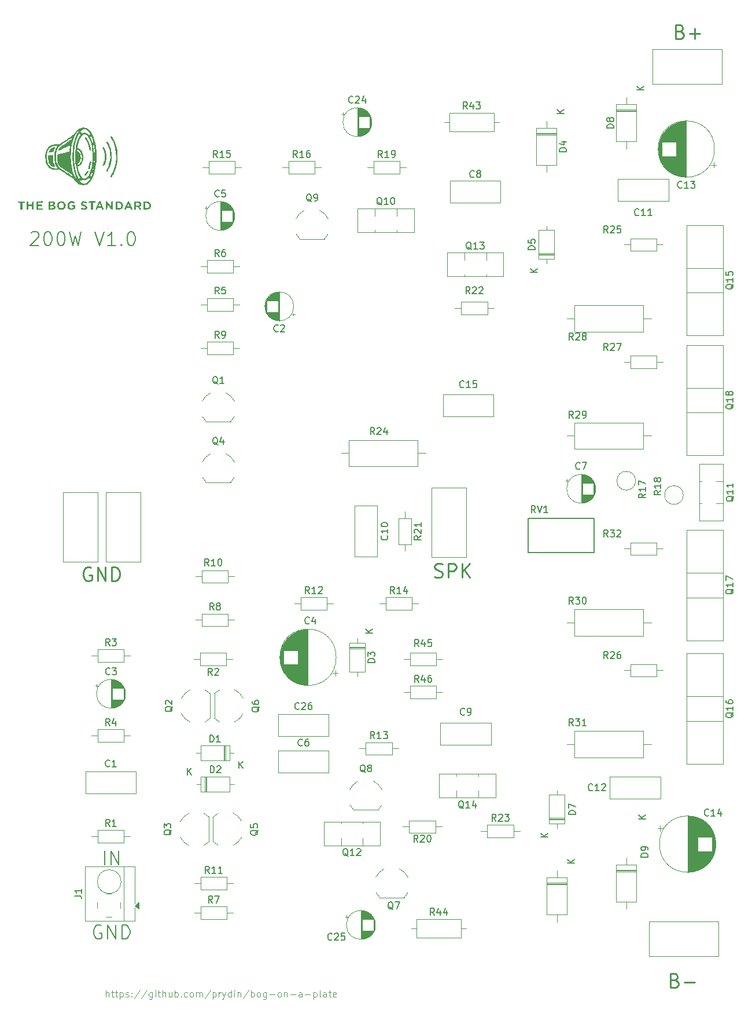
<source format=gbr>
%TF.GenerationSoftware,KiCad,Pcbnew,9.0.0*%
%TF.CreationDate,2025-06-15T12:12:57-04:00*%
%TF.ProjectId,classab-amp,636c6173-7361-4622-9d61-6d702e6b6963,rev?*%
%TF.SameCoordinates,Original*%
%TF.FileFunction,Legend,Top*%
%TF.FilePolarity,Positive*%
%FSLAX46Y46*%
G04 Gerber Fmt 4.6, Leading zero omitted, Abs format (unit mm)*
G04 Created by KiCad (PCBNEW 9.0.0) date 2025-06-15 12:12:57*
%MOMM*%
%LPD*%
G01*
G04 APERTURE LIST*
%ADD10C,0.250000*%
%ADD11C,0.100000*%
%ADD12C,0.200000*%
%ADD13C,0.150000*%
%ADD14C,0.120000*%
%ADD15C,0.127000*%
%ADD16C,0.000000*%
G04 APERTURE END LIST*
D10*
X192569330Y-137378619D02*
X192855044Y-137473857D01*
X192855044Y-137473857D02*
X192950282Y-137569095D01*
X192950282Y-137569095D02*
X193045520Y-137759571D01*
X193045520Y-137759571D02*
X193045520Y-138045285D01*
X193045520Y-138045285D02*
X192950282Y-138235761D01*
X192950282Y-138235761D02*
X192855044Y-138331000D01*
X192855044Y-138331000D02*
X192664568Y-138426238D01*
X192664568Y-138426238D02*
X191902663Y-138426238D01*
X191902663Y-138426238D02*
X191902663Y-136426238D01*
X191902663Y-136426238D02*
X192569330Y-136426238D01*
X192569330Y-136426238D02*
X192759806Y-136521476D01*
X192759806Y-136521476D02*
X192855044Y-136616714D01*
X192855044Y-136616714D02*
X192950282Y-136807190D01*
X192950282Y-136807190D02*
X192950282Y-136997666D01*
X192950282Y-136997666D02*
X192855044Y-137188142D01*
X192855044Y-137188142D02*
X192759806Y-137283380D01*
X192759806Y-137283380D02*
X192569330Y-137378619D01*
X192569330Y-137378619D02*
X191902663Y-137378619D01*
X193902663Y-137664333D02*
X195426473Y-137664333D01*
D11*
X109269884Y-139826419D02*
X109269884Y-138826419D01*
X109698455Y-139826419D02*
X109698455Y-139302609D01*
X109698455Y-139302609D02*
X109650836Y-139207371D01*
X109650836Y-139207371D02*
X109555598Y-139159752D01*
X109555598Y-139159752D02*
X109412741Y-139159752D01*
X109412741Y-139159752D02*
X109317503Y-139207371D01*
X109317503Y-139207371D02*
X109269884Y-139254990D01*
X110031789Y-139159752D02*
X110412741Y-139159752D01*
X110174646Y-138826419D02*
X110174646Y-139683561D01*
X110174646Y-139683561D02*
X110222265Y-139778800D01*
X110222265Y-139778800D02*
X110317503Y-139826419D01*
X110317503Y-139826419D02*
X110412741Y-139826419D01*
X110603218Y-139159752D02*
X110984170Y-139159752D01*
X110746075Y-138826419D02*
X110746075Y-139683561D01*
X110746075Y-139683561D02*
X110793694Y-139778800D01*
X110793694Y-139778800D02*
X110888932Y-139826419D01*
X110888932Y-139826419D02*
X110984170Y-139826419D01*
X111317504Y-139159752D02*
X111317504Y-140159752D01*
X111317504Y-139207371D02*
X111412742Y-139159752D01*
X111412742Y-139159752D02*
X111603218Y-139159752D01*
X111603218Y-139159752D02*
X111698456Y-139207371D01*
X111698456Y-139207371D02*
X111746075Y-139254990D01*
X111746075Y-139254990D02*
X111793694Y-139350228D01*
X111793694Y-139350228D02*
X111793694Y-139635942D01*
X111793694Y-139635942D02*
X111746075Y-139731180D01*
X111746075Y-139731180D02*
X111698456Y-139778800D01*
X111698456Y-139778800D02*
X111603218Y-139826419D01*
X111603218Y-139826419D02*
X111412742Y-139826419D01*
X111412742Y-139826419D02*
X111317504Y-139778800D01*
X112174647Y-139778800D02*
X112269885Y-139826419D01*
X112269885Y-139826419D02*
X112460361Y-139826419D01*
X112460361Y-139826419D02*
X112555599Y-139778800D01*
X112555599Y-139778800D02*
X112603218Y-139683561D01*
X112603218Y-139683561D02*
X112603218Y-139635942D01*
X112603218Y-139635942D02*
X112555599Y-139540704D01*
X112555599Y-139540704D02*
X112460361Y-139493085D01*
X112460361Y-139493085D02*
X112317504Y-139493085D01*
X112317504Y-139493085D02*
X112222266Y-139445466D01*
X112222266Y-139445466D02*
X112174647Y-139350228D01*
X112174647Y-139350228D02*
X112174647Y-139302609D01*
X112174647Y-139302609D02*
X112222266Y-139207371D01*
X112222266Y-139207371D02*
X112317504Y-139159752D01*
X112317504Y-139159752D02*
X112460361Y-139159752D01*
X112460361Y-139159752D02*
X112555599Y-139207371D01*
X113031790Y-139731180D02*
X113079409Y-139778800D01*
X113079409Y-139778800D02*
X113031790Y-139826419D01*
X113031790Y-139826419D02*
X112984171Y-139778800D01*
X112984171Y-139778800D02*
X113031790Y-139731180D01*
X113031790Y-139731180D02*
X113031790Y-139826419D01*
X113031790Y-139207371D02*
X113079409Y-139254990D01*
X113079409Y-139254990D02*
X113031790Y-139302609D01*
X113031790Y-139302609D02*
X112984171Y-139254990D01*
X112984171Y-139254990D02*
X113031790Y-139207371D01*
X113031790Y-139207371D02*
X113031790Y-139302609D01*
X114222265Y-138778800D02*
X113365123Y-140064514D01*
X115269884Y-138778800D02*
X114412742Y-140064514D01*
X116031789Y-139159752D02*
X116031789Y-139969276D01*
X116031789Y-139969276D02*
X115984170Y-140064514D01*
X115984170Y-140064514D02*
X115936551Y-140112133D01*
X115936551Y-140112133D02*
X115841313Y-140159752D01*
X115841313Y-140159752D02*
X115698456Y-140159752D01*
X115698456Y-140159752D02*
X115603218Y-140112133D01*
X116031789Y-139778800D02*
X115936551Y-139826419D01*
X115936551Y-139826419D02*
X115746075Y-139826419D01*
X115746075Y-139826419D02*
X115650837Y-139778800D01*
X115650837Y-139778800D02*
X115603218Y-139731180D01*
X115603218Y-139731180D02*
X115555599Y-139635942D01*
X115555599Y-139635942D02*
X115555599Y-139350228D01*
X115555599Y-139350228D02*
X115603218Y-139254990D01*
X115603218Y-139254990D02*
X115650837Y-139207371D01*
X115650837Y-139207371D02*
X115746075Y-139159752D01*
X115746075Y-139159752D02*
X115936551Y-139159752D01*
X115936551Y-139159752D02*
X116031789Y-139207371D01*
X116507980Y-139826419D02*
X116507980Y-139159752D01*
X116507980Y-138826419D02*
X116460361Y-138874038D01*
X116460361Y-138874038D02*
X116507980Y-138921657D01*
X116507980Y-138921657D02*
X116555599Y-138874038D01*
X116555599Y-138874038D02*
X116507980Y-138826419D01*
X116507980Y-138826419D02*
X116507980Y-138921657D01*
X116841313Y-139159752D02*
X117222265Y-139159752D01*
X116984170Y-138826419D02*
X116984170Y-139683561D01*
X116984170Y-139683561D02*
X117031789Y-139778800D01*
X117031789Y-139778800D02*
X117127027Y-139826419D01*
X117127027Y-139826419D02*
X117222265Y-139826419D01*
X117555599Y-139826419D02*
X117555599Y-138826419D01*
X117984170Y-139826419D02*
X117984170Y-139302609D01*
X117984170Y-139302609D02*
X117936551Y-139207371D01*
X117936551Y-139207371D02*
X117841313Y-139159752D01*
X117841313Y-139159752D02*
X117698456Y-139159752D01*
X117698456Y-139159752D02*
X117603218Y-139207371D01*
X117603218Y-139207371D02*
X117555599Y-139254990D01*
X118888932Y-139159752D02*
X118888932Y-139826419D01*
X118460361Y-139159752D02*
X118460361Y-139683561D01*
X118460361Y-139683561D02*
X118507980Y-139778800D01*
X118507980Y-139778800D02*
X118603218Y-139826419D01*
X118603218Y-139826419D02*
X118746075Y-139826419D01*
X118746075Y-139826419D02*
X118841313Y-139778800D01*
X118841313Y-139778800D02*
X118888932Y-139731180D01*
X119365123Y-139826419D02*
X119365123Y-138826419D01*
X119365123Y-139207371D02*
X119460361Y-139159752D01*
X119460361Y-139159752D02*
X119650837Y-139159752D01*
X119650837Y-139159752D02*
X119746075Y-139207371D01*
X119746075Y-139207371D02*
X119793694Y-139254990D01*
X119793694Y-139254990D02*
X119841313Y-139350228D01*
X119841313Y-139350228D02*
X119841313Y-139635942D01*
X119841313Y-139635942D02*
X119793694Y-139731180D01*
X119793694Y-139731180D02*
X119746075Y-139778800D01*
X119746075Y-139778800D02*
X119650837Y-139826419D01*
X119650837Y-139826419D02*
X119460361Y-139826419D01*
X119460361Y-139826419D02*
X119365123Y-139778800D01*
X120269885Y-139731180D02*
X120317504Y-139778800D01*
X120317504Y-139778800D02*
X120269885Y-139826419D01*
X120269885Y-139826419D02*
X120222266Y-139778800D01*
X120222266Y-139778800D02*
X120269885Y-139731180D01*
X120269885Y-139731180D02*
X120269885Y-139826419D01*
X121174646Y-139778800D02*
X121079408Y-139826419D01*
X121079408Y-139826419D02*
X120888932Y-139826419D01*
X120888932Y-139826419D02*
X120793694Y-139778800D01*
X120793694Y-139778800D02*
X120746075Y-139731180D01*
X120746075Y-139731180D02*
X120698456Y-139635942D01*
X120698456Y-139635942D02*
X120698456Y-139350228D01*
X120698456Y-139350228D02*
X120746075Y-139254990D01*
X120746075Y-139254990D02*
X120793694Y-139207371D01*
X120793694Y-139207371D02*
X120888932Y-139159752D01*
X120888932Y-139159752D02*
X121079408Y-139159752D01*
X121079408Y-139159752D02*
X121174646Y-139207371D01*
X121746075Y-139826419D02*
X121650837Y-139778800D01*
X121650837Y-139778800D02*
X121603218Y-139731180D01*
X121603218Y-139731180D02*
X121555599Y-139635942D01*
X121555599Y-139635942D02*
X121555599Y-139350228D01*
X121555599Y-139350228D02*
X121603218Y-139254990D01*
X121603218Y-139254990D02*
X121650837Y-139207371D01*
X121650837Y-139207371D02*
X121746075Y-139159752D01*
X121746075Y-139159752D02*
X121888932Y-139159752D01*
X121888932Y-139159752D02*
X121984170Y-139207371D01*
X121984170Y-139207371D02*
X122031789Y-139254990D01*
X122031789Y-139254990D02*
X122079408Y-139350228D01*
X122079408Y-139350228D02*
X122079408Y-139635942D01*
X122079408Y-139635942D02*
X122031789Y-139731180D01*
X122031789Y-139731180D02*
X121984170Y-139778800D01*
X121984170Y-139778800D02*
X121888932Y-139826419D01*
X121888932Y-139826419D02*
X121746075Y-139826419D01*
X122507980Y-139826419D02*
X122507980Y-139159752D01*
X122507980Y-139254990D02*
X122555599Y-139207371D01*
X122555599Y-139207371D02*
X122650837Y-139159752D01*
X122650837Y-139159752D02*
X122793694Y-139159752D01*
X122793694Y-139159752D02*
X122888932Y-139207371D01*
X122888932Y-139207371D02*
X122936551Y-139302609D01*
X122936551Y-139302609D02*
X122936551Y-139826419D01*
X122936551Y-139302609D02*
X122984170Y-139207371D01*
X122984170Y-139207371D02*
X123079408Y-139159752D01*
X123079408Y-139159752D02*
X123222265Y-139159752D01*
X123222265Y-139159752D02*
X123317504Y-139207371D01*
X123317504Y-139207371D02*
X123365123Y-139302609D01*
X123365123Y-139302609D02*
X123365123Y-139826419D01*
X124555598Y-138778800D02*
X123698456Y-140064514D01*
X124888932Y-139159752D02*
X124888932Y-140159752D01*
X124888932Y-139207371D02*
X124984170Y-139159752D01*
X124984170Y-139159752D02*
X125174646Y-139159752D01*
X125174646Y-139159752D02*
X125269884Y-139207371D01*
X125269884Y-139207371D02*
X125317503Y-139254990D01*
X125317503Y-139254990D02*
X125365122Y-139350228D01*
X125365122Y-139350228D02*
X125365122Y-139635942D01*
X125365122Y-139635942D02*
X125317503Y-139731180D01*
X125317503Y-139731180D02*
X125269884Y-139778800D01*
X125269884Y-139778800D02*
X125174646Y-139826419D01*
X125174646Y-139826419D02*
X124984170Y-139826419D01*
X124984170Y-139826419D02*
X124888932Y-139778800D01*
X125793694Y-139826419D02*
X125793694Y-139159752D01*
X125793694Y-139350228D02*
X125841313Y-139254990D01*
X125841313Y-139254990D02*
X125888932Y-139207371D01*
X125888932Y-139207371D02*
X125984170Y-139159752D01*
X125984170Y-139159752D02*
X126079408Y-139159752D01*
X126317504Y-139159752D02*
X126555599Y-139826419D01*
X126793694Y-139159752D02*
X126555599Y-139826419D01*
X126555599Y-139826419D02*
X126460361Y-140064514D01*
X126460361Y-140064514D02*
X126412742Y-140112133D01*
X126412742Y-140112133D02*
X126317504Y-140159752D01*
X127603218Y-139826419D02*
X127603218Y-138826419D01*
X127603218Y-139778800D02*
X127507980Y-139826419D01*
X127507980Y-139826419D02*
X127317504Y-139826419D01*
X127317504Y-139826419D02*
X127222266Y-139778800D01*
X127222266Y-139778800D02*
X127174647Y-139731180D01*
X127174647Y-139731180D02*
X127127028Y-139635942D01*
X127127028Y-139635942D02*
X127127028Y-139350228D01*
X127127028Y-139350228D02*
X127174647Y-139254990D01*
X127174647Y-139254990D02*
X127222266Y-139207371D01*
X127222266Y-139207371D02*
X127317504Y-139159752D01*
X127317504Y-139159752D02*
X127507980Y-139159752D01*
X127507980Y-139159752D02*
X127603218Y-139207371D01*
X128079409Y-139826419D02*
X128079409Y-139159752D01*
X128079409Y-138826419D02*
X128031790Y-138874038D01*
X128031790Y-138874038D02*
X128079409Y-138921657D01*
X128079409Y-138921657D02*
X128127028Y-138874038D01*
X128127028Y-138874038D02*
X128079409Y-138826419D01*
X128079409Y-138826419D02*
X128079409Y-138921657D01*
X128555599Y-139159752D02*
X128555599Y-139826419D01*
X128555599Y-139254990D02*
X128603218Y-139207371D01*
X128603218Y-139207371D02*
X128698456Y-139159752D01*
X128698456Y-139159752D02*
X128841313Y-139159752D01*
X128841313Y-139159752D02*
X128936551Y-139207371D01*
X128936551Y-139207371D02*
X128984170Y-139302609D01*
X128984170Y-139302609D02*
X128984170Y-139826419D01*
X130174646Y-138778800D02*
X129317504Y-140064514D01*
X130507980Y-139826419D02*
X130507980Y-138826419D01*
X130507980Y-139207371D02*
X130603218Y-139159752D01*
X130603218Y-139159752D02*
X130793694Y-139159752D01*
X130793694Y-139159752D02*
X130888932Y-139207371D01*
X130888932Y-139207371D02*
X130936551Y-139254990D01*
X130936551Y-139254990D02*
X130984170Y-139350228D01*
X130984170Y-139350228D02*
X130984170Y-139635942D01*
X130984170Y-139635942D02*
X130936551Y-139731180D01*
X130936551Y-139731180D02*
X130888932Y-139778800D01*
X130888932Y-139778800D02*
X130793694Y-139826419D01*
X130793694Y-139826419D02*
X130603218Y-139826419D01*
X130603218Y-139826419D02*
X130507980Y-139778800D01*
X131555599Y-139826419D02*
X131460361Y-139778800D01*
X131460361Y-139778800D02*
X131412742Y-139731180D01*
X131412742Y-139731180D02*
X131365123Y-139635942D01*
X131365123Y-139635942D02*
X131365123Y-139350228D01*
X131365123Y-139350228D02*
X131412742Y-139254990D01*
X131412742Y-139254990D02*
X131460361Y-139207371D01*
X131460361Y-139207371D02*
X131555599Y-139159752D01*
X131555599Y-139159752D02*
X131698456Y-139159752D01*
X131698456Y-139159752D02*
X131793694Y-139207371D01*
X131793694Y-139207371D02*
X131841313Y-139254990D01*
X131841313Y-139254990D02*
X131888932Y-139350228D01*
X131888932Y-139350228D02*
X131888932Y-139635942D01*
X131888932Y-139635942D02*
X131841313Y-139731180D01*
X131841313Y-139731180D02*
X131793694Y-139778800D01*
X131793694Y-139778800D02*
X131698456Y-139826419D01*
X131698456Y-139826419D02*
X131555599Y-139826419D01*
X132746075Y-139159752D02*
X132746075Y-139969276D01*
X132746075Y-139969276D02*
X132698456Y-140064514D01*
X132698456Y-140064514D02*
X132650837Y-140112133D01*
X132650837Y-140112133D02*
X132555599Y-140159752D01*
X132555599Y-140159752D02*
X132412742Y-140159752D01*
X132412742Y-140159752D02*
X132317504Y-140112133D01*
X132746075Y-139778800D02*
X132650837Y-139826419D01*
X132650837Y-139826419D02*
X132460361Y-139826419D01*
X132460361Y-139826419D02*
X132365123Y-139778800D01*
X132365123Y-139778800D02*
X132317504Y-139731180D01*
X132317504Y-139731180D02*
X132269885Y-139635942D01*
X132269885Y-139635942D02*
X132269885Y-139350228D01*
X132269885Y-139350228D02*
X132317504Y-139254990D01*
X132317504Y-139254990D02*
X132365123Y-139207371D01*
X132365123Y-139207371D02*
X132460361Y-139159752D01*
X132460361Y-139159752D02*
X132650837Y-139159752D01*
X132650837Y-139159752D02*
X132746075Y-139207371D01*
X133222266Y-139445466D02*
X133984171Y-139445466D01*
X134603218Y-139826419D02*
X134507980Y-139778800D01*
X134507980Y-139778800D02*
X134460361Y-139731180D01*
X134460361Y-139731180D02*
X134412742Y-139635942D01*
X134412742Y-139635942D02*
X134412742Y-139350228D01*
X134412742Y-139350228D02*
X134460361Y-139254990D01*
X134460361Y-139254990D02*
X134507980Y-139207371D01*
X134507980Y-139207371D02*
X134603218Y-139159752D01*
X134603218Y-139159752D02*
X134746075Y-139159752D01*
X134746075Y-139159752D02*
X134841313Y-139207371D01*
X134841313Y-139207371D02*
X134888932Y-139254990D01*
X134888932Y-139254990D02*
X134936551Y-139350228D01*
X134936551Y-139350228D02*
X134936551Y-139635942D01*
X134936551Y-139635942D02*
X134888932Y-139731180D01*
X134888932Y-139731180D02*
X134841313Y-139778800D01*
X134841313Y-139778800D02*
X134746075Y-139826419D01*
X134746075Y-139826419D02*
X134603218Y-139826419D01*
X135365123Y-139159752D02*
X135365123Y-139826419D01*
X135365123Y-139254990D02*
X135412742Y-139207371D01*
X135412742Y-139207371D02*
X135507980Y-139159752D01*
X135507980Y-139159752D02*
X135650837Y-139159752D01*
X135650837Y-139159752D02*
X135746075Y-139207371D01*
X135746075Y-139207371D02*
X135793694Y-139302609D01*
X135793694Y-139302609D02*
X135793694Y-139826419D01*
X136269885Y-139445466D02*
X137031790Y-139445466D01*
X137936551Y-139826419D02*
X137936551Y-139302609D01*
X137936551Y-139302609D02*
X137888932Y-139207371D01*
X137888932Y-139207371D02*
X137793694Y-139159752D01*
X137793694Y-139159752D02*
X137603218Y-139159752D01*
X137603218Y-139159752D02*
X137507980Y-139207371D01*
X137936551Y-139778800D02*
X137841313Y-139826419D01*
X137841313Y-139826419D02*
X137603218Y-139826419D01*
X137603218Y-139826419D02*
X137507980Y-139778800D01*
X137507980Y-139778800D02*
X137460361Y-139683561D01*
X137460361Y-139683561D02*
X137460361Y-139588323D01*
X137460361Y-139588323D02*
X137507980Y-139493085D01*
X137507980Y-139493085D02*
X137603218Y-139445466D01*
X137603218Y-139445466D02*
X137841313Y-139445466D01*
X137841313Y-139445466D02*
X137936551Y-139397847D01*
X138412742Y-139445466D02*
X139174647Y-139445466D01*
X139650837Y-139159752D02*
X139650837Y-140159752D01*
X139650837Y-139207371D02*
X139746075Y-139159752D01*
X139746075Y-139159752D02*
X139936551Y-139159752D01*
X139936551Y-139159752D02*
X140031789Y-139207371D01*
X140031789Y-139207371D02*
X140079408Y-139254990D01*
X140079408Y-139254990D02*
X140127027Y-139350228D01*
X140127027Y-139350228D02*
X140127027Y-139635942D01*
X140127027Y-139635942D02*
X140079408Y-139731180D01*
X140079408Y-139731180D02*
X140031789Y-139778800D01*
X140031789Y-139778800D02*
X139936551Y-139826419D01*
X139936551Y-139826419D02*
X139746075Y-139826419D01*
X139746075Y-139826419D02*
X139650837Y-139778800D01*
X140698456Y-139826419D02*
X140603218Y-139778800D01*
X140603218Y-139778800D02*
X140555599Y-139683561D01*
X140555599Y-139683561D02*
X140555599Y-138826419D01*
X141507980Y-139826419D02*
X141507980Y-139302609D01*
X141507980Y-139302609D02*
X141460361Y-139207371D01*
X141460361Y-139207371D02*
X141365123Y-139159752D01*
X141365123Y-139159752D02*
X141174647Y-139159752D01*
X141174647Y-139159752D02*
X141079409Y-139207371D01*
X141507980Y-139778800D02*
X141412742Y-139826419D01*
X141412742Y-139826419D02*
X141174647Y-139826419D01*
X141174647Y-139826419D02*
X141079409Y-139778800D01*
X141079409Y-139778800D02*
X141031790Y-139683561D01*
X141031790Y-139683561D02*
X141031790Y-139588323D01*
X141031790Y-139588323D02*
X141079409Y-139493085D01*
X141079409Y-139493085D02*
X141174647Y-139445466D01*
X141174647Y-139445466D02*
X141412742Y-139445466D01*
X141412742Y-139445466D02*
X141507980Y-139397847D01*
X141841314Y-139159752D02*
X142222266Y-139159752D01*
X141984171Y-138826419D02*
X141984171Y-139683561D01*
X141984171Y-139683561D02*
X142031790Y-139778800D01*
X142031790Y-139778800D02*
X142127028Y-139826419D01*
X142127028Y-139826419D02*
X142222266Y-139826419D01*
X142936552Y-139778800D02*
X142841314Y-139826419D01*
X142841314Y-139826419D02*
X142650838Y-139826419D01*
X142650838Y-139826419D02*
X142555600Y-139778800D01*
X142555600Y-139778800D02*
X142507981Y-139683561D01*
X142507981Y-139683561D02*
X142507981Y-139302609D01*
X142507981Y-139302609D02*
X142555600Y-139207371D01*
X142555600Y-139207371D02*
X142650838Y-139159752D01*
X142650838Y-139159752D02*
X142841314Y-139159752D01*
X142841314Y-139159752D02*
X142936552Y-139207371D01*
X142936552Y-139207371D02*
X142984171Y-139302609D01*
X142984171Y-139302609D02*
X142984171Y-139397847D01*
X142984171Y-139397847D02*
X142507981Y-139493085D01*
D12*
X108589387Y-129412076D02*
X108398911Y-129316838D01*
X108398911Y-129316838D02*
X108113197Y-129316838D01*
X108113197Y-129316838D02*
X107827482Y-129412076D01*
X107827482Y-129412076D02*
X107637006Y-129602552D01*
X107637006Y-129602552D02*
X107541768Y-129793028D01*
X107541768Y-129793028D02*
X107446530Y-130173980D01*
X107446530Y-130173980D02*
X107446530Y-130459695D01*
X107446530Y-130459695D02*
X107541768Y-130840647D01*
X107541768Y-130840647D02*
X107637006Y-131031123D01*
X107637006Y-131031123D02*
X107827482Y-131221600D01*
X107827482Y-131221600D02*
X108113197Y-131316838D01*
X108113197Y-131316838D02*
X108303673Y-131316838D01*
X108303673Y-131316838D02*
X108589387Y-131221600D01*
X108589387Y-131221600D02*
X108684625Y-131126361D01*
X108684625Y-131126361D02*
X108684625Y-130459695D01*
X108684625Y-130459695D02*
X108303673Y-130459695D01*
X109541768Y-131316838D02*
X109541768Y-129316838D01*
X109541768Y-129316838D02*
X110684625Y-131316838D01*
X110684625Y-131316838D02*
X110684625Y-129316838D01*
X111637006Y-131316838D02*
X111637006Y-129316838D01*
X111637006Y-129316838D02*
X112113196Y-129316838D01*
X112113196Y-129316838D02*
X112398911Y-129412076D01*
X112398911Y-129412076D02*
X112589387Y-129602552D01*
X112589387Y-129602552D02*
X112684625Y-129793028D01*
X112684625Y-129793028D02*
X112779863Y-130173980D01*
X112779863Y-130173980D02*
X112779863Y-130459695D01*
X112779863Y-130459695D02*
X112684625Y-130840647D01*
X112684625Y-130840647D02*
X112589387Y-131031123D01*
X112589387Y-131031123D02*
X112398911Y-131221600D01*
X112398911Y-131221600D02*
X112113196Y-131316838D01*
X112113196Y-131316838D02*
X111637006Y-131316838D01*
X98302530Y-28161314D02*
X98397768Y-28066076D01*
X98397768Y-28066076D02*
X98588244Y-27970838D01*
X98588244Y-27970838D02*
X99064435Y-27970838D01*
X99064435Y-27970838D02*
X99254911Y-28066076D01*
X99254911Y-28066076D02*
X99350149Y-28161314D01*
X99350149Y-28161314D02*
X99445387Y-28351790D01*
X99445387Y-28351790D02*
X99445387Y-28542266D01*
X99445387Y-28542266D02*
X99350149Y-28827980D01*
X99350149Y-28827980D02*
X98207292Y-29970838D01*
X98207292Y-29970838D02*
X99445387Y-29970838D01*
X100683482Y-27970838D02*
X100873959Y-27970838D01*
X100873959Y-27970838D02*
X101064435Y-28066076D01*
X101064435Y-28066076D02*
X101159673Y-28161314D01*
X101159673Y-28161314D02*
X101254911Y-28351790D01*
X101254911Y-28351790D02*
X101350149Y-28732742D01*
X101350149Y-28732742D02*
X101350149Y-29208933D01*
X101350149Y-29208933D02*
X101254911Y-29589885D01*
X101254911Y-29589885D02*
X101159673Y-29780361D01*
X101159673Y-29780361D02*
X101064435Y-29875600D01*
X101064435Y-29875600D02*
X100873959Y-29970838D01*
X100873959Y-29970838D02*
X100683482Y-29970838D01*
X100683482Y-29970838D02*
X100493006Y-29875600D01*
X100493006Y-29875600D02*
X100397768Y-29780361D01*
X100397768Y-29780361D02*
X100302530Y-29589885D01*
X100302530Y-29589885D02*
X100207292Y-29208933D01*
X100207292Y-29208933D02*
X100207292Y-28732742D01*
X100207292Y-28732742D02*
X100302530Y-28351790D01*
X100302530Y-28351790D02*
X100397768Y-28161314D01*
X100397768Y-28161314D02*
X100493006Y-28066076D01*
X100493006Y-28066076D02*
X100683482Y-27970838D01*
X102588244Y-27970838D02*
X102778721Y-27970838D01*
X102778721Y-27970838D02*
X102969197Y-28066076D01*
X102969197Y-28066076D02*
X103064435Y-28161314D01*
X103064435Y-28161314D02*
X103159673Y-28351790D01*
X103159673Y-28351790D02*
X103254911Y-28732742D01*
X103254911Y-28732742D02*
X103254911Y-29208933D01*
X103254911Y-29208933D02*
X103159673Y-29589885D01*
X103159673Y-29589885D02*
X103064435Y-29780361D01*
X103064435Y-29780361D02*
X102969197Y-29875600D01*
X102969197Y-29875600D02*
X102778721Y-29970838D01*
X102778721Y-29970838D02*
X102588244Y-29970838D01*
X102588244Y-29970838D02*
X102397768Y-29875600D01*
X102397768Y-29875600D02*
X102302530Y-29780361D01*
X102302530Y-29780361D02*
X102207292Y-29589885D01*
X102207292Y-29589885D02*
X102112054Y-29208933D01*
X102112054Y-29208933D02*
X102112054Y-28732742D01*
X102112054Y-28732742D02*
X102207292Y-28351790D01*
X102207292Y-28351790D02*
X102302530Y-28161314D01*
X102302530Y-28161314D02*
X102397768Y-28066076D01*
X102397768Y-28066076D02*
X102588244Y-27970838D01*
X103921578Y-27970838D02*
X104397768Y-29970838D01*
X104397768Y-29970838D02*
X104778721Y-28542266D01*
X104778721Y-28542266D02*
X105159673Y-29970838D01*
X105159673Y-29970838D02*
X105635864Y-27970838D01*
X107635864Y-27970838D02*
X108302530Y-29970838D01*
X108302530Y-29970838D02*
X108969197Y-27970838D01*
X110683483Y-29970838D02*
X109540626Y-29970838D01*
X110112054Y-29970838D02*
X110112054Y-27970838D01*
X110112054Y-27970838D02*
X109921578Y-28256552D01*
X109921578Y-28256552D02*
X109731102Y-28447028D01*
X109731102Y-28447028D02*
X109540626Y-28542266D01*
X111540626Y-29780361D02*
X111635864Y-29875600D01*
X111635864Y-29875600D02*
X111540626Y-29970838D01*
X111540626Y-29970838D02*
X111445388Y-29875600D01*
X111445388Y-29875600D02*
X111540626Y-29780361D01*
X111540626Y-29780361D02*
X111540626Y-29970838D01*
X112873959Y-27970838D02*
X113064436Y-27970838D01*
X113064436Y-27970838D02*
X113254912Y-28066076D01*
X113254912Y-28066076D02*
X113350150Y-28161314D01*
X113350150Y-28161314D02*
X113445388Y-28351790D01*
X113445388Y-28351790D02*
X113540626Y-28732742D01*
X113540626Y-28732742D02*
X113540626Y-29208933D01*
X113540626Y-29208933D02*
X113445388Y-29589885D01*
X113445388Y-29589885D02*
X113350150Y-29780361D01*
X113350150Y-29780361D02*
X113254912Y-29875600D01*
X113254912Y-29875600D02*
X113064436Y-29970838D01*
X113064436Y-29970838D02*
X112873959Y-29970838D01*
X112873959Y-29970838D02*
X112683483Y-29875600D01*
X112683483Y-29875600D02*
X112588245Y-29780361D01*
X112588245Y-29780361D02*
X112493007Y-29589885D01*
X112493007Y-29589885D02*
X112397769Y-29208933D01*
X112397769Y-29208933D02*
X112397769Y-28732742D01*
X112397769Y-28732742D02*
X112493007Y-28351790D01*
X112493007Y-28351790D02*
X112588245Y-28161314D01*
X112588245Y-28161314D02*
X112683483Y-28066076D01*
X112683483Y-28066076D02*
X112873959Y-27970838D01*
D10*
X193331330Y1305380D02*
X193617044Y1210142D01*
X193617044Y1210142D02*
X193712282Y1114904D01*
X193712282Y1114904D02*
X193807520Y924428D01*
X193807520Y924428D02*
X193807520Y638714D01*
X193807520Y638714D02*
X193712282Y448238D01*
X193712282Y448238D02*
X193617044Y353000D01*
X193617044Y353000D02*
X193426568Y257761D01*
X193426568Y257761D02*
X192664663Y257761D01*
X192664663Y257761D02*
X192664663Y2257761D01*
X192664663Y2257761D02*
X193331330Y2257761D01*
X193331330Y2257761D02*
X193521806Y2162523D01*
X193521806Y2162523D02*
X193617044Y2067285D01*
X193617044Y2067285D02*
X193712282Y1876809D01*
X193712282Y1876809D02*
X193712282Y1686333D01*
X193712282Y1686333D02*
X193617044Y1495857D01*
X193617044Y1495857D02*
X193521806Y1400619D01*
X193521806Y1400619D02*
X193331330Y1305380D01*
X193331330Y1305380D02*
X192664663Y1305380D01*
X194664663Y1019666D02*
X196188473Y1019666D01*
X195426568Y257761D02*
X195426568Y1781571D01*
X107098282Y-77085476D02*
X106907806Y-76990238D01*
X106907806Y-76990238D02*
X106622092Y-76990238D01*
X106622092Y-76990238D02*
X106336377Y-77085476D01*
X106336377Y-77085476D02*
X106145901Y-77275952D01*
X106145901Y-77275952D02*
X106050663Y-77466428D01*
X106050663Y-77466428D02*
X105955425Y-77847380D01*
X105955425Y-77847380D02*
X105955425Y-78133095D01*
X105955425Y-78133095D02*
X106050663Y-78514047D01*
X106050663Y-78514047D02*
X106145901Y-78704523D01*
X106145901Y-78704523D02*
X106336377Y-78895000D01*
X106336377Y-78895000D02*
X106622092Y-78990238D01*
X106622092Y-78990238D02*
X106812568Y-78990238D01*
X106812568Y-78990238D02*
X107098282Y-78895000D01*
X107098282Y-78895000D02*
X107193520Y-78799761D01*
X107193520Y-78799761D02*
X107193520Y-78133095D01*
X107193520Y-78133095D02*
X106812568Y-78133095D01*
X108050663Y-78990238D02*
X108050663Y-76990238D01*
X108050663Y-76990238D02*
X109193520Y-78990238D01*
X109193520Y-78990238D02*
X109193520Y-76990238D01*
X110145901Y-78990238D02*
X110145901Y-76990238D01*
X110145901Y-76990238D02*
X110622091Y-76990238D01*
X110622091Y-76990238D02*
X110907806Y-77085476D01*
X110907806Y-77085476D02*
X111098282Y-77275952D01*
X111098282Y-77275952D02*
X111193520Y-77466428D01*
X111193520Y-77466428D02*
X111288758Y-77847380D01*
X111288758Y-77847380D02*
X111288758Y-78133095D01*
X111288758Y-78133095D02*
X111193520Y-78514047D01*
X111193520Y-78514047D02*
X111098282Y-78704523D01*
X111098282Y-78704523D02*
X110907806Y-78895000D01*
X110907806Y-78895000D02*
X110622091Y-78990238D01*
X110622091Y-78990238D02*
X110145901Y-78990238D01*
X157390425Y-78387000D02*
X157676139Y-78482238D01*
X157676139Y-78482238D02*
X158152330Y-78482238D01*
X158152330Y-78482238D02*
X158342806Y-78387000D01*
X158342806Y-78387000D02*
X158438044Y-78291761D01*
X158438044Y-78291761D02*
X158533282Y-78101285D01*
X158533282Y-78101285D02*
X158533282Y-77910809D01*
X158533282Y-77910809D02*
X158438044Y-77720333D01*
X158438044Y-77720333D02*
X158342806Y-77625095D01*
X158342806Y-77625095D02*
X158152330Y-77529857D01*
X158152330Y-77529857D02*
X157771377Y-77434619D01*
X157771377Y-77434619D02*
X157580901Y-77339380D01*
X157580901Y-77339380D02*
X157485663Y-77244142D01*
X157485663Y-77244142D02*
X157390425Y-77053666D01*
X157390425Y-77053666D02*
X157390425Y-76863190D01*
X157390425Y-76863190D02*
X157485663Y-76672714D01*
X157485663Y-76672714D02*
X157580901Y-76577476D01*
X157580901Y-76577476D02*
X157771377Y-76482238D01*
X157771377Y-76482238D02*
X158247568Y-76482238D01*
X158247568Y-76482238D02*
X158533282Y-76577476D01*
X159390425Y-78482238D02*
X159390425Y-76482238D01*
X159390425Y-76482238D02*
X160152330Y-76482238D01*
X160152330Y-76482238D02*
X160342806Y-76577476D01*
X160342806Y-76577476D02*
X160438044Y-76672714D01*
X160438044Y-76672714D02*
X160533282Y-76863190D01*
X160533282Y-76863190D02*
X160533282Y-77148904D01*
X160533282Y-77148904D02*
X160438044Y-77339380D01*
X160438044Y-77339380D02*
X160342806Y-77434619D01*
X160342806Y-77434619D02*
X160152330Y-77529857D01*
X160152330Y-77529857D02*
X159390425Y-77529857D01*
X161390425Y-78482238D02*
X161390425Y-76482238D01*
X162533282Y-78482238D02*
X161676139Y-77339380D01*
X162533282Y-76482238D02*
X161390425Y-77625095D01*
D12*
X109065768Y-120488838D02*
X109065768Y-118488838D01*
X110018149Y-120488838D02*
X110018149Y-118488838D01*
X110018149Y-118488838D02*
X111161006Y-120488838D01*
X111161006Y-120488838D02*
X111161006Y-118488838D01*
D13*
X148582142Y-57604819D02*
X148248809Y-57128628D01*
X148010714Y-57604819D02*
X148010714Y-56604819D01*
X148010714Y-56604819D02*
X148391666Y-56604819D01*
X148391666Y-56604819D02*
X148486904Y-56652438D01*
X148486904Y-56652438D02*
X148534523Y-56700057D01*
X148534523Y-56700057D02*
X148582142Y-56795295D01*
X148582142Y-56795295D02*
X148582142Y-56938152D01*
X148582142Y-56938152D02*
X148534523Y-57033390D01*
X148534523Y-57033390D02*
X148486904Y-57081009D01*
X148486904Y-57081009D02*
X148391666Y-57128628D01*
X148391666Y-57128628D02*
X148010714Y-57128628D01*
X148963095Y-56700057D02*
X149010714Y-56652438D01*
X149010714Y-56652438D02*
X149105952Y-56604819D01*
X149105952Y-56604819D02*
X149344047Y-56604819D01*
X149344047Y-56604819D02*
X149439285Y-56652438D01*
X149439285Y-56652438D02*
X149486904Y-56700057D01*
X149486904Y-56700057D02*
X149534523Y-56795295D01*
X149534523Y-56795295D02*
X149534523Y-56890533D01*
X149534523Y-56890533D02*
X149486904Y-57033390D01*
X149486904Y-57033390D02*
X148915476Y-57604819D01*
X148915476Y-57604819D02*
X149534523Y-57604819D01*
X150391666Y-56938152D02*
X150391666Y-57604819D01*
X150153571Y-56557200D02*
X149915476Y-57271485D01*
X149915476Y-57271485D02*
X150534523Y-57271485D01*
X149725142Y-17091819D02*
X149391809Y-16615628D01*
X149153714Y-17091819D02*
X149153714Y-16091819D01*
X149153714Y-16091819D02*
X149534666Y-16091819D01*
X149534666Y-16091819D02*
X149629904Y-16139438D01*
X149629904Y-16139438D02*
X149677523Y-16187057D01*
X149677523Y-16187057D02*
X149725142Y-16282295D01*
X149725142Y-16282295D02*
X149725142Y-16425152D01*
X149725142Y-16425152D02*
X149677523Y-16520390D01*
X149677523Y-16520390D02*
X149629904Y-16568009D01*
X149629904Y-16568009D02*
X149534666Y-16615628D01*
X149534666Y-16615628D02*
X149153714Y-16615628D01*
X150677523Y-17091819D02*
X150106095Y-17091819D01*
X150391809Y-17091819D02*
X150391809Y-16091819D01*
X150391809Y-16091819D02*
X150296571Y-16234676D01*
X150296571Y-16234676D02*
X150201333Y-16329914D01*
X150201333Y-16329914D02*
X150106095Y-16377533D01*
X151153714Y-17091819D02*
X151344190Y-17091819D01*
X151344190Y-17091819D02*
X151439428Y-17044200D01*
X151439428Y-17044200D02*
X151487047Y-16996580D01*
X151487047Y-16996580D02*
X151582285Y-16853723D01*
X151582285Y-16853723D02*
X151629904Y-16663247D01*
X151629904Y-16663247D02*
X151629904Y-16282295D01*
X151629904Y-16282295D02*
X151582285Y-16187057D01*
X151582285Y-16187057D02*
X151534666Y-16139438D01*
X151534666Y-16139438D02*
X151439428Y-16091819D01*
X151439428Y-16091819D02*
X151248952Y-16091819D01*
X151248952Y-16091819D02*
X151153714Y-16139438D01*
X151153714Y-16139438D02*
X151106095Y-16187057D01*
X151106095Y-16187057D02*
X151058476Y-16282295D01*
X151058476Y-16282295D02*
X151058476Y-16520390D01*
X151058476Y-16520390D02*
X151106095Y-16615628D01*
X151106095Y-16615628D02*
X151153714Y-16663247D01*
X151153714Y-16663247D02*
X151248952Y-16710866D01*
X151248952Y-16710866D02*
X151439428Y-16710866D01*
X151439428Y-16710866D02*
X151534666Y-16663247D01*
X151534666Y-16663247D02*
X151582285Y-16615628D01*
X151582285Y-16615628D02*
X151629904Y-16520390D01*
X162755571Y-30571057D02*
X162660333Y-30523438D01*
X162660333Y-30523438D02*
X162565095Y-30428200D01*
X162565095Y-30428200D02*
X162422238Y-30285342D01*
X162422238Y-30285342D02*
X162327000Y-30237723D01*
X162327000Y-30237723D02*
X162231762Y-30237723D01*
X162279381Y-30475819D02*
X162184143Y-30428200D01*
X162184143Y-30428200D02*
X162088905Y-30332961D01*
X162088905Y-30332961D02*
X162041286Y-30142485D01*
X162041286Y-30142485D02*
X162041286Y-29809152D01*
X162041286Y-29809152D02*
X162088905Y-29618676D01*
X162088905Y-29618676D02*
X162184143Y-29523438D01*
X162184143Y-29523438D02*
X162279381Y-29475819D01*
X162279381Y-29475819D02*
X162469857Y-29475819D01*
X162469857Y-29475819D02*
X162565095Y-29523438D01*
X162565095Y-29523438D02*
X162660333Y-29618676D01*
X162660333Y-29618676D02*
X162707952Y-29809152D01*
X162707952Y-29809152D02*
X162707952Y-30142485D01*
X162707952Y-30142485D02*
X162660333Y-30332961D01*
X162660333Y-30332961D02*
X162565095Y-30428200D01*
X162565095Y-30428200D02*
X162469857Y-30475819D01*
X162469857Y-30475819D02*
X162279381Y-30475819D01*
X163660333Y-30475819D02*
X163088905Y-30475819D01*
X163374619Y-30475819D02*
X163374619Y-29475819D01*
X163374619Y-29475819D02*
X163279381Y-29618676D01*
X163279381Y-29618676D02*
X163184143Y-29713914D01*
X163184143Y-29713914D02*
X163088905Y-29761533D01*
X163993667Y-29475819D02*
X164612714Y-29475819D01*
X164612714Y-29475819D02*
X164279381Y-29856771D01*
X164279381Y-29856771D02*
X164422238Y-29856771D01*
X164422238Y-29856771D02*
X164517476Y-29904390D01*
X164517476Y-29904390D02*
X164565095Y-29952009D01*
X164565095Y-29952009D02*
X164612714Y-30047247D01*
X164612714Y-30047247D02*
X164612714Y-30285342D01*
X164612714Y-30285342D02*
X164565095Y-30380580D01*
X164565095Y-30380580D02*
X164517476Y-30428200D01*
X164517476Y-30428200D02*
X164422238Y-30475819D01*
X164422238Y-30475819D02*
X164136524Y-30475819D01*
X164136524Y-30475819D02*
X164041286Y-30428200D01*
X164041286Y-30428200D02*
X163993667Y-30380580D01*
X154932142Y-117167819D02*
X154598809Y-116691628D01*
X154360714Y-117167819D02*
X154360714Y-116167819D01*
X154360714Y-116167819D02*
X154741666Y-116167819D01*
X154741666Y-116167819D02*
X154836904Y-116215438D01*
X154836904Y-116215438D02*
X154884523Y-116263057D01*
X154884523Y-116263057D02*
X154932142Y-116358295D01*
X154932142Y-116358295D02*
X154932142Y-116501152D01*
X154932142Y-116501152D02*
X154884523Y-116596390D01*
X154884523Y-116596390D02*
X154836904Y-116644009D01*
X154836904Y-116644009D02*
X154741666Y-116691628D01*
X154741666Y-116691628D02*
X154360714Y-116691628D01*
X155313095Y-116263057D02*
X155360714Y-116215438D01*
X155360714Y-116215438D02*
X155455952Y-116167819D01*
X155455952Y-116167819D02*
X155694047Y-116167819D01*
X155694047Y-116167819D02*
X155789285Y-116215438D01*
X155789285Y-116215438D02*
X155836904Y-116263057D01*
X155836904Y-116263057D02*
X155884523Y-116358295D01*
X155884523Y-116358295D02*
X155884523Y-116453533D01*
X155884523Y-116453533D02*
X155836904Y-116596390D01*
X155836904Y-116596390D02*
X155265476Y-117167819D01*
X155265476Y-117167819D02*
X155884523Y-117167819D01*
X156503571Y-116167819D02*
X156598809Y-116167819D01*
X156598809Y-116167819D02*
X156694047Y-116215438D01*
X156694047Y-116215438D02*
X156741666Y-116263057D01*
X156741666Y-116263057D02*
X156789285Y-116358295D01*
X156789285Y-116358295D02*
X156836904Y-116548771D01*
X156836904Y-116548771D02*
X156836904Y-116786866D01*
X156836904Y-116786866D02*
X156789285Y-116977342D01*
X156789285Y-116977342D02*
X156741666Y-117072580D01*
X156741666Y-117072580D02*
X156694047Y-117120200D01*
X156694047Y-117120200D02*
X156598809Y-117167819D01*
X156598809Y-117167819D02*
X156503571Y-117167819D01*
X156503571Y-117167819D02*
X156408333Y-117120200D01*
X156408333Y-117120200D02*
X156360714Y-117072580D01*
X156360714Y-117072580D02*
X156313095Y-116977342D01*
X156313095Y-116977342D02*
X156265476Y-116786866D01*
X156265476Y-116786866D02*
X156265476Y-116548771D01*
X156265476Y-116548771D02*
X156313095Y-116358295D01*
X156313095Y-116358295D02*
X156360714Y-116263057D01*
X156360714Y-116263057D02*
X156408333Y-116215438D01*
X156408333Y-116215438D02*
X156503571Y-116167819D01*
X178649333Y-62589580D02*
X178601714Y-62637200D01*
X178601714Y-62637200D02*
X178458857Y-62684819D01*
X178458857Y-62684819D02*
X178363619Y-62684819D01*
X178363619Y-62684819D02*
X178220762Y-62637200D01*
X178220762Y-62637200D02*
X178125524Y-62541961D01*
X178125524Y-62541961D02*
X178077905Y-62446723D01*
X178077905Y-62446723D02*
X178030286Y-62256247D01*
X178030286Y-62256247D02*
X178030286Y-62113390D01*
X178030286Y-62113390D02*
X178077905Y-61922914D01*
X178077905Y-61922914D02*
X178125524Y-61827676D01*
X178125524Y-61827676D02*
X178220762Y-61732438D01*
X178220762Y-61732438D02*
X178363619Y-61684819D01*
X178363619Y-61684819D02*
X178458857Y-61684819D01*
X178458857Y-61684819D02*
X178601714Y-61732438D01*
X178601714Y-61732438D02*
X178649333Y-61780057D01*
X178982667Y-61684819D02*
X179649333Y-61684819D01*
X179649333Y-61684819D02*
X179220762Y-62684819D01*
X124483905Y-102562819D02*
X124483905Y-101562819D01*
X124483905Y-101562819D02*
X124722000Y-101562819D01*
X124722000Y-101562819D02*
X124864857Y-101610438D01*
X124864857Y-101610438D02*
X124960095Y-101705676D01*
X124960095Y-101705676D02*
X125007714Y-101800914D01*
X125007714Y-101800914D02*
X125055333Y-101991390D01*
X125055333Y-101991390D02*
X125055333Y-102134247D01*
X125055333Y-102134247D02*
X125007714Y-102324723D01*
X125007714Y-102324723D02*
X124960095Y-102419961D01*
X124960095Y-102419961D02*
X124864857Y-102515200D01*
X124864857Y-102515200D02*
X124722000Y-102562819D01*
X124722000Y-102562819D02*
X124483905Y-102562819D01*
X126007714Y-102562819D02*
X125436286Y-102562819D01*
X125722000Y-102562819D02*
X125722000Y-101562819D01*
X125722000Y-101562819D02*
X125626762Y-101705676D01*
X125626762Y-101705676D02*
X125531524Y-101800914D01*
X125531524Y-101800914D02*
X125436286Y-101848533D01*
X128770095Y-106394819D02*
X128770095Y-105394819D01*
X129341523Y-106394819D02*
X128912952Y-105823390D01*
X129341523Y-105394819D02*
X128770095Y-105966247D01*
X201104057Y-80189428D02*
X201056438Y-80284666D01*
X201056438Y-80284666D02*
X200961200Y-80379904D01*
X200961200Y-80379904D02*
X200818342Y-80522761D01*
X200818342Y-80522761D02*
X200770723Y-80617999D01*
X200770723Y-80617999D02*
X200770723Y-80713237D01*
X201008819Y-80665618D02*
X200961200Y-80760856D01*
X200961200Y-80760856D02*
X200865961Y-80856094D01*
X200865961Y-80856094D02*
X200675485Y-80903713D01*
X200675485Y-80903713D02*
X200342152Y-80903713D01*
X200342152Y-80903713D02*
X200151676Y-80856094D01*
X200151676Y-80856094D02*
X200056438Y-80760856D01*
X200056438Y-80760856D02*
X200008819Y-80665618D01*
X200008819Y-80665618D02*
X200008819Y-80475142D01*
X200008819Y-80475142D02*
X200056438Y-80379904D01*
X200056438Y-80379904D02*
X200151676Y-80284666D01*
X200151676Y-80284666D02*
X200342152Y-80237047D01*
X200342152Y-80237047D02*
X200675485Y-80237047D01*
X200675485Y-80237047D02*
X200865961Y-80284666D01*
X200865961Y-80284666D02*
X200961200Y-80379904D01*
X200961200Y-80379904D02*
X201008819Y-80475142D01*
X201008819Y-80475142D02*
X201008819Y-80665618D01*
X201008819Y-79284666D02*
X201008819Y-79856094D01*
X201008819Y-79570380D02*
X200008819Y-79570380D01*
X200008819Y-79570380D02*
X200151676Y-79665618D01*
X200151676Y-79665618D02*
X200246914Y-79760856D01*
X200246914Y-79760856D02*
X200294533Y-79856094D01*
X200008819Y-78951332D02*
X200008819Y-78284666D01*
X200008819Y-78284666D02*
X201008819Y-78713237D01*
X137533142Y-97685580D02*
X137485523Y-97733200D01*
X137485523Y-97733200D02*
X137342666Y-97780819D01*
X137342666Y-97780819D02*
X137247428Y-97780819D01*
X137247428Y-97780819D02*
X137104571Y-97733200D01*
X137104571Y-97733200D02*
X137009333Y-97637961D01*
X137009333Y-97637961D02*
X136961714Y-97542723D01*
X136961714Y-97542723D02*
X136914095Y-97352247D01*
X136914095Y-97352247D02*
X136914095Y-97209390D01*
X136914095Y-97209390D02*
X136961714Y-97018914D01*
X136961714Y-97018914D02*
X137009333Y-96923676D01*
X137009333Y-96923676D02*
X137104571Y-96828438D01*
X137104571Y-96828438D02*
X137247428Y-96780819D01*
X137247428Y-96780819D02*
X137342666Y-96780819D01*
X137342666Y-96780819D02*
X137485523Y-96828438D01*
X137485523Y-96828438D02*
X137533142Y-96876057D01*
X137914095Y-96876057D02*
X137961714Y-96828438D01*
X137961714Y-96828438D02*
X138056952Y-96780819D01*
X138056952Y-96780819D02*
X138295047Y-96780819D01*
X138295047Y-96780819D02*
X138390285Y-96828438D01*
X138390285Y-96828438D02*
X138437904Y-96876057D01*
X138437904Y-96876057D02*
X138485523Y-96971295D01*
X138485523Y-96971295D02*
X138485523Y-97066533D01*
X138485523Y-97066533D02*
X138437904Y-97209390D01*
X138437904Y-97209390D02*
X137866476Y-97780819D01*
X137866476Y-97780819D02*
X138485523Y-97780819D01*
X139342666Y-96780819D02*
X139152190Y-96780819D01*
X139152190Y-96780819D02*
X139056952Y-96828438D01*
X139056952Y-96828438D02*
X139009333Y-96876057D01*
X139009333Y-96876057D02*
X138914095Y-97018914D01*
X138914095Y-97018914D02*
X138866476Y-97209390D01*
X138866476Y-97209390D02*
X138866476Y-97590342D01*
X138866476Y-97590342D02*
X138914095Y-97685580D01*
X138914095Y-97685580D02*
X138961714Y-97733200D01*
X138961714Y-97733200D02*
X139056952Y-97780819D01*
X139056952Y-97780819D02*
X139247428Y-97780819D01*
X139247428Y-97780819D02*
X139342666Y-97733200D01*
X139342666Y-97733200D02*
X139390285Y-97685580D01*
X139390285Y-97685580D02*
X139437904Y-97590342D01*
X139437904Y-97590342D02*
X139437904Y-97352247D01*
X139437904Y-97352247D02*
X139390285Y-97257009D01*
X139390285Y-97257009D02*
X139342666Y-97209390D01*
X139342666Y-97209390D02*
X139247428Y-97161771D01*
X139247428Y-97161771D02*
X139056952Y-97161771D01*
X139056952Y-97161771D02*
X138961714Y-97209390D01*
X138961714Y-97209390D02*
X138914095Y-97257009D01*
X138914095Y-97257009D02*
X138866476Y-97352247D01*
X124555617Y-107046819D02*
X124555617Y-106046819D01*
X124555617Y-106046819D02*
X124793712Y-106046819D01*
X124793712Y-106046819D02*
X124936569Y-106094438D01*
X124936569Y-106094438D02*
X125031807Y-106189676D01*
X125031807Y-106189676D02*
X125079426Y-106284914D01*
X125079426Y-106284914D02*
X125127045Y-106475390D01*
X125127045Y-106475390D02*
X125127045Y-106618247D01*
X125127045Y-106618247D02*
X125079426Y-106808723D01*
X125079426Y-106808723D02*
X125031807Y-106903961D01*
X125031807Y-106903961D02*
X124936569Y-106999200D01*
X124936569Y-106999200D02*
X124793712Y-107046819D01*
X124793712Y-107046819D02*
X124555617Y-107046819D01*
X125507998Y-106142057D02*
X125555617Y-106094438D01*
X125555617Y-106094438D02*
X125650855Y-106046819D01*
X125650855Y-106046819D02*
X125888950Y-106046819D01*
X125888950Y-106046819D02*
X125984188Y-106094438D01*
X125984188Y-106094438D02*
X126031807Y-106142057D01*
X126031807Y-106142057D02*
X126079426Y-106237295D01*
X126079426Y-106237295D02*
X126079426Y-106332533D01*
X126079426Y-106332533D02*
X126031807Y-106475390D01*
X126031807Y-106475390D02*
X125460379Y-107046819D01*
X125460379Y-107046819D02*
X126079426Y-107046819D01*
X121221807Y-107366819D02*
X121221807Y-106366819D01*
X121793235Y-107366819D02*
X121364664Y-106795390D01*
X121793235Y-106366819D02*
X121221807Y-106938247D01*
X151503142Y-80830819D02*
X151169809Y-80354628D01*
X150931714Y-80830819D02*
X150931714Y-79830819D01*
X150931714Y-79830819D02*
X151312666Y-79830819D01*
X151312666Y-79830819D02*
X151407904Y-79878438D01*
X151407904Y-79878438D02*
X151455523Y-79926057D01*
X151455523Y-79926057D02*
X151503142Y-80021295D01*
X151503142Y-80021295D02*
X151503142Y-80164152D01*
X151503142Y-80164152D02*
X151455523Y-80259390D01*
X151455523Y-80259390D02*
X151407904Y-80307009D01*
X151407904Y-80307009D02*
X151312666Y-80354628D01*
X151312666Y-80354628D02*
X150931714Y-80354628D01*
X152455523Y-80830819D02*
X151884095Y-80830819D01*
X152169809Y-80830819D02*
X152169809Y-79830819D01*
X152169809Y-79830819D02*
X152074571Y-79973676D01*
X152074571Y-79973676D02*
X151979333Y-80068914D01*
X151979333Y-80068914D02*
X151884095Y-80116533D01*
X153312666Y-80164152D02*
X153312666Y-80830819D01*
X153074571Y-79783200D02*
X152836476Y-80497485D01*
X152836476Y-80497485D02*
X153455523Y-80497485D01*
X131549769Y-115421238D02*
X131502150Y-115516476D01*
X131502150Y-115516476D02*
X131406912Y-115611714D01*
X131406912Y-115611714D02*
X131264054Y-115754571D01*
X131264054Y-115754571D02*
X131216435Y-115849809D01*
X131216435Y-115849809D02*
X131216435Y-115945047D01*
X131454531Y-115897428D02*
X131406912Y-115992666D01*
X131406912Y-115992666D02*
X131311673Y-116087904D01*
X131311673Y-116087904D02*
X131121197Y-116135523D01*
X131121197Y-116135523D02*
X130787864Y-116135523D01*
X130787864Y-116135523D02*
X130597388Y-116087904D01*
X130597388Y-116087904D02*
X130502150Y-115992666D01*
X130502150Y-115992666D02*
X130454531Y-115897428D01*
X130454531Y-115897428D02*
X130454531Y-115706952D01*
X130454531Y-115706952D02*
X130502150Y-115611714D01*
X130502150Y-115611714D02*
X130597388Y-115516476D01*
X130597388Y-115516476D02*
X130787864Y-115468857D01*
X130787864Y-115468857D02*
X131121197Y-115468857D01*
X131121197Y-115468857D02*
X131311673Y-115516476D01*
X131311673Y-115516476D02*
X131406912Y-115611714D01*
X131406912Y-115611714D02*
X131454531Y-115706952D01*
X131454531Y-115706952D02*
X131454531Y-115897428D01*
X130454531Y-114564095D02*
X130454531Y-115040285D01*
X130454531Y-115040285D02*
X130930721Y-115087904D01*
X130930721Y-115087904D02*
X130883102Y-115040285D01*
X130883102Y-115040285D02*
X130835483Y-114945047D01*
X130835483Y-114945047D02*
X130835483Y-114706952D01*
X130835483Y-114706952D02*
X130883102Y-114611714D01*
X130883102Y-114611714D02*
X130930721Y-114564095D01*
X130930721Y-114564095D02*
X131025959Y-114516476D01*
X131025959Y-114516476D02*
X131264054Y-114516476D01*
X131264054Y-114516476D02*
X131359292Y-114564095D01*
X131359292Y-114564095D02*
X131406912Y-114611714D01*
X131406912Y-114611714D02*
X131454531Y-114706952D01*
X131454531Y-114706952D02*
X131454531Y-114945047D01*
X131454531Y-114945047D02*
X131406912Y-115040285D01*
X131406912Y-115040285D02*
X131359292Y-115087904D01*
X162171142Y-10022819D02*
X161837809Y-9546628D01*
X161599714Y-10022819D02*
X161599714Y-9022819D01*
X161599714Y-9022819D02*
X161980666Y-9022819D01*
X161980666Y-9022819D02*
X162075904Y-9070438D01*
X162075904Y-9070438D02*
X162123523Y-9118057D01*
X162123523Y-9118057D02*
X162171142Y-9213295D01*
X162171142Y-9213295D02*
X162171142Y-9356152D01*
X162171142Y-9356152D02*
X162123523Y-9451390D01*
X162123523Y-9451390D02*
X162075904Y-9499009D01*
X162075904Y-9499009D02*
X161980666Y-9546628D01*
X161980666Y-9546628D02*
X161599714Y-9546628D01*
X163028285Y-9356152D02*
X163028285Y-10022819D01*
X162790190Y-8975200D02*
X162552095Y-9689485D01*
X162552095Y-9689485D02*
X163171142Y-9689485D01*
X163456857Y-9022819D02*
X164075904Y-9022819D01*
X164075904Y-9022819D02*
X163742571Y-9403771D01*
X163742571Y-9403771D02*
X163885428Y-9403771D01*
X163885428Y-9403771D02*
X163980666Y-9451390D01*
X163980666Y-9451390D02*
X164028285Y-9499009D01*
X164028285Y-9499009D02*
X164075904Y-9594247D01*
X164075904Y-9594247D02*
X164075904Y-9832342D01*
X164075904Y-9832342D02*
X164028285Y-9927580D01*
X164028285Y-9927580D02*
X163980666Y-9975200D01*
X163980666Y-9975200D02*
X163885428Y-10022819D01*
X163885428Y-10022819D02*
X163599714Y-10022819D01*
X163599714Y-10022819D02*
X163504476Y-9975200D01*
X163504476Y-9975200D02*
X163456857Y-9927580D01*
X151288761Y-127042057D02*
X151193523Y-126994438D01*
X151193523Y-126994438D02*
X151098285Y-126899200D01*
X151098285Y-126899200D02*
X150955428Y-126756342D01*
X150955428Y-126756342D02*
X150860190Y-126708723D01*
X150860190Y-126708723D02*
X150764952Y-126708723D01*
X150812571Y-126946819D02*
X150717333Y-126899200D01*
X150717333Y-126899200D02*
X150622095Y-126803961D01*
X150622095Y-126803961D02*
X150574476Y-126613485D01*
X150574476Y-126613485D02*
X150574476Y-126280152D01*
X150574476Y-126280152D02*
X150622095Y-126089676D01*
X150622095Y-126089676D02*
X150717333Y-125994438D01*
X150717333Y-125994438D02*
X150812571Y-125946819D01*
X150812571Y-125946819D02*
X151003047Y-125946819D01*
X151003047Y-125946819D02*
X151098285Y-125994438D01*
X151098285Y-125994438D02*
X151193523Y-126089676D01*
X151193523Y-126089676D02*
X151241142Y-126280152D01*
X151241142Y-126280152D02*
X151241142Y-126613485D01*
X151241142Y-126613485D02*
X151193523Y-126803961D01*
X151193523Y-126803961D02*
X151098285Y-126899200D01*
X151098285Y-126899200D02*
X151003047Y-126946819D01*
X151003047Y-126946819D02*
X150812571Y-126946819D01*
X151574476Y-125946819D02*
X152241142Y-125946819D01*
X152241142Y-125946819D02*
X151812571Y-126946819D01*
X161758333Y-98530580D02*
X161710714Y-98578200D01*
X161710714Y-98578200D02*
X161567857Y-98625819D01*
X161567857Y-98625819D02*
X161472619Y-98625819D01*
X161472619Y-98625819D02*
X161329762Y-98578200D01*
X161329762Y-98578200D02*
X161234524Y-98482961D01*
X161234524Y-98482961D02*
X161186905Y-98387723D01*
X161186905Y-98387723D02*
X161139286Y-98197247D01*
X161139286Y-98197247D02*
X161139286Y-98054390D01*
X161139286Y-98054390D02*
X161186905Y-97863914D01*
X161186905Y-97863914D02*
X161234524Y-97768676D01*
X161234524Y-97768676D02*
X161329762Y-97673438D01*
X161329762Y-97673438D02*
X161472619Y-97625819D01*
X161472619Y-97625819D02*
X161567857Y-97625819D01*
X161567857Y-97625819D02*
X161710714Y-97673438D01*
X161710714Y-97673438D02*
X161758333Y-97721057D01*
X162234524Y-98625819D02*
X162425000Y-98625819D01*
X162425000Y-98625819D02*
X162520238Y-98578200D01*
X162520238Y-98578200D02*
X162567857Y-98530580D01*
X162567857Y-98530580D02*
X162663095Y-98387723D01*
X162663095Y-98387723D02*
X162710714Y-98197247D01*
X162710714Y-98197247D02*
X162710714Y-97816295D01*
X162710714Y-97816295D02*
X162663095Y-97721057D01*
X162663095Y-97721057D02*
X162615476Y-97673438D01*
X162615476Y-97673438D02*
X162520238Y-97625819D01*
X162520238Y-97625819D02*
X162329762Y-97625819D01*
X162329762Y-97625819D02*
X162234524Y-97673438D01*
X162234524Y-97673438D02*
X162186905Y-97721057D01*
X162186905Y-97721057D02*
X162139286Y-97816295D01*
X162139286Y-97816295D02*
X162139286Y-98054390D01*
X162139286Y-98054390D02*
X162186905Y-98149628D01*
X162186905Y-98149628D02*
X162234524Y-98197247D01*
X162234524Y-98197247D02*
X162329762Y-98244866D01*
X162329762Y-98244866D02*
X162520238Y-98244866D01*
X162520238Y-98244866D02*
X162615476Y-98197247D01*
X162615476Y-98197247D02*
X162663095Y-98149628D01*
X162663095Y-98149628D02*
X162710714Y-98054390D01*
X188244819Y-66272857D02*
X187768628Y-66606190D01*
X188244819Y-66844285D02*
X187244819Y-66844285D01*
X187244819Y-66844285D02*
X187244819Y-66463333D01*
X187244819Y-66463333D02*
X187292438Y-66368095D01*
X187292438Y-66368095D02*
X187340057Y-66320476D01*
X187340057Y-66320476D02*
X187435295Y-66272857D01*
X187435295Y-66272857D02*
X187578152Y-66272857D01*
X187578152Y-66272857D02*
X187673390Y-66320476D01*
X187673390Y-66320476D02*
X187721009Y-66368095D01*
X187721009Y-66368095D02*
X187768628Y-66463333D01*
X187768628Y-66463333D02*
X187768628Y-66844285D01*
X188244819Y-65320476D02*
X188244819Y-65891904D01*
X188244819Y-65606190D02*
X187244819Y-65606190D01*
X187244819Y-65606190D02*
X187387676Y-65701428D01*
X187387676Y-65701428D02*
X187482914Y-65796666D01*
X187482914Y-65796666D02*
X187530533Y-65891904D01*
X187244819Y-64987142D02*
X187244819Y-64320476D01*
X187244819Y-64320476D02*
X188244819Y-64749047D01*
X201161057Y-66616428D02*
X201113438Y-66711666D01*
X201113438Y-66711666D02*
X201018200Y-66806904D01*
X201018200Y-66806904D02*
X200875342Y-66949761D01*
X200875342Y-66949761D02*
X200827723Y-67044999D01*
X200827723Y-67044999D02*
X200827723Y-67140237D01*
X201065819Y-67092618D02*
X201018200Y-67187856D01*
X201018200Y-67187856D02*
X200922961Y-67283094D01*
X200922961Y-67283094D02*
X200732485Y-67330713D01*
X200732485Y-67330713D02*
X200399152Y-67330713D01*
X200399152Y-67330713D02*
X200208676Y-67283094D01*
X200208676Y-67283094D02*
X200113438Y-67187856D01*
X200113438Y-67187856D02*
X200065819Y-67092618D01*
X200065819Y-67092618D02*
X200065819Y-66902142D01*
X200065819Y-66902142D02*
X200113438Y-66806904D01*
X200113438Y-66806904D02*
X200208676Y-66711666D01*
X200208676Y-66711666D02*
X200399152Y-66664047D01*
X200399152Y-66664047D02*
X200732485Y-66664047D01*
X200732485Y-66664047D02*
X200922961Y-66711666D01*
X200922961Y-66711666D02*
X201018200Y-66806904D01*
X201018200Y-66806904D02*
X201065819Y-66902142D01*
X201065819Y-66902142D02*
X201065819Y-67092618D01*
X201065819Y-65711666D02*
X201065819Y-66283094D01*
X201065819Y-65997380D02*
X200065819Y-65997380D01*
X200065819Y-65997380D02*
X200208676Y-66092618D01*
X200208676Y-66092618D02*
X200303914Y-66187856D01*
X200303914Y-66187856D02*
X200351533Y-66283094D01*
X201065819Y-64759285D02*
X201065819Y-65330713D01*
X201065819Y-65044999D02*
X200065819Y-65044999D01*
X200065819Y-65044999D02*
X200208676Y-65140237D01*
X200208676Y-65140237D02*
X200303914Y-65235475D01*
X200303914Y-65235475D02*
X200351533Y-65330713D01*
X125644761Y-50216057D02*
X125549523Y-50168438D01*
X125549523Y-50168438D02*
X125454285Y-50073200D01*
X125454285Y-50073200D02*
X125311428Y-49930342D01*
X125311428Y-49930342D02*
X125216190Y-49882723D01*
X125216190Y-49882723D02*
X125120952Y-49882723D01*
X125168571Y-50120819D02*
X125073333Y-50073200D01*
X125073333Y-50073200D02*
X124978095Y-49977961D01*
X124978095Y-49977961D02*
X124930476Y-49787485D01*
X124930476Y-49787485D02*
X124930476Y-49454152D01*
X124930476Y-49454152D02*
X124978095Y-49263676D01*
X124978095Y-49263676D02*
X125073333Y-49168438D01*
X125073333Y-49168438D02*
X125168571Y-49120819D01*
X125168571Y-49120819D02*
X125359047Y-49120819D01*
X125359047Y-49120819D02*
X125454285Y-49168438D01*
X125454285Y-49168438D02*
X125549523Y-49263676D01*
X125549523Y-49263676D02*
X125597142Y-49454152D01*
X125597142Y-49454152D02*
X125597142Y-49787485D01*
X125597142Y-49787485D02*
X125549523Y-49977961D01*
X125549523Y-49977961D02*
X125454285Y-50073200D01*
X125454285Y-50073200D02*
X125359047Y-50120819D01*
X125359047Y-50120819D02*
X125168571Y-50120819D01*
X126549523Y-50120819D02*
X125978095Y-50120819D01*
X126263809Y-50120819D02*
X126263809Y-49120819D01*
X126263809Y-49120819D02*
X126168571Y-49263676D01*
X126168571Y-49263676D02*
X126073333Y-49358914D01*
X126073333Y-49358914D02*
X125978095Y-49406533D01*
X182745142Y-72574819D02*
X182411809Y-72098628D01*
X182173714Y-72574819D02*
X182173714Y-71574819D01*
X182173714Y-71574819D02*
X182554666Y-71574819D01*
X182554666Y-71574819D02*
X182649904Y-71622438D01*
X182649904Y-71622438D02*
X182697523Y-71670057D01*
X182697523Y-71670057D02*
X182745142Y-71765295D01*
X182745142Y-71765295D02*
X182745142Y-71908152D01*
X182745142Y-71908152D02*
X182697523Y-72003390D01*
X182697523Y-72003390D02*
X182649904Y-72051009D01*
X182649904Y-72051009D02*
X182554666Y-72098628D01*
X182554666Y-72098628D02*
X182173714Y-72098628D01*
X183078476Y-71574819D02*
X183697523Y-71574819D01*
X183697523Y-71574819D02*
X183364190Y-71955771D01*
X183364190Y-71955771D02*
X183507047Y-71955771D01*
X183507047Y-71955771D02*
X183602285Y-72003390D01*
X183602285Y-72003390D02*
X183649904Y-72051009D01*
X183649904Y-72051009D02*
X183697523Y-72146247D01*
X183697523Y-72146247D02*
X183697523Y-72384342D01*
X183697523Y-72384342D02*
X183649904Y-72479580D01*
X183649904Y-72479580D02*
X183602285Y-72527200D01*
X183602285Y-72527200D02*
X183507047Y-72574819D01*
X183507047Y-72574819D02*
X183221333Y-72574819D01*
X183221333Y-72574819D02*
X183126095Y-72527200D01*
X183126095Y-72527200D02*
X183078476Y-72479580D01*
X184078476Y-71670057D02*
X184126095Y-71622438D01*
X184126095Y-71622438D02*
X184221333Y-71574819D01*
X184221333Y-71574819D02*
X184459428Y-71574819D01*
X184459428Y-71574819D02*
X184554666Y-71622438D01*
X184554666Y-71622438D02*
X184602285Y-71670057D01*
X184602285Y-71670057D02*
X184649904Y-71765295D01*
X184649904Y-71765295D02*
X184649904Y-71860533D01*
X184649904Y-71860533D02*
X184602285Y-72003390D01*
X184602285Y-72003390D02*
X184030857Y-72574819D01*
X184030857Y-72574819D02*
X184649904Y-72574819D01*
X109815333Y-88450819D02*
X109482000Y-87974628D01*
X109243905Y-88450819D02*
X109243905Y-87450819D01*
X109243905Y-87450819D02*
X109624857Y-87450819D01*
X109624857Y-87450819D02*
X109720095Y-87498438D01*
X109720095Y-87498438D02*
X109767714Y-87546057D01*
X109767714Y-87546057D02*
X109815333Y-87641295D01*
X109815333Y-87641295D02*
X109815333Y-87784152D01*
X109815333Y-87784152D02*
X109767714Y-87879390D01*
X109767714Y-87879390D02*
X109720095Y-87927009D01*
X109720095Y-87927009D02*
X109624857Y-87974628D01*
X109624857Y-87974628D02*
X109243905Y-87974628D01*
X110148667Y-87450819D02*
X110767714Y-87450819D01*
X110767714Y-87450819D02*
X110434381Y-87831771D01*
X110434381Y-87831771D02*
X110577238Y-87831771D01*
X110577238Y-87831771D02*
X110672476Y-87879390D01*
X110672476Y-87879390D02*
X110720095Y-87927009D01*
X110720095Y-87927009D02*
X110767714Y-88022247D01*
X110767714Y-88022247D02*
X110767714Y-88260342D01*
X110767714Y-88260342D02*
X110720095Y-88355580D01*
X110720095Y-88355580D02*
X110672476Y-88403200D01*
X110672476Y-88403200D02*
X110577238Y-88450819D01*
X110577238Y-88450819D02*
X110291524Y-88450819D01*
X110291524Y-88450819D02*
X110196286Y-88403200D01*
X110196286Y-88403200D02*
X110148667Y-88355580D01*
X109815333Y-114866819D02*
X109482000Y-114390628D01*
X109243905Y-114866819D02*
X109243905Y-113866819D01*
X109243905Y-113866819D02*
X109624857Y-113866819D01*
X109624857Y-113866819D02*
X109720095Y-113914438D01*
X109720095Y-113914438D02*
X109767714Y-113962057D01*
X109767714Y-113962057D02*
X109815333Y-114057295D01*
X109815333Y-114057295D02*
X109815333Y-114200152D01*
X109815333Y-114200152D02*
X109767714Y-114295390D01*
X109767714Y-114295390D02*
X109720095Y-114343009D01*
X109720095Y-114343009D02*
X109624857Y-114390628D01*
X109624857Y-114390628D02*
X109243905Y-114390628D01*
X110767714Y-114866819D02*
X110196286Y-114866819D01*
X110482000Y-114866819D02*
X110482000Y-113866819D01*
X110482000Y-113866819D02*
X110386762Y-114009676D01*
X110386762Y-114009676D02*
X110291524Y-114104914D01*
X110291524Y-114104914D02*
X110196286Y-114152533D01*
X177665142Y-82369819D02*
X177331809Y-81893628D01*
X177093714Y-82369819D02*
X177093714Y-81369819D01*
X177093714Y-81369819D02*
X177474666Y-81369819D01*
X177474666Y-81369819D02*
X177569904Y-81417438D01*
X177569904Y-81417438D02*
X177617523Y-81465057D01*
X177617523Y-81465057D02*
X177665142Y-81560295D01*
X177665142Y-81560295D02*
X177665142Y-81703152D01*
X177665142Y-81703152D02*
X177617523Y-81798390D01*
X177617523Y-81798390D02*
X177569904Y-81846009D01*
X177569904Y-81846009D02*
X177474666Y-81893628D01*
X177474666Y-81893628D02*
X177093714Y-81893628D01*
X177998476Y-81369819D02*
X178617523Y-81369819D01*
X178617523Y-81369819D02*
X178284190Y-81750771D01*
X178284190Y-81750771D02*
X178427047Y-81750771D01*
X178427047Y-81750771D02*
X178522285Y-81798390D01*
X178522285Y-81798390D02*
X178569904Y-81846009D01*
X178569904Y-81846009D02*
X178617523Y-81941247D01*
X178617523Y-81941247D02*
X178617523Y-82179342D01*
X178617523Y-82179342D02*
X178569904Y-82274580D01*
X178569904Y-82274580D02*
X178522285Y-82322200D01*
X178522285Y-82322200D02*
X178427047Y-82369819D01*
X178427047Y-82369819D02*
X178141333Y-82369819D01*
X178141333Y-82369819D02*
X178046095Y-82322200D01*
X178046095Y-82322200D02*
X177998476Y-82274580D01*
X179236571Y-81369819D02*
X179331809Y-81369819D01*
X179331809Y-81369819D02*
X179427047Y-81417438D01*
X179427047Y-81417438D02*
X179474666Y-81465057D01*
X179474666Y-81465057D02*
X179522285Y-81560295D01*
X179522285Y-81560295D02*
X179569904Y-81750771D01*
X179569904Y-81750771D02*
X179569904Y-81988866D01*
X179569904Y-81988866D02*
X179522285Y-82179342D01*
X179522285Y-82179342D02*
X179474666Y-82274580D01*
X179474666Y-82274580D02*
X179427047Y-82322200D01*
X179427047Y-82322200D02*
X179331809Y-82369819D01*
X179331809Y-82369819D02*
X179236571Y-82369819D01*
X179236571Y-82369819D02*
X179141333Y-82322200D01*
X179141333Y-82322200D02*
X179093714Y-82274580D01*
X179093714Y-82274580D02*
X179046095Y-82179342D01*
X179046095Y-82179342D02*
X178998476Y-81988866D01*
X178998476Y-81988866D02*
X178998476Y-81750771D01*
X178998476Y-81750771D02*
X179046095Y-81560295D01*
X179046095Y-81560295D02*
X179093714Y-81465057D01*
X179093714Y-81465057D02*
X179141333Y-81417438D01*
X179141333Y-81417438D02*
X179236571Y-81369819D01*
X177665142Y-43759819D02*
X177331809Y-43283628D01*
X177093714Y-43759819D02*
X177093714Y-42759819D01*
X177093714Y-42759819D02*
X177474666Y-42759819D01*
X177474666Y-42759819D02*
X177569904Y-42807438D01*
X177569904Y-42807438D02*
X177617523Y-42855057D01*
X177617523Y-42855057D02*
X177665142Y-42950295D01*
X177665142Y-42950295D02*
X177665142Y-43093152D01*
X177665142Y-43093152D02*
X177617523Y-43188390D01*
X177617523Y-43188390D02*
X177569904Y-43236009D01*
X177569904Y-43236009D02*
X177474666Y-43283628D01*
X177474666Y-43283628D02*
X177093714Y-43283628D01*
X178046095Y-42855057D02*
X178093714Y-42807438D01*
X178093714Y-42807438D02*
X178188952Y-42759819D01*
X178188952Y-42759819D02*
X178427047Y-42759819D01*
X178427047Y-42759819D02*
X178522285Y-42807438D01*
X178522285Y-42807438D02*
X178569904Y-42855057D01*
X178569904Y-42855057D02*
X178617523Y-42950295D01*
X178617523Y-42950295D02*
X178617523Y-43045533D01*
X178617523Y-43045533D02*
X178569904Y-43188390D01*
X178569904Y-43188390D02*
X177998476Y-43759819D01*
X177998476Y-43759819D02*
X178617523Y-43759819D01*
X179188952Y-43188390D02*
X179093714Y-43140771D01*
X179093714Y-43140771D02*
X179046095Y-43093152D01*
X179046095Y-43093152D02*
X178998476Y-42997914D01*
X178998476Y-42997914D02*
X178998476Y-42950295D01*
X178998476Y-42950295D02*
X179046095Y-42855057D01*
X179046095Y-42855057D02*
X179093714Y-42807438D01*
X179093714Y-42807438D02*
X179188952Y-42759819D01*
X179188952Y-42759819D02*
X179379428Y-42759819D01*
X179379428Y-42759819D02*
X179474666Y-42807438D01*
X179474666Y-42807438D02*
X179522285Y-42855057D01*
X179522285Y-42855057D02*
X179569904Y-42950295D01*
X179569904Y-42950295D02*
X179569904Y-42997914D01*
X179569904Y-42997914D02*
X179522285Y-43093152D01*
X179522285Y-43093152D02*
X179474666Y-43140771D01*
X179474666Y-43140771D02*
X179379428Y-43188390D01*
X179379428Y-43188390D02*
X179188952Y-43188390D01*
X179188952Y-43188390D02*
X179093714Y-43236009D01*
X179093714Y-43236009D02*
X179046095Y-43283628D01*
X179046095Y-43283628D02*
X178998476Y-43378866D01*
X178998476Y-43378866D02*
X178998476Y-43569342D01*
X178998476Y-43569342D02*
X179046095Y-43664580D01*
X179046095Y-43664580D02*
X179093714Y-43712200D01*
X179093714Y-43712200D02*
X179188952Y-43759819D01*
X179188952Y-43759819D02*
X179379428Y-43759819D01*
X179379428Y-43759819D02*
X179474666Y-43712200D01*
X179474666Y-43712200D02*
X179522285Y-43664580D01*
X179522285Y-43664580D02*
X179569904Y-43569342D01*
X179569904Y-43569342D02*
X179569904Y-43378866D01*
X179569904Y-43378866D02*
X179522285Y-43283628D01*
X179522285Y-43283628D02*
X179474666Y-43236009D01*
X179474666Y-43236009D02*
X179379428Y-43188390D01*
X177665142Y-100149819D02*
X177331809Y-99673628D01*
X177093714Y-100149819D02*
X177093714Y-99149819D01*
X177093714Y-99149819D02*
X177474666Y-99149819D01*
X177474666Y-99149819D02*
X177569904Y-99197438D01*
X177569904Y-99197438D02*
X177617523Y-99245057D01*
X177617523Y-99245057D02*
X177665142Y-99340295D01*
X177665142Y-99340295D02*
X177665142Y-99483152D01*
X177665142Y-99483152D02*
X177617523Y-99578390D01*
X177617523Y-99578390D02*
X177569904Y-99626009D01*
X177569904Y-99626009D02*
X177474666Y-99673628D01*
X177474666Y-99673628D02*
X177093714Y-99673628D01*
X177998476Y-99149819D02*
X178617523Y-99149819D01*
X178617523Y-99149819D02*
X178284190Y-99530771D01*
X178284190Y-99530771D02*
X178427047Y-99530771D01*
X178427047Y-99530771D02*
X178522285Y-99578390D01*
X178522285Y-99578390D02*
X178569904Y-99626009D01*
X178569904Y-99626009D02*
X178617523Y-99721247D01*
X178617523Y-99721247D02*
X178617523Y-99959342D01*
X178617523Y-99959342D02*
X178569904Y-100054580D01*
X178569904Y-100054580D02*
X178522285Y-100102200D01*
X178522285Y-100102200D02*
X178427047Y-100149819D01*
X178427047Y-100149819D02*
X178141333Y-100149819D01*
X178141333Y-100149819D02*
X178046095Y-100102200D01*
X178046095Y-100102200D02*
X177998476Y-100054580D01*
X179569904Y-100149819D02*
X178998476Y-100149819D01*
X179284190Y-100149819D02*
X179284190Y-99149819D01*
X179284190Y-99149819D02*
X179188952Y-99292676D01*
X179188952Y-99292676D02*
X179093714Y-99387914D01*
X179093714Y-99387914D02*
X178998476Y-99435533D01*
X147234761Y-106985057D02*
X147139523Y-106937438D01*
X147139523Y-106937438D02*
X147044285Y-106842200D01*
X147044285Y-106842200D02*
X146901428Y-106699342D01*
X146901428Y-106699342D02*
X146806190Y-106651723D01*
X146806190Y-106651723D02*
X146710952Y-106651723D01*
X146758571Y-106889819D02*
X146663333Y-106842200D01*
X146663333Y-106842200D02*
X146568095Y-106746961D01*
X146568095Y-106746961D02*
X146520476Y-106556485D01*
X146520476Y-106556485D02*
X146520476Y-106223152D01*
X146520476Y-106223152D02*
X146568095Y-106032676D01*
X146568095Y-106032676D02*
X146663333Y-105937438D01*
X146663333Y-105937438D02*
X146758571Y-105889819D01*
X146758571Y-105889819D02*
X146949047Y-105889819D01*
X146949047Y-105889819D02*
X147044285Y-105937438D01*
X147044285Y-105937438D02*
X147139523Y-106032676D01*
X147139523Y-106032676D02*
X147187142Y-106223152D01*
X147187142Y-106223152D02*
X147187142Y-106556485D01*
X147187142Y-106556485D02*
X147139523Y-106746961D01*
X147139523Y-106746961D02*
X147044285Y-106842200D01*
X147044285Y-106842200D02*
X146949047Y-106889819D01*
X146949047Y-106889819D02*
X146758571Y-106889819D01*
X147758571Y-106318390D02*
X147663333Y-106270771D01*
X147663333Y-106270771D02*
X147615714Y-106223152D01*
X147615714Y-106223152D02*
X147568095Y-106127914D01*
X147568095Y-106127914D02*
X147568095Y-106080295D01*
X147568095Y-106080295D02*
X147615714Y-105985057D01*
X147615714Y-105985057D02*
X147663333Y-105937438D01*
X147663333Y-105937438D02*
X147758571Y-105889819D01*
X147758571Y-105889819D02*
X147949047Y-105889819D01*
X147949047Y-105889819D02*
X148044285Y-105937438D01*
X148044285Y-105937438D02*
X148091904Y-105985057D01*
X148091904Y-105985057D02*
X148139523Y-106080295D01*
X148139523Y-106080295D02*
X148139523Y-106127914D01*
X148139523Y-106127914D02*
X148091904Y-106223152D01*
X148091904Y-106223152D02*
X148044285Y-106270771D01*
X148044285Y-106270771D02*
X147949047Y-106318390D01*
X147949047Y-106318390D02*
X147758571Y-106318390D01*
X147758571Y-106318390D02*
X147663333Y-106366009D01*
X147663333Y-106366009D02*
X147615714Y-106413628D01*
X147615714Y-106413628D02*
X147568095Y-106508866D01*
X147568095Y-106508866D02*
X147568095Y-106699342D01*
X147568095Y-106699342D02*
X147615714Y-106794580D01*
X147615714Y-106794580D02*
X147663333Y-106842200D01*
X147663333Y-106842200D02*
X147758571Y-106889819D01*
X147758571Y-106889819D02*
X147949047Y-106889819D01*
X147949047Y-106889819D02*
X148044285Y-106842200D01*
X148044285Y-106842200D02*
X148091904Y-106794580D01*
X148091904Y-106794580D02*
X148139523Y-106699342D01*
X148139523Y-106699342D02*
X148139523Y-106508866D01*
X148139523Y-106508866D02*
X148091904Y-106413628D01*
X148091904Y-106413628D02*
X148044285Y-106366009D01*
X148044285Y-106366009D02*
X147949047Y-106318390D01*
X139025333Y-85195580D02*
X138977714Y-85243200D01*
X138977714Y-85243200D02*
X138834857Y-85290819D01*
X138834857Y-85290819D02*
X138739619Y-85290819D01*
X138739619Y-85290819D02*
X138596762Y-85243200D01*
X138596762Y-85243200D02*
X138501524Y-85147961D01*
X138501524Y-85147961D02*
X138453905Y-85052723D01*
X138453905Y-85052723D02*
X138406286Y-84862247D01*
X138406286Y-84862247D02*
X138406286Y-84719390D01*
X138406286Y-84719390D02*
X138453905Y-84528914D01*
X138453905Y-84528914D02*
X138501524Y-84433676D01*
X138501524Y-84433676D02*
X138596762Y-84338438D01*
X138596762Y-84338438D02*
X138739619Y-84290819D01*
X138739619Y-84290819D02*
X138834857Y-84290819D01*
X138834857Y-84290819D02*
X138977714Y-84338438D01*
X138977714Y-84338438D02*
X139025333Y-84386057D01*
X139882476Y-84624152D02*
X139882476Y-85290819D01*
X139644381Y-84243200D02*
X139406286Y-84957485D01*
X139406286Y-84957485D02*
X140025333Y-84957485D01*
X182745142Y-45269819D02*
X182411809Y-44793628D01*
X182173714Y-45269819D02*
X182173714Y-44269819D01*
X182173714Y-44269819D02*
X182554666Y-44269819D01*
X182554666Y-44269819D02*
X182649904Y-44317438D01*
X182649904Y-44317438D02*
X182697523Y-44365057D01*
X182697523Y-44365057D02*
X182745142Y-44460295D01*
X182745142Y-44460295D02*
X182745142Y-44603152D01*
X182745142Y-44603152D02*
X182697523Y-44698390D01*
X182697523Y-44698390D02*
X182649904Y-44746009D01*
X182649904Y-44746009D02*
X182554666Y-44793628D01*
X182554666Y-44793628D02*
X182173714Y-44793628D01*
X183126095Y-44365057D02*
X183173714Y-44317438D01*
X183173714Y-44317438D02*
X183268952Y-44269819D01*
X183268952Y-44269819D02*
X183507047Y-44269819D01*
X183507047Y-44269819D02*
X183602285Y-44317438D01*
X183602285Y-44317438D02*
X183649904Y-44365057D01*
X183649904Y-44365057D02*
X183697523Y-44460295D01*
X183697523Y-44460295D02*
X183697523Y-44555533D01*
X183697523Y-44555533D02*
X183649904Y-44698390D01*
X183649904Y-44698390D02*
X183078476Y-45269819D01*
X183078476Y-45269819D02*
X183697523Y-45269819D01*
X184030857Y-44269819D02*
X184697523Y-44269819D01*
X184697523Y-44269819D02*
X184268952Y-45269819D01*
X125055333Y-83243819D02*
X124722000Y-82767628D01*
X124483905Y-83243819D02*
X124483905Y-82243819D01*
X124483905Y-82243819D02*
X124864857Y-82243819D01*
X124864857Y-82243819D02*
X124960095Y-82291438D01*
X124960095Y-82291438D02*
X125007714Y-82339057D01*
X125007714Y-82339057D02*
X125055333Y-82434295D01*
X125055333Y-82434295D02*
X125055333Y-82577152D01*
X125055333Y-82577152D02*
X125007714Y-82672390D01*
X125007714Y-82672390D02*
X124960095Y-82720009D01*
X124960095Y-82720009D02*
X124864857Y-82767628D01*
X124864857Y-82767628D02*
X124483905Y-82767628D01*
X125626762Y-82672390D02*
X125531524Y-82624771D01*
X125531524Y-82624771D02*
X125483905Y-82577152D01*
X125483905Y-82577152D02*
X125436286Y-82481914D01*
X125436286Y-82481914D02*
X125436286Y-82434295D01*
X125436286Y-82434295D02*
X125483905Y-82339057D01*
X125483905Y-82339057D02*
X125531524Y-82291438D01*
X125531524Y-82291438D02*
X125626762Y-82243819D01*
X125626762Y-82243819D02*
X125817238Y-82243819D01*
X125817238Y-82243819D02*
X125912476Y-82291438D01*
X125912476Y-82291438D02*
X125960095Y-82339057D01*
X125960095Y-82339057D02*
X126007714Y-82434295D01*
X126007714Y-82434295D02*
X126007714Y-82481914D01*
X126007714Y-82481914D02*
X125960095Y-82577152D01*
X125960095Y-82577152D02*
X125912476Y-82624771D01*
X125912476Y-82624771D02*
X125817238Y-82672390D01*
X125817238Y-82672390D02*
X125626762Y-82672390D01*
X125626762Y-82672390D02*
X125531524Y-82720009D01*
X125531524Y-82720009D02*
X125483905Y-82767628D01*
X125483905Y-82767628D02*
X125436286Y-82862866D01*
X125436286Y-82862866D02*
X125436286Y-83053342D01*
X125436286Y-83053342D02*
X125483905Y-83148580D01*
X125483905Y-83148580D02*
X125531524Y-83196200D01*
X125531524Y-83196200D02*
X125626762Y-83243819D01*
X125626762Y-83243819D02*
X125817238Y-83243819D01*
X125817238Y-83243819D02*
X125912476Y-83196200D01*
X125912476Y-83196200D02*
X125960095Y-83148580D01*
X125960095Y-83148580D02*
X126007714Y-83053342D01*
X126007714Y-83053342D02*
X126007714Y-82862866D01*
X126007714Y-82862866D02*
X125960095Y-82767628D01*
X125960095Y-82767628D02*
X125912476Y-82720009D01*
X125912476Y-82720009D02*
X125817238Y-82672390D01*
X118867769Y-115401238D02*
X118820150Y-115496476D01*
X118820150Y-115496476D02*
X118724912Y-115591714D01*
X118724912Y-115591714D02*
X118582054Y-115734571D01*
X118582054Y-115734571D02*
X118534435Y-115829809D01*
X118534435Y-115829809D02*
X118534435Y-115925047D01*
X118772531Y-115877428D02*
X118724912Y-115972666D01*
X118724912Y-115972666D02*
X118629673Y-116067904D01*
X118629673Y-116067904D02*
X118439197Y-116115523D01*
X118439197Y-116115523D02*
X118105864Y-116115523D01*
X118105864Y-116115523D02*
X117915388Y-116067904D01*
X117915388Y-116067904D02*
X117820150Y-115972666D01*
X117820150Y-115972666D02*
X117772531Y-115877428D01*
X117772531Y-115877428D02*
X117772531Y-115686952D01*
X117772531Y-115686952D02*
X117820150Y-115591714D01*
X117820150Y-115591714D02*
X117915388Y-115496476D01*
X117915388Y-115496476D02*
X118105864Y-115448857D01*
X118105864Y-115448857D02*
X118439197Y-115448857D01*
X118439197Y-115448857D02*
X118629673Y-115496476D01*
X118629673Y-115496476D02*
X118724912Y-115591714D01*
X118724912Y-115591714D02*
X118772531Y-115686952D01*
X118772531Y-115686952D02*
X118772531Y-115877428D01*
X117772531Y-115115523D02*
X117772531Y-114496476D01*
X117772531Y-114496476D02*
X118153483Y-114829809D01*
X118153483Y-114829809D02*
X118153483Y-114686952D01*
X118153483Y-114686952D02*
X118201102Y-114591714D01*
X118201102Y-114591714D02*
X118248721Y-114544095D01*
X118248721Y-114544095D02*
X118343959Y-114496476D01*
X118343959Y-114496476D02*
X118582054Y-114496476D01*
X118582054Y-114496476D02*
X118677292Y-114544095D01*
X118677292Y-114544095D02*
X118724912Y-114591714D01*
X118724912Y-114591714D02*
X118772531Y-114686952D01*
X118772531Y-114686952D02*
X118772531Y-114972666D01*
X118772531Y-114972666D02*
X118724912Y-115067904D01*
X118724912Y-115067904D02*
X118677292Y-115115523D01*
X190489819Y-65822857D02*
X190013628Y-66156190D01*
X190489819Y-66394285D02*
X189489819Y-66394285D01*
X189489819Y-66394285D02*
X189489819Y-66013333D01*
X189489819Y-66013333D02*
X189537438Y-65918095D01*
X189537438Y-65918095D02*
X189585057Y-65870476D01*
X189585057Y-65870476D02*
X189680295Y-65822857D01*
X189680295Y-65822857D02*
X189823152Y-65822857D01*
X189823152Y-65822857D02*
X189918390Y-65870476D01*
X189918390Y-65870476D02*
X189966009Y-65918095D01*
X189966009Y-65918095D02*
X190013628Y-66013333D01*
X190013628Y-66013333D02*
X190013628Y-66394285D01*
X190489819Y-64870476D02*
X190489819Y-65441904D01*
X190489819Y-65156190D02*
X189489819Y-65156190D01*
X189489819Y-65156190D02*
X189632676Y-65251428D01*
X189632676Y-65251428D02*
X189727914Y-65346666D01*
X189727914Y-65346666D02*
X189775533Y-65441904D01*
X189918390Y-64299047D02*
X189870771Y-64394285D01*
X189870771Y-64394285D02*
X189823152Y-64441904D01*
X189823152Y-64441904D02*
X189727914Y-64489523D01*
X189727914Y-64489523D02*
X189680295Y-64489523D01*
X189680295Y-64489523D02*
X189585057Y-64441904D01*
X189585057Y-64441904D02*
X189537438Y-64394285D01*
X189537438Y-64394285D02*
X189489819Y-64299047D01*
X189489819Y-64299047D02*
X189489819Y-64108571D01*
X189489819Y-64108571D02*
X189537438Y-64013333D01*
X189537438Y-64013333D02*
X189585057Y-63965714D01*
X189585057Y-63965714D02*
X189680295Y-63918095D01*
X189680295Y-63918095D02*
X189727914Y-63918095D01*
X189727914Y-63918095D02*
X189823152Y-63965714D01*
X189823152Y-63965714D02*
X189870771Y-64013333D01*
X189870771Y-64013333D02*
X189918390Y-64108571D01*
X189918390Y-64108571D02*
X189918390Y-64299047D01*
X189918390Y-64299047D02*
X189966009Y-64394285D01*
X189966009Y-64394285D02*
X190013628Y-64441904D01*
X190013628Y-64441904D02*
X190108866Y-64489523D01*
X190108866Y-64489523D02*
X190299342Y-64489523D01*
X190299342Y-64489523D02*
X190394580Y-64441904D01*
X190394580Y-64441904D02*
X190442200Y-64394285D01*
X190442200Y-64394285D02*
X190489819Y-64299047D01*
X190489819Y-64299047D02*
X190489819Y-64108571D01*
X190489819Y-64108571D02*
X190442200Y-64013333D01*
X190442200Y-64013333D02*
X190394580Y-63965714D01*
X190394580Y-63965714D02*
X190299342Y-63918095D01*
X190299342Y-63918095D02*
X190108866Y-63918095D01*
X190108866Y-63918095D02*
X190013628Y-63965714D01*
X190013628Y-63965714D02*
X189966009Y-64013333D01*
X189966009Y-64013333D02*
X189918390Y-64108571D01*
X157345142Y-127878819D02*
X157011809Y-127402628D01*
X156773714Y-127878819D02*
X156773714Y-126878819D01*
X156773714Y-126878819D02*
X157154666Y-126878819D01*
X157154666Y-126878819D02*
X157249904Y-126926438D01*
X157249904Y-126926438D02*
X157297523Y-126974057D01*
X157297523Y-126974057D02*
X157345142Y-127069295D01*
X157345142Y-127069295D02*
X157345142Y-127212152D01*
X157345142Y-127212152D02*
X157297523Y-127307390D01*
X157297523Y-127307390D02*
X157249904Y-127355009D01*
X157249904Y-127355009D02*
X157154666Y-127402628D01*
X157154666Y-127402628D02*
X156773714Y-127402628D01*
X158202285Y-127212152D02*
X158202285Y-127878819D01*
X157964190Y-126831200D02*
X157726095Y-127545485D01*
X157726095Y-127545485D02*
X158345142Y-127545485D01*
X159154666Y-127212152D02*
X159154666Y-127878819D01*
X158916571Y-126831200D02*
X158678476Y-127545485D01*
X158678476Y-127545485D02*
X159297523Y-127545485D01*
X134469333Y-42479580D02*
X134421714Y-42527200D01*
X134421714Y-42527200D02*
X134278857Y-42574819D01*
X134278857Y-42574819D02*
X134183619Y-42574819D01*
X134183619Y-42574819D02*
X134040762Y-42527200D01*
X134040762Y-42527200D02*
X133945524Y-42431961D01*
X133945524Y-42431961D02*
X133897905Y-42336723D01*
X133897905Y-42336723D02*
X133850286Y-42146247D01*
X133850286Y-42146247D02*
X133850286Y-42003390D01*
X133850286Y-42003390D02*
X133897905Y-41812914D01*
X133897905Y-41812914D02*
X133945524Y-41717676D01*
X133945524Y-41717676D02*
X134040762Y-41622438D01*
X134040762Y-41622438D02*
X134183619Y-41574819D01*
X134183619Y-41574819D02*
X134278857Y-41574819D01*
X134278857Y-41574819D02*
X134421714Y-41622438D01*
X134421714Y-41622438D02*
X134469333Y-41670057D01*
X134850286Y-41670057D02*
X134897905Y-41622438D01*
X134897905Y-41622438D02*
X134993143Y-41574819D01*
X134993143Y-41574819D02*
X135231238Y-41574819D01*
X135231238Y-41574819D02*
X135326476Y-41622438D01*
X135326476Y-41622438D02*
X135374095Y-41670057D01*
X135374095Y-41670057D02*
X135421714Y-41765295D01*
X135421714Y-41765295D02*
X135421714Y-41860533D01*
X135421714Y-41860533D02*
X135374095Y-42003390D01*
X135374095Y-42003390D02*
X134802667Y-42574819D01*
X134802667Y-42574819D02*
X135421714Y-42574819D01*
X125833333Y-22763580D02*
X125785714Y-22811200D01*
X125785714Y-22811200D02*
X125642857Y-22858819D01*
X125642857Y-22858819D02*
X125547619Y-22858819D01*
X125547619Y-22858819D02*
X125404762Y-22811200D01*
X125404762Y-22811200D02*
X125309524Y-22715961D01*
X125309524Y-22715961D02*
X125261905Y-22620723D01*
X125261905Y-22620723D02*
X125214286Y-22430247D01*
X125214286Y-22430247D02*
X125214286Y-22287390D01*
X125214286Y-22287390D02*
X125261905Y-22096914D01*
X125261905Y-22096914D02*
X125309524Y-22001676D01*
X125309524Y-22001676D02*
X125404762Y-21906438D01*
X125404762Y-21906438D02*
X125547619Y-21858819D01*
X125547619Y-21858819D02*
X125642857Y-21858819D01*
X125642857Y-21858819D02*
X125785714Y-21906438D01*
X125785714Y-21906438D02*
X125833333Y-21954057D01*
X126738095Y-21858819D02*
X126261905Y-21858819D01*
X126261905Y-21858819D02*
X126214286Y-22335009D01*
X126214286Y-22335009D02*
X126261905Y-22287390D01*
X126261905Y-22287390D02*
X126357143Y-22239771D01*
X126357143Y-22239771D02*
X126595238Y-22239771D01*
X126595238Y-22239771D02*
X126690476Y-22287390D01*
X126690476Y-22287390D02*
X126738095Y-22335009D01*
X126738095Y-22335009D02*
X126785714Y-22430247D01*
X126785714Y-22430247D02*
X126785714Y-22668342D01*
X126785714Y-22668342D02*
X126738095Y-22763580D01*
X126738095Y-22763580D02*
X126690476Y-22811200D01*
X126690476Y-22811200D02*
X126595238Y-22858819D01*
X126595238Y-22858819D02*
X126357143Y-22858819D01*
X126357143Y-22858819D02*
X126261905Y-22811200D01*
X126261905Y-22811200D02*
X126214286Y-22763580D01*
X131732057Y-97387238D02*
X131684438Y-97482476D01*
X131684438Y-97482476D02*
X131589200Y-97577714D01*
X131589200Y-97577714D02*
X131446342Y-97720571D01*
X131446342Y-97720571D02*
X131398723Y-97815809D01*
X131398723Y-97815809D02*
X131398723Y-97911047D01*
X131636819Y-97863428D02*
X131589200Y-97958666D01*
X131589200Y-97958666D02*
X131493961Y-98053904D01*
X131493961Y-98053904D02*
X131303485Y-98101523D01*
X131303485Y-98101523D02*
X130970152Y-98101523D01*
X130970152Y-98101523D02*
X130779676Y-98053904D01*
X130779676Y-98053904D02*
X130684438Y-97958666D01*
X130684438Y-97958666D02*
X130636819Y-97863428D01*
X130636819Y-97863428D02*
X130636819Y-97672952D01*
X130636819Y-97672952D02*
X130684438Y-97577714D01*
X130684438Y-97577714D02*
X130779676Y-97482476D01*
X130779676Y-97482476D02*
X130970152Y-97434857D01*
X130970152Y-97434857D02*
X131303485Y-97434857D01*
X131303485Y-97434857D02*
X131493961Y-97482476D01*
X131493961Y-97482476D02*
X131589200Y-97577714D01*
X131589200Y-97577714D02*
X131636819Y-97672952D01*
X131636819Y-97672952D02*
X131636819Y-97863428D01*
X130636819Y-96577714D02*
X130636819Y-96768190D01*
X130636819Y-96768190D02*
X130684438Y-96863428D01*
X130684438Y-96863428D02*
X130732057Y-96911047D01*
X130732057Y-96911047D02*
X130874914Y-97006285D01*
X130874914Y-97006285D02*
X131065390Y-97053904D01*
X131065390Y-97053904D02*
X131446342Y-97053904D01*
X131446342Y-97053904D02*
X131541580Y-97006285D01*
X131541580Y-97006285D02*
X131589200Y-96958666D01*
X131589200Y-96958666D02*
X131636819Y-96863428D01*
X131636819Y-96863428D02*
X131636819Y-96672952D01*
X131636819Y-96672952D02*
X131589200Y-96577714D01*
X131589200Y-96577714D02*
X131541580Y-96530095D01*
X131541580Y-96530095D02*
X131446342Y-96482476D01*
X131446342Y-96482476D02*
X131208247Y-96482476D01*
X131208247Y-96482476D02*
X131113009Y-96530095D01*
X131113009Y-96530095D02*
X131065390Y-96577714D01*
X131065390Y-96577714D02*
X131017771Y-96672952D01*
X131017771Y-96672952D02*
X131017771Y-96863428D01*
X131017771Y-96863428D02*
X131065390Y-96958666D01*
X131065390Y-96958666D02*
X131113009Y-97006285D01*
X131113009Y-97006285D02*
X131208247Y-97053904D01*
X201104057Y-98245428D02*
X201056438Y-98340666D01*
X201056438Y-98340666D02*
X200961200Y-98435904D01*
X200961200Y-98435904D02*
X200818342Y-98578761D01*
X200818342Y-98578761D02*
X200770723Y-98673999D01*
X200770723Y-98673999D02*
X200770723Y-98769237D01*
X201008819Y-98721618D02*
X200961200Y-98816856D01*
X200961200Y-98816856D02*
X200865961Y-98912094D01*
X200865961Y-98912094D02*
X200675485Y-98959713D01*
X200675485Y-98959713D02*
X200342152Y-98959713D01*
X200342152Y-98959713D02*
X200151676Y-98912094D01*
X200151676Y-98912094D02*
X200056438Y-98816856D01*
X200056438Y-98816856D02*
X200008819Y-98721618D01*
X200008819Y-98721618D02*
X200008819Y-98531142D01*
X200008819Y-98531142D02*
X200056438Y-98435904D01*
X200056438Y-98435904D02*
X200151676Y-98340666D01*
X200151676Y-98340666D02*
X200342152Y-98293047D01*
X200342152Y-98293047D02*
X200675485Y-98293047D01*
X200675485Y-98293047D02*
X200865961Y-98340666D01*
X200865961Y-98340666D02*
X200961200Y-98435904D01*
X200961200Y-98435904D02*
X201008819Y-98531142D01*
X201008819Y-98531142D02*
X201008819Y-98721618D01*
X201008819Y-97340666D02*
X201008819Y-97912094D01*
X201008819Y-97626380D02*
X200008819Y-97626380D01*
X200008819Y-97626380D02*
X200151676Y-97721618D01*
X200151676Y-97721618D02*
X200246914Y-97816856D01*
X200246914Y-97816856D02*
X200294533Y-97912094D01*
X200008819Y-96483523D02*
X200008819Y-96673999D01*
X200008819Y-96673999D02*
X200056438Y-96769237D01*
X200056438Y-96769237D02*
X200104057Y-96816856D01*
X200104057Y-96816856D02*
X200246914Y-96912094D01*
X200246914Y-96912094D02*
X200437390Y-96959713D01*
X200437390Y-96959713D02*
X200818342Y-96959713D01*
X200818342Y-96959713D02*
X200913580Y-96912094D01*
X200913580Y-96912094D02*
X200961200Y-96864475D01*
X200961200Y-96864475D02*
X201008819Y-96769237D01*
X201008819Y-96769237D02*
X201008819Y-96578761D01*
X201008819Y-96578761D02*
X200961200Y-96483523D01*
X200961200Y-96483523D02*
X200913580Y-96435904D01*
X200913580Y-96435904D02*
X200818342Y-96388285D01*
X200818342Y-96388285D02*
X200580247Y-96388285D01*
X200580247Y-96388285D02*
X200485009Y-96435904D01*
X200485009Y-96435904D02*
X200437390Y-96483523D01*
X200437390Y-96483523D02*
X200389771Y-96578761D01*
X200389771Y-96578761D02*
X200389771Y-96769237D01*
X200389771Y-96769237D02*
X200437390Y-96864475D01*
X200437390Y-96864475D02*
X200485009Y-96912094D01*
X200485009Y-96912094D02*
X200580247Y-96959713D01*
X172121804Y-69037118D02*
X171786814Y-68558562D01*
X171547536Y-69037118D02*
X171547536Y-68032149D01*
X171547536Y-68032149D02*
X171930381Y-68032149D01*
X171930381Y-68032149D02*
X172026093Y-68080005D01*
X172026093Y-68080005D02*
X172073948Y-68127861D01*
X172073948Y-68127861D02*
X172121804Y-68223572D01*
X172121804Y-68223572D02*
X172121804Y-68367139D01*
X172121804Y-68367139D02*
X172073948Y-68462850D01*
X172073948Y-68462850D02*
X172026093Y-68510706D01*
X172026093Y-68510706D02*
X171930381Y-68558562D01*
X171930381Y-68558562D02*
X171547536Y-68558562D01*
X172408938Y-68032149D02*
X172743928Y-69037118D01*
X172743928Y-69037118D02*
X173078917Y-68032149D01*
X173940319Y-69037118D02*
X173366051Y-69037118D01*
X173653185Y-69037118D02*
X173653185Y-68032149D01*
X173653185Y-68032149D02*
X173557474Y-68175716D01*
X173557474Y-68175716D02*
X173461763Y-68271428D01*
X173461763Y-68271428D02*
X173366051Y-68319283D01*
X125817333Y-31562819D02*
X125484000Y-31086628D01*
X125245905Y-31562819D02*
X125245905Y-30562819D01*
X125245905Y-30562819D02*
X125626857Y-30562819D01*
X125626857Y-30562819D02*
X125722095Y-30610438D01*
X125722095Y-30610438D02*
X125769714Y-30658057D01*
X125769714Y-30658057D02*
X125817333Y-30753295D01*
X125817333Y-30753295D02*
X125817333Y-30896152D01*
X125817333Y-30896152D02*
X125769714Y-30991390D01*
X125769714Y-30991390D02*
X125722095Y-31039009D01*
X125722095Y-31039009D02*
X125626857Y-31086628D01*
X125626857Y-31086628D02*
X125245905Y-31086628D01*
X126674476Y-30562819D02*
X126484000Y-30562819D01*
X126484000Y-30562819D02*
X126388762Y-30610438D01*
X126388762Y-30610438D02*
X126341143Y-30658057D01*
X126341143Y-30658057D02*
X126245905Y-30800914D01*
X126245905Y-30800914D02*
X126198286Y-30991390D01*
X126198286Y-30991390D02*
X126198286Y-31372342D01*
X126198286Y-31372342D02*
X126245905Y-31467580D01*
X126245905Y-31467580D02*
X126293524Y-31515200D01*
X126293524Y-31515200D02*
X126388762Y-31562819D01*
X126388762Y-31562819D02*
X126579238Y-31562819D01*
X126579238Y-31562819D02*
X126674476Y-31515200D01*
X126674476Y-31515200D02*
X126722095Y-31467580D01*
X126722095Y-31467580D02*
X126769714Y-31372342D01*
X126769714Y-31372342D02*
X126769714Y-31134247D01*
X126769714Y-31134247D02*
X126722095Y-31039009D01*
X126722095Y-31039009D02*
X126674476Y-30991390D01*
X126674476Y-30991390D02*
X126579238Y-30943771D01*
X126579238Y-30943771D02*
X126388762Y-30943771D01*
X126388762Y-30943771D02*
X126293524Y-30991390D01*
X126293524Y-30991390D02*
X126245905Y-31039009D01*
X126245905Y-31039009D02*
X126198286Y-31134247D01*
X177665142Y-55190819D02*
X177331809Y-54714628D01*
X177093714Y-55190819D02*
X177093714Y-54190819D01*
X177093714Y-54190819D02*
X177474666Y-54190819D01*
X177474666Y-54190819D02*
X177569904Y-54238438D01*
X177569904Y-54238438D02*
X177617523Y-54286057D01*
X177617523Y-54286057D02*
X177665142Y-54381295D01*
X177665142Y-54381295D02*
X177665142Y-54524152D01*
X177665142Y-54524152D02*
X177617523Y-54619390D01*
X177617523Y-54619390D02*
X177569904Y-54667009D01*
X177569904Y-54667009D02*
X177474666Y-54714628D01*
X177474666Y-54714628D02*
X177093714Y-54714628D01*
X178046095Y-54286057D02*
X178093714Y-54238438D01*
X178093714Y-54238438D02*
X178188952Y-54190819D01*
X178188952Y-54190819D02*
X178427047Y-54190819D01*
X178427047Y-54190819D02*
X178522285Y-54238438D01*
X178522285Y-54238438D02*
X178569904Y-54286057D01*
X178569904Y-54286057D02*
X178617523Y-54381295D01*
X178617523Y-54381295D02*
X178617523Y-54476533D01*
X178617523Y-54476533D02*
X178569904Y-54619390D01*
X178569904Y-54619390D02*
X177998476Y-55190819D01*
X177998476Y-55190819D02*
X178617523Y-55190819D01*
X179093714Y-55190819D02*
X179284190Y-55190819D01*
X179284190Y-55190819D02*
X179379428Y-55143200D01*
X179379428Y-55143200D02*
X179427047Y-55095580D01*
X179427047Y-55095580D02*
X179522285Y-54952723D01*
X179522285Y-54952723D02*
X179569904Y-54762247D01*
X179569904Y-54762247D02*
X179569904Y-54381295D01*
X179569904Y-54381295D02*
X179522285Y-54286057D01*
X179522285Y-54286057D02*
X179474666Y-54238438D01*
X179474666Y-54238438D02*
X179379428Y-54190819D01*
X179379428Y-54190819D02*
X179188952Y-54190819D01*
X179188952Y-54190819D02*
X179093714Y-54238438D01*
X179093714Y-54238438D02*
X179046095Y-54286057D01*
X179046095Y-54286057D02*
X178998476Y-54381295D01*
X178998476Y-54381295D02*
X178998476Y-54619390D01*
X178998476Y-54619390D02*
X179046095Y-54714628D01*
X179046095Y-54714628D02*
X179093714Y-54762247D01*
X179093714Y-54762247D02*
X179188952Y-54809866D01*
X179188952Y-54809866D02*
X179379428Y-54809866D01*
X179379428Y-54809866D02*
X179474666Y-54762247D01*
X179474666Y-54762247D02*
X179522285Y-54714628D01*
X179522285Y-54714628D02*
X179569904Y-54619390D01*
X138009333Y-103019580D02*
X137961714Y-103067200D01*
X137961714Y-103067200D02*
X137818857Y-103114819D01*
X137818857Y-103114819D02*
X137723619Y-103114819D01*
X137723619Y-103114819D02*
X137580762Y-103067200D01*
X137580762Y-103067200D02*
X137485524Y-102971961D01*
X137485524Y-102971961D02*
X137437905Y-102876723D01*
X137437905Y-102876723D02*
X137390286Y-102686247D01*
X137390286Y-102686247D02*
X137390286Y-102543390D01*
X137390286Y-102543390D02*
X137437905Y-102352914D01*
X137437905Y-102352914D02*
X137485524Y-102257676D01*
X137485524Y-102257676D02*
X137580762Y-102162438D01*
X137580762Y-102162438D02*
X137723619Y-102114819D01*
X137723619Y-102114819D02*
X137818857Y-102114819D01*
X137818857Y-102114819D02*
X137961714Y-102162438D01*
X137961714Y-102162438D02*
X138009333Y-102210057D01*
X138866476Y-102114819D02*
X138676000Y-102114819D01*
X138676000Y-102114819D02*
X138580762Y-102162438D01*
X138580762Y-102162438D02*
X138533143Y-102210057D01*
X138533143Y-102210057D02*
X138437905Y-102352914D01*
X138437905Y-102352914D02*
X138390286Y-102543390D01*
X138390286Y-102543390D02*
X138390286Y-102924342D01*
X138390286Y-102924342D02*
X138437905Y-103019580D01*
X138437905Y-103019580D02*
X138485524Y-103067200D01*
X138485524Y-103067200D02*
X138580762Y-103114819D01*
X138580762Y-103114819D02*
X138771238Y-103114819D01*
X138771238Y-103114819D02*
X138866476Y-103067200D01*
X138866476Y-103067200D02*
X138914095Y-103019580D01*
X138914095Y-103019580D02*
X138961714Y-102924342D01*
X138961714Y-102924342D02*
X138961714Y-102686247D01*
X138961714Y-102686247D02*
X138914095Y-102591009D01*
X138914095Y-102591009D02*
X138866476Y-102543390D01*
X138866476Y-102543390D02*
X138771238Y-102495771D01*
X138771238Y-102495771D02*
X138580762Y-102495771D01*
X138580762Y-102495771D02*
X138485524Y-102543390D01*
X138485524Y-102543390D02*
X138437905Y-102591009D01*
X138437905Y-102591009D02*
X138390286Y-102686247D01*
X149663681Y-24050057D02*
X149568443Y-24002438D01*
X149568443Y-24002438D02*
X149473205Y-23907200D01*
X149473205Y-23907200D02*
X149330348Y-23764342D01*
X149330348Y-23764342D02*
X149235110Y-23716723D01*
X149235110Y-23716723D02*
X149139872Y-23716723D01*
X149187491Y-23954819D02*
X149092253Y-23907200D01*
X149092253Y-23907200D02*
X148997015Y-23811961D01*
X148997015Y-23811961D02*
X148949396Y-23621485D01*
X148949396Y-23621485D02*
X148949396Y-23288152D01*
X148949396Y-23288152D02*
X148997015Y-23097676D01*
X148997015Y-23097676D02*
X149092253Y-23002438D01*
X149092253Y-23002438D02*
X149187491Y-22954819D01*
X149187491Y-22954819D02*
X149377967Y-22954819D01*
X149377967Y-22954819D02*
X149473205Y-23002438D01*
X149473205Y-23002438D02*
X149568443Y-23097676D01*
X149568443Y-23097676D02*
X149616062Y-23288152D01*
X149616062Y-23288152D02*
X149616062Y-23621485D01*
X149616062Y-23621485D02*
X149568443Y-23811961D01*
X149568443Y-23811961D02*
X149473205Y-23907200D01*
X149473205Y-23907200D02*
X149377967Y-23954819D01*
X149377967Y-23954819D02*
X149187491Y-23954819D01*
X150568443Y-23954819D02*
X149997015Y-23954819D01*
X150282729Y-23954819D02*
X150282729Y-22954819D01*
X150282729Y-22954819D02*
X150187491Y-23097676D01*
X150187491Y-23097676D02*
X150092253Y-23192914D01*
X150092253Y-23192914D02*
X149997015Y-23240533D01*
X151187491Y-22954819D02*
X151282729Y-22954819D01*
X151282729Y-22954819D02*
X151377967Y-23002438D01*
X151377967Y-23002438D02*
X151425586Y-23050057D01*
X151425586Y-23050057D02*
X151473205Y-23145295D01*
X151473205Y-23145295D02*
X151520824Y-23335771D01*
X151520824Y-23335771D02*
X151520824Y-23573866D01*
X151520824Y-23573866D02*
X151473205Y-23764342D01*
X151473205Y-23764342D02*
X151425586Y-23859580D01*
X151425586Y-23859580D02*
X151377967Y-23907200D01*
X151377967Y-23907200D02*
X151282729Y-23954819D01*
X151282729Y-23954819D02*
X151187491Y-23954819D01*
X151187491Y-23954819D02*
X151092253Y-23907200D01*
X151092253Y-23907200D02*
X151044634Y-23859580D01*
X151044634Y-23859580D02*
X150997015Y-23764342D01*
X150997015Y-23764342D02*
X150949396Y-23573866D01*
X150949396Y-23573866D02*
X150949396Y-23335771D01*
X150949396Y-23335771D02*
X150997015Y-23145295D01*
X150997015Y-23145295D02*
X151044634Y-23050057D01*
X151044634Y-23050057D02*
X151092253Y-23002438D01*
X151092253Y-23002438D02*
X151187491Y-22954819D01*
X178000819Y-113133094D02*
X177000819Y-113133094D01*
X177000819Y-113133094D02*
X177000819Y-112894999D01*
X177000819Y-112894999D02*
X177048438Y-112752142D01*
X177048438Y-112752142D02*
X177143676Y-112656904D01*
X177143676Y-112656904D02*
X177238914Y-112609285D01*
X177238914Y-112609285D02*
X177429390Y-112561666D01*
X177429390Y-112561666D02*
X177572247Y-112561666D01*
X177572247Y-112561666D02*
X177762723Y-112609285D01*
X177762723Y-112609285D02*
X177857961Y-112656904D01*
X177857961Y-112656904D02*
X177953200Y-112752142D01*
X177953200Y-112752142D02*
X178000819Y-112894999D01*
X178000819Y-112894999D02*
X178000819Y-113133094D01*
X177000819Y-112228332D02*
X177000819Y-111561666D01*
X177000819Y-111561666D02*
X178000819Y-111990237D01*
X173914819Y-116466904D02*
X172914819Y-116466904D01*
X173914819Y-115895476D02*
X173343390Y-116324047D01*
X172914819Y-115895476D02*
X173486247Y-116466904D01*
X109815333Y-100134819D02*
X109482000Y-99658628D01*
X109243905Y-100134819D02*
X109243905Y-99134819D01*
X109243905Y-99134819D02*
X109624857Y-99134819D01*
X109624857Y-99134819D02*
X109720095Y-99182438D01*
X109720095Y-99182438D02*
X109767714Y-99230057D01*
X109767714Y-99230057D02*
X109815333Y-99325295D01*
X109815333Y-99325295D02*
X109815333Y-99468152D01*
X109815333Y-99468152D02*
X109767714Y-99563390D01*
X109767714Y-99563390D02*
X109720095Y-99611009D01*
X109720095Y-99611009D02*
X109624857Y-99658628D01*
X109624857Y-99658628D02*
X109243905Y-99658628D01*
X110672476Y-99468152D02*
X110672476Y-100134819D01*
X110434381Y-99087200D02*
X110196286Y-99801485D01*
X110196286Y-99801485D02*
X110815333Y-99801485D01*
X109842734Y-92613580D02*
X109795115Y-92661200D01*
X109795115Y-92661200D02*
X109652258Y-92708819D01*
X109652258Y-92708819D02*
X109557020Y-92708819D01*
X109557020Y-92708819D02*
X109414163Y-92661200D01*
X109414163Y-92661200D02*
X109318925Y-92565961D01*
X109318925Y-92565961D02*
X109271306Y-92470723D01*
X109271306Y-92470723D02*
X109223687Y-92280247D01*
X109223687Y-92280247D02*
X109223687Y-92137390D01*
X109223687Y-92137390D02*
X109271306Y-91946914D01*
X109271306Y-91946914D02*
X109318925Y-91851676D01*
X109318925Y-91851676D02*
X109414163Y-91756438D01*
X109414163Y-91756438D02*
X109557020Y-91708819D01*
X109557020Y-91708819D02*
X109652258Y-91708819D01*
X109652258Y-91708819D02*
X109795115Y-91756438D01*
X109795115Y-91756438D02*
X109842734Y-91804057D01*
X110176068Y-91708819D02*
X110795115Y-91708819D01*
X110795115Y-91708819D02*
X110461782Y-92089771D01*
X110461782Y-92089771D02*
X110604639Y-92089771D01*
X110604639Y-92089771D02*
X110699877Y-92137390D01*
X110699877Y-92137390D02*
X110747496Y-92185009D01*
X110747496Y-92185009D02*
X110795115Y-92280247D01*
X110795115Y-92280247D02*
X110795115Y-92518342D01*
X110795115Y-92518342D02*
X110747496Y-92613580D01*
X110747496Y-92613580D02*
X110699877Y-92661200D01*
X110699877Y-92661200D02*
X110604639Y-92708819D01*
X110604639Y-92708819D02*
X110318925Y-92708819D01*
X110318925Y-92708819D02*
X110223687Y-92661200D01*
X110223687Y-92661200D02*
X110176068Y-92613580D01*
X187277142Y-25505580D02*
X187229523Y-25553200D01*
X187229523Y-25553200D02*
X187086666Y-25600819D01*
X187086666Y-25600819D02*
X186991428Y-25600819D01*
X186991428Y-25600819D02*
X186848571Y-25553200D01*
X186848571Y-25553200D02*
X186753333Y-25457961D01*
X186753333Y-25457961D02*
X186705714Y-25362723D01*
X186705714Y-25362723D02*
X186658095Y-25172247D01*
X186658095Y-25172247D02*
X186658095Y-25029390D01*
X186658095Y-25029390D02*
X186705714Y-24838914D01*
X186705714Y-24838914D02*
X186753333Y-24743676D01*
X186753333Y-24743676D02*
X186848571Y-24648438D01*
X186848571Y-24648438D02*
X186991428Y-24600819D01*
X186991428Y-24600819D02*
X187086666Y-24600819D01*
X187086666Y-24600819D02*
X187229523Y-24648438D01*
X187229523Y-24648438D02*
X187277142Y-24696057D01*
X188229523Y-25600819D02*
X187658095Y-25600819D01*
X187943809Y-25600819D02*
X187943809Y-24600819D01*
X187943809Y-24600819D02*
X187848571Y-24743676D01*
X187848571Y-24743676D02*
X187753333Y-24838914D01*
X187753333Y-24838914D02*
X187658095Y-24886533D01*
X189181904Y-25600819D02*
X188610476Y-25600819D01*
X188896190Y-25600819D02*
X188896190Y-24600819D01*
X188896190Y-24600819D02*
X188800952Y-24743676D01*
X188800952Y-24743676D02*
X188705714Y-24838914D01*
X188705714Y-24838914D02*
X188610476Y-24886533D01*
X150429580Y-72397857D02*
X150477200Y-72445476D01*
X150477200Y-72445476D02*
X150524819Y-72588333D01*
X150524819Y-72588333D02*
X150524819Y-72683571D01*
X150524819Y-72683571D02*
X150477200Y-72826428D01*
X150477200Y-72826428D02*
X150381961Y-72921666D01*
X150381961Y-72921666D02*
X150286723Y-72969285D01*
X150286723Y-72969285D02*
X150096247Y-73016904D01*
X150096247Y-73016904D02*
X149953390Y-73016904D01*
X149953390Y-73016904D02*
X149762914Y-72969285D01*
X149762914Y-72969285D02*
X149667676Y-72921666D01*
X149667676Y-72921666D02*
X149572438Y-72826428D01*
X149572438Y-72826428D02*
X149524819Y-72683571D01*
X149524819Y-72683571D02*
X149524819Y-72588333D01*
X149524819Y-72588333D02*
X149572438Y-72445476D01*
X149572438Y-72445476D02*
X149620057Y-72397857D01*
X150524819Y-71445476D02*
X150524819Y-72016904D01*
X150524819Y-71731190D02*
X149524819Y-71731190D01*
X149524819Y-71731190D02*
X149667676Y-71826428D01*
X149667676Y-71826428D02*
X149762914Y-71921666D01*
X149762914Y-71921666D02*
X149810533Y-72016904D01*
X149524819Y-70826428D02*
X149524819Y-70731190D01*
X149524819Y-70731190D02*
X149572438Y-70635952D01*
X149572438Y-70635952D02*
X149620057Y-70588333D01*
X149620057Y-70588333D02*
X149715295Y-70540714D01*
X149715295Y-70540714D02*
X149905771Y-70493095D01*
X149905771Y-70493095D02*
X150143866Y-70493095D01*
X150143866Y-70493095D02*
X150334342Y-70540714D01*
X150334342Y-70540714D02*
X150429580Y-70588333D01*
X150429580Y-70588333D02*
X150477200Y-70635952D01*
X150477200Y-70635952D02*
X150524819Y-70731190D01*
X150524819Y-70731190D02*
X150524819Y-70826428D01*
X150524819Y-70826428D02*
X150477200Y-70921666D01*
X150477200Y-70921666D02*
X150429580Y-70969285D01*
X150429580Y-70969285D02*
X150334342Y-71016904D01*
X150334342Y-71016904D02*
X150143866Y-71064523D01*
X150143866Y-71064523D02*
X149905771Y-71064523D01*
X149905771Y-71064523D02*
X149715295Y-71016904D01*
X149715295Y-71016904D02*
X149620057Y-70969285D01*
X149620057Y-70969285D02*
X149572438Y-70921666D01*
X149572438Y-70921666D02*
X149524819Y-70826428D01*
X148582142Y-102039819D02*
X148248809Y-101563628D01*
X148010714Y-102039819D02*
X148010714Y-101039819D01*
X148010714Y-101039819D02*
X148391666Y-101039819D01*
X148391666Y-101039819D02*
X148486904Y-101087438D01*
X148486904Y-101087438D02*
X148534523Y-101135057D01*
X148534523Y-101135057D02*
X148582142Y-101230295D01*
X148582142Y-101230295D02*
X148582142Y-101373152D01*
X148582142Y-101373152D02*
X148534523Y-101468390D01*
X148534523Y-101468390D02*
X148486904Y-101516009D01*
X148486904Y-101516009D02*
X148391666Y-101563628D01*
X148391666Y-101563628D02*
X148010714Y-101563628D01*
X149534523Y-102039819D02*
X148963095Y-102039819D01*
X149248809Y-102039819D02*
X149248809Y-101039819D01*
X149248809Y-101039819D02*
X149153571Y-101182676D01*
X149153571Y-101182676D02*
X149058333Y-101277914D01*
X149058333Y-101277914D02*
X148963095Y-101325533D01*
X149867857Y-101039819D02*
X150486904Y-101039819D01*
X150486904Y-101039819D02*
X150153571Y-101420771D01*
X150153571Y-101420771D02*
X150296428Y-101420771D01*
X150296428Y-101420771D02*
X150391666Y-101468390D01*
X150391666Y-101468390D02*
X150439285Y-101516009D01*
X150439285Y-101516009D02*
X150486904Y-101611247D01*
X150486904Y-101611247D02*
X150486904Y-101849342D01*
X150486904Y-101849342D02*
X150439285Y-101944580D01*
X150439285Y-101944580D02*
X150391666Y-101992200D01*
X150391666Y-101992200D02*
X150296428Y-102039819D01*
X150296428Y-102039819D02*
X150010714Y-102039819D01*
X150010714Y-102039819D02*
X149915476Y-101992200D01*
X149915476Y-101992200D02*
X149867857Y-101944580D01*
X124325142Y-76781819D02*
X123991809Y-76305628D01*
X123753714Y-76781819D02*
X123753714Y-75781819D01*
X123753714Y-75781819D02*
X124134666Y-75781819D01*
X124134666Y-75781819D02*
X124229904Y-75829438D01*
X124229904Y-75829438D02*
X124277523Y-75877057D01*
X124277523Y-75877057D02*
X124325142Y-75972295D01*
X124325142Y-75972295D02*
X124325142Y-76115152D01*
X124325142Y-76115152D02*
X124277523Y-76210390D01*
X124277523Y-76210390D02*
X124229904Y-76258009D01*
X124229904Y-76258009D02*
X124134666Y-76305628D01*
X124134666Y-76305628D02*
X123753714Y-76305628D01*
X125277523Y-76781819D02*
X124706095Y-76781819D01*
X124991809Y-76781819D02*
X124991809Y-75781819D01*
X124991809Y-75781819D02*
X124896571Y-75924676D01*
X124896571Y-75924676D02*
X124801333Y-76019914D01*
X124801333Y-76019914D02*
X124706095Y-76067533D01*
X125896571Y-75781819D02*
X125991809Y-75781819D01*
X125991809Y-75781819D02*
X126087047Y-75829438D01*
X126087047Y-75829438D02*
X126134666Y-75877057D01*
X126134666Y-75877057D02*
X126182285Y-75972295D01*
X126182285Y-75972295D02*
X126229904Y-76162771D01*
X126229904Y-76162771D02*
X126229904Y-76400866D01*
X126229904Y-76400866D02*
X126182285Y-76591342D01*
X126182285Y-76591342D02*
X126134666Y-76686580D01*
X126134666Y-76686580D02*
X126087047Y-76734200D01*
X126087047Y-76734200D02*
X125991809Y-76781819D01*
X125991809Y-76781819D02*
X125896571Y-76781819D01*
X125896571Y-76781819D02*
X125801333Y-76734200D01*
X125801333Y-76734200D02*
X125753714Y-76686580D01*
X125753714Y-76686580D02*
X125706095Y-76591342D01*
X125706095Y-76591342D02*
X125658476Y-76400866D01*
X125658476Y-76400866D02*
X125658476Y-76162771D01*
X125658476Y-76162771D02*
X125706095Y-75972295D01*
X125706095Y-75972295D02*
X125753714Y-75877057D01*
X125753714Y-75877057D02*
X125801333Y-75829438D01*
X125801333Y-75829438D02*
X125896571Y-75781819D01*
X182745142Y-90354819D02*
X182411809Y-89878628D01*
X182173714Y-90354819D02*
X182173714Y-89354819D01*
X182173714Y-89354819D02*
X182554666Y-89354819D01*
X182554666Y-89354819D02*
X182649904Y-89402438D01*
X182649904Y-89402438D02*
X182697523Y-89450057D01*
X182697523Y-89450057D02*
X182745142Y-89545295D01*
X182745142Y-89545295D02*
X182745142Y-89688152D01*
X182745142Y-89688152D02*
X182697523Y-89783390D01*
X182697523Y-89783390D02*
X182649904Y-89831009D01*
X182649904Y-89831009D02*
X182554666Y-89878628D01*
X182554666Y-89878628D02*
X182173714Y-89878628D01*
X183126095Y-89450057D02*
X183173714Y-89402438D01*
X183173714Y-89402438D02*
X183268952Y-89354819D01*
X183268952Y-89354819D02*
X183507047Y-89354819D01*
X183507047Y-89354819D02*
X183602285Y-89402438D01*
X183602285Y-89402438D02*
X183649904Y-89450057D01*
X183649904Y-89450057D02*
X183697523Y-89545295D01*
X183697523Y-89545295D02*
X183697523Y-89640533D01*
X183697523Y-89640533D02*
X183649904Y-89783390D01*
X183649904Y-89783390D02*
X183078476Y-90354819D01*
X183078476Y-90354819D02*
X183697523Y-90354819D01*
X184554666Y-89354819D02*
X184364190Y-89354819D01*
X184364190Y-89354819D02*
X184268952Y-89402438D01*
X184268952Y-89402438D02*
X184221333Y-89450057D01*
X184221333Y-89450057D02*
X184126095Y-89592914D01*
X184126095Y-89592914D02*
X184078476Y-89783390D01*
X184078476Y-89783390D02*
X184078476Y-90164342D01*
X184078476Y-90164342D02*
X184126095Y-90259580D01*
X184126095Y-90259580D02*
X184173714Y-90307200D01*
X184173714Y-90307200D02*
X184268952Y-90354819D01*
X184268952Y-90354819D02*
X184459428Y-90354819D01*
X184459428Y-90354819D02*
X184554666Y-90307200D01*
X184554666Y-90307200D02*
X184602285Y-90259580D01*
X184602285Y-90259580D02*
X184649904Y-90164342D01*
X184649904Y-90164342D02*
X184649904Y-89926247D01*
X184649904Y-89926247D02*
X184602285Y-89831009D01*
X184602285Y-89831009D02*
X184554666Y-89783390D01*
X184554666Y-89783390D02*
X184459428Y-89735771D01*
X184459428Y-89735771D02*
X184268952Y-89735771D01*
X184268952Y-89735771D02*
X184173714Y-89783390D01*
X184173714Y-89783390D02*
X184126095Y-89831009D01*
X184126095Y-89831009D02*
X184078476Y-89926247D01*
X162552142Y-37030819D02*
X162218809Y-36554628D01*
X161980714Y-37030819D02*
X161980714Y-36030819D01*
X161980714Y-36030819D02*
X162361666Y-36030819D01*
X162361666Y-36030819D02*
X162456904Y-36078438D01*
X162456904Y-36078438D02*
X162504523Y-36126057D01*
X162504523Y-36126057D02*
X162552142Y-36221295D01*
X162552142Y-36221295D02*
X162552142Y-36364152D01*
X162552142Y-36364152D02*
X162504523Y-36459390D01*
X162504523Y-36459390D02*
X162456904Y-36507009D01*
X162456904Y-36507009D02*
X162361666Y-36554628D01*
X162361666Y-36554628D02*
X161980714Y-36554628D01*
X162933095Y-36126057D02*
X162980714Y-36078438D01*
X162980714Y-36078438D02*
X163075952Y-36030819D01*
X163075952Y-36030819D02*
X163314047Y-36030819D01*
X163314047Y-36030819D02*
X163409285Y-36078438D01*
X163409285Y-36078438D02*
X163456904Y-36126057D01*
X163456904Y-36126057D02*
X163504523Y-36221295D01*
X163504523Y-36221295D02*
X163504523Y-36316533D01*
X163504523Y-36316533D02*
X163456904Y-36459390D01*
X163456904Y-36459390D02*
X162885476Y-37030819D01*
X162885476Y-37030819D02*
X163504523Y-37030819D01*
X163885476Y-36126057D02*
X163933095Y-36078438D01*
X163933095Y-36078438D02*
X164028333Y-36030819D01*
X164028333Y-36030819D02*
X164266428Y-36030819D01*
X164266428Y-36030819D02*
X164361666Y-36078438D01*
X164361666Y-36078438D02*
X164409285Y-36126057D01*
X164409285Y-36126057D02*
X164456904Y-36221295D01*
X164456904Y-36221295D02*
X164456904Y-36316533D01*
X164456904Y-36316533D02*
X164409285Y-36459390D01*
X164409285Y-36459390D02*
X163837857Y-37030819D01*
X163837857Y-37030819D02*
X164456904Y-37030819D01*
X182745142Y-28124819D02*
X182411809Y-27648628D01*
X182173714Y-28124819D02*
X182173714Y-27124819D01*
X182173714Y-27124819D02*
X182554666Y-27124819D01*
X182554666Y-27124819D02*
X182649904Y-27172438D01*
X182649904Y-27172438D02*
X182697523Y-27220057D01*
X182697523Y-27220057D02*
X182745142Y-27315295D01*
X182745142Y-27315295D02*
X182745142Y-27458152D01*
X182745142Y-27458152D02*
X182697523Y-27553390D01*
X182697523Y-27553390D02*
X182649904Y-27601009D01*
X182649904Y-27601009D02*
X182554666Y-27648628D01*
X182554666Y-27648628D02*
X182173714Y-27648628D01*
X183126095Y-27220057D02*
X183173714Y-27172438D01*
X183173714Y-27172438D02*
X183268952Y-27124819D01*
X183268952Y-27124819D02*
X183507047Y-27124819D01*
X183507047Y-27124819D02*
X183602285Y-27172438D01*
X183602285Y-27172438D02*
X183649904Y-27220057D01*
X183649904Y-27220057D02*
X183697523Y-27315295D01*
X183697523Y-27315295D02*
X183697523Y-27410533D01*
X183697523Y-27410533D02*
X183649904Y-27553390D01*
X183649904Y-27553390D02*
X183078476Y-28124819D01*
X183078476Y-28124819D02*
X183697523Y-28124819D01*
X184602285Y-27124819D02*
X184126095Y-27124819D01*
X184126095Y-27124819D02*
X184078476Y-27601009D01*
X184078476Y-27601009D02*
X184126095Y-27553390D01*
X184126095Y-27553390D02*
X184221333Y-27505771D01*
X184221333Y-27505771D02*
X184459428Y-27505771D01*
X184459428Y-27505771D02*
X184554666Y-27553390D01*
X184554666Y-27553390D02*
X184602285Y-27601009D01*
X184602285Y-27601009D02*
X184649904Y-27696247D01*
X184649904Y-27696247D02*
X184649904Y-27934342D01*
X184649904Y-27934342D02*
X184602285Y-28029580D01*
X184602285Y-28029580D02*
X184554666Y-28077200D01*
X184554666Y-28077200D02*
X184459428Y-28124819D01*
X184459428Y-28124819D02*
X184221333Y-28124819D01*
X184221333Y-28124819D02*
X184126095Y-28077200D01*
X184126095Y-28077200D02*
X184078476Y-28029580D01*
X137279142Y-17076819D02*
X136945809Y-16600628D01*
X136707714Y-17076819D02*
X136707714Y-16076819D01*
X136707714Y-16076819D02*
X137088666Y-16076819D01*
X137088666Y-16076819D02*
X137183904Y-16124438D01*
X137183904Y-16124438D02*
X137231523Y-16172057D01*
X137231523Y-16172057D02*
X137279142Y-16267295D01*
X137279142Y-16267295D02*
X137279142Y-16410152D01*
X137279142Y-16410152D02*
X137231523Y-16505390D01*
X137231523Y-16505390D02*
X137183904Y-16553009D01*
X137183904Y-16553009D02*
X137088666Y-16600628D01*
X137088666Y-16600628D02*
X136707714Y-16600628D01*
X138231523Y-17076819D02*
X137660095Y-17076819D01*
X137945809Y-17076819D02*
X137945809Y-16076819D01*
X137945809Y-16076819D02*
X137850571Y-16219676D01*
X137850571Y-16219676D02*
X137755333Y-16314914D01*
X137755333Y-16314914D02*
X137660095Y-16362533D01*
X139088666Y-16076819D02*
X138898190Y-16076819D01*
X138898190Y-16076819D02*
X138802952Y-16124438D01*
X138802952Y-16124438D02*
X138755333Y-16172057D01*
X138755333Y-16172057D02*
X138660095Y-16314914D01*
X138660095Y-16314914D02*
X138612476Y-16505390D01*
X138612476Y-16505390D02*
X138612476Y-16886342D01*
X138612476Y-16886342D02*
X138660095Y-16981580D01*
X138660095Y-16981580D02*
X138707714Y-17029200D01*
X138707714Y-17029200D02*
X138802952Y-17076819D01*
X138802952Y-17076819D02*
X138993428Y-17076819D01*
X138993428Y-17076819D02*
X139088666Y-17029200D01*
X139088666Y-17029200D02*
X139136285Y-16981580D01*
X139136285Y-16981580D02*
X139183904Y-16886342D01*
X139183904Y-16886342D02*
X139183904Y-16648247D01*
X139183904Y-16648247D02*
X139136285Y-16553009D01*
X139136285Y-16553009D02*
X139088666Y-16505390D01*
X139088666Y-16505390D02*
X138993428Y-16457771D01*
X138993428Y-16457771D02*
X138802952Y-16457771D01*
X138802952Y-16457771D02*
X138707714Y-16505390D01*
X138707714Y-16505390D02*
X138660095Y-16553009D01*
X138660095Y-16553009D02*
X138612476Y-16648247D01*
X155409819Y-72397857D02*
X154933628Y-72731190D01*
X155409819Y-72969285D02*
X154409819Y-72969285D01*
X154409819Y-72969285D02*
X154409819Y-72588333D01*
X154409819Y-72588333D02*
X154457438Y-72493095D01*
X154457438Y-72493095D02*
X154505057Y-72445476D01*
X154505057Y-72445476D02*
X154600295Y-72397857D01*
X154600295Y-72397857D02*
X154743152Y-72397857D01*
X154743152Y-72397857D02*
X154838390Y-72445476D01*
X154838390Y-72445476D02*
X154886009Y-72493095D01*
X154886009Y-72493095D02*
X154933628Y-72588333D01*
X154933628Y-72588333D02*
X154933628Y-72969285D01*
X154505057Y-72016904D02*
X154457438Y-71969285D01*
X154457438Y-71969285D02*
X154409819Y-71874047D01*
X154409819Y-71874047D02*
X154409819Y-71635952D01*
X154409819Y-71635952D02*
X154457438Y-71540714D01*
X154457438Y-71540714D02*
X154505057Y-71493095D01*
X154505057Y-71493095D02*
X154600295Y-71445476D01*
X154600295Y-71445476D02*
X154695533Y-71445476D01*
X154695533Y-71445476D02*
X154838390Y-71493095D01*
X154838390Y-71493095D02*
X155409819Y-72064523D01*
X155409819Y-72064523D02*
X155409819Y-71445476D01*
X155409819Y-70493095D02*
X155409819Y-71064523D01*
X155409819Y-70778809D02*
X154409819Y-70778809D01*
X154409819Y-70778809D02*
X154552676Y-70874047D01*
X154552676Y-70874047D02*
X154647914Y-70969285D01*
X154647914Y-70969285D02*
X154695533Y-71064523D01*
X155059142Y-93784819D02*
X154725809Y-93308628D01*
X154487714Y-93784819D02*
X154487714Y-92784819D01*
X154487714Y-92784819D02*
X154868666Y-92784819D01*
X154868666Y-92784819D02*
X154963904Y-92832438D01*
X154963904Y-92832438D02*
X155011523Y-92880057D01*
X155011523Y-92880057D02*
X155059142Y-92975295D01*
X155059142Y-92975295D02*
X155059142Y-93118152D01*
X155059142Y-93118152D02*
X155011523Y-93213390D01*
X155011523Y-93213390D02*
X154963904Y-93261009D01*
X154963904Y-93261009D02*
X154868666Y-93308628D01*
X154868666Y-93308628D02*
X154487714Y-93308628D01*
X155916285Y-93118152D02*
X155916285Y-93784819D01*
X155678190Y-92737200D02*
X155440095Y-93451485D01*
X155440095Y-93451485D02*
X156059142Y-93451485D01*
X156868666Y-92784819D02*
X156678190Y-92784819D01*
X156678190Y-92784819D02*
X156582952Y-92832438D01*
X156582952Y-92832438D02*
X156535333Y-92880057D01*
X156535333Y-92880057D02*
X156440095Y-93022914D01*
X156440095Y-93022914D02*
X156392476Y-93213390D01*
X156392476Y-93213390D02*
X156392476Y-93594342D01*
X156392476Y-93594342D02*
X156440095Y-93689580D01*
X156440095Y-93689580D02*
X156487714Y-93737200D01*
X156487714Y-93737200D02*
X156582952Y-93784819D01*
X156582952Y-93784819D02*
X156773428Y-93784819D01*
X156773428Y-93784819D02*
X156868666Y-93737200D01*
X156868666Y-93737200D02*
X156916285Y-93689580D01*
X156916285Y-93689580D02*
X156963904Y-93594342D01*
X156963904Y-93594342D02*
X156963904Y-93356247D01*
X156963904Y-93356247D02*
X156916285Y-93261009D01*
X156916285Y-93261009D02*
X156868666Y-93213390D01*
X156868666Y-93213390D02*
X156773428Y-93165771D01*
X156773428Y-93165771D02*
X156582952Y-93165771D01*
X156582952Y-93165771D02*
X156487714Y-93213390D01*
X156487714Y-93213390D02*
X156440095Y-93261009D01*
X156440095Y-93261009D02*
X156392476Y-93356247D01*
X197477142Y-113262580D02*
X197429523Y-113310200D01*
X197429523Y-113310200D02*
X197286666Y-113357819D01*
X197286666Y-113357819D02*
X197191428Y-113357819D01*
X197191428Y-113357819D02*
X197048571Y-113310200D01*
X197048571Y-113310200D02*
X196953333Y-113214961D01*
X196953333Y-113214961D02*
X196905714Y-113119723D01*
X196905714Y-113119723D02*
X196858095Y-112929247D01*
X196858095Y-112929247D02*
X196858095Y-112786390D01*
X196858095Y-112786390D02*
X196905714Y-112595914D01*
X196905714Y-112595914D02*
X196953333Y-112500676D01*
X196953333Y-112500676D02*
X197048571Y-112405438D01*
X197048571Y-112405438D02*
X197191428Y-112357819D01*
X197191428Y-112357819D02*
X197286666Y-112357819D01*
X197286666Y-112357819D02*
X197429523Y-112405438D01*
X197429523Y-112405438D02*
X197477142Y-112453057D01*
X198429523Y-113357819D02*
X197858095Y-113357819D01*
X198143809Y-113357819D02*
X198143809Y-112357819D01*
X198143809Y-112357819D02*
X198048571Y-112500676D01*
X198048571Y-112500676D02*
X197953333Y-112595914D01*
X197953333Y-112595914D02*
X197858095Y-112643533D01*
X199286666Y-112691152D02*
X199286666Y-113357819D01*
X199048571Y-112310200D02*
X198810476Y-113024485D01*
X198810476Y-113024485D02*
X199429523Y-113024485D01*
X139360761Y-23546057D02*
X139265523Y-23498438D01*
X139265523Y-23498438D02*
X139170285Y-23403200D01*
X139170285Y-23403200D02*
X139027428Y-23260342D01*
X139027428Y-23260342D02*
X138932190Y-23212723D01*
X138932190Y-23212723D02*
X138836952Y-23212723D01*
X138884571Y-23450819D02*
X138789333Y-23403200D01*
X138789333Y-23403200D02*
X138694095Y-23307961D01*
X138694095Y-23307961D02*
X138646476Y-23117485D01*
X138646476Y-23117485D02*
X138646476Y-22784152D01*
X138646476Y-22784152D02*
X138694095Y-22593676D01*
X138694095Y-22593676D02*
X138789333Y-22498438D01*
X138789333Y-22498438D02*
X138884571Y-22450819D01*
X138884571Y-22450819D02*
X139075047Y-22450819D01*
X139075047Y-22450819D02*
X139170285Y-22498438D01*
X139170285Y-22498438D02*
X139265523Y-22593676D01*
X139265523Y-22593676D02*
X139313142Y-22784152D01*
X139313142Y-22784152D02*
X139313142Y-23117485D01*
X139313142Y-23117485D02*
X139265523Y-23307961D01*
X139265523Y-23307961D02*
X139170285Y-23403200D01*
X139170285Y-23403200D02*
X139075047Y-23450819D01*
X139075047Y-23450819D02*
X138884571Y-23450819D01*
X139789333Y-23450819D02*
X139979809Y-23450819D01*
X139979809Y-23450819D02*
X140075047Y-23403200D01*
X140075047Y-23403200D02*
X140122666Y-23355580D01*
X140122666Y-23355580D02*
X140217904Y-23212723D01*
X140217904Y-23212723D02*
X140265523Y-23022247D01*
X140265523Y-23022247D02*
X140265523Y-22641295D01*
X140265523Y-22641295D02*
X140217904Y-22546057D01*
X140217904Y-22546057D02*
X140170285Y-22498438D01*
X140170285Y-22498438D02*
X140075047Y-22450819D01*
X140075047Y-22450819D02*
X139884571Y-22450819D01*
X139884571Y-22450819D02*
X139789333Y-22498438D01*
X139789333Y-22498438D02*
X139741714Y-22546057D01*
X139741714Y-22546057D02*
X139694095Y-22641295D01*
X139694095Y-22641295D02*
X139694095Y-22879390D01*
X139694095Y-22879390D02*
X139741714Y-22974628D01*
X139741714Y-22974628D02*
X139789333Y-23022247D01*
X139789333Y-23022247D02*
X139884571Y-23069866D01*
X139884571Y-23069866D02*
X140075047Y-23069866D01*
X140075047Y-23069866D02*
X140170285Y-23022247D01*
X140170285Y-23022247D02*
X140217904Y-22974628D01*
X140217904Y-22974628D02*
X140265523Y-22879390D01*
X142359142Y-131423580D02*
X142311523Y-131471200D01*
X142311523Y-131471200D02*
X142168666Y-131518819D01*
X142168666Y-131518819D02*
X142073428Y-131518819D01*
X142073428Y-131518819D02*
X141930571Y-131471200D01*
X141930571Y-131471200D02*
X141835333Y-131375961D01*
X141835333Y-131375961D02*
X141787714Y-131280723D01*
X141787714Y-131280723D02*
X141740095Y-131090247D01*
X141740095Y-131090247D02*
X141740095Y-130947390D01*
X141740095Y-130947390D02*
X141787714Y-130756914D01*
X141787714Y-130756914D02*
X141835333Y-130661676D01*
X141835333Y-130661676D02*
X141930571Y-130566438D01*
X141930571Y-130566438D02*
X142073428Y-130518819D01*
X142073428Y-130518819D02*
X142168666Y-130518819D01*
X142168666Y-130518819D02*
X142311523Y-130566438D01*
X142311523Y-130566438D02*
X142359142Y-130614057D01*
X142740095Y-130614057D02*
X142787714Y-130566438D01*
X142787714Y-130566438D02*
X142882952Y-130518819D01*
X142882952Y-130518819D02*
X143121047Y-130518819D01*
X143121047Y-130518819D02*
X143216285Y-130566438D01*
X143216285Y-130566438D02*
X143263904Y-130614057D01*
X143263904Y-130614057D02*
X143311523Y-130709295D01*
X143311523Y-130709295D02*
X143311523Y-130804533D01*
X143311523Y-130804533D02*
X143263904Y-130947390D01*
X143263904Y-130947390D02*
X142692476Y-131518819D01*
X142692476Y-131518819D02*
X143311523Y-131518819D01*
X144216285Y-130518819D02*
X143740095Y-130518819D01*
X143740095Y-130518819D02*
X143692476Y-130995009D01*
X143692476Y-130995009D02*
X143740095Y-130947390D01*
X143740095Y-130947390D02*
X143835333Y-130899771D01*
X143835333Y-130899771D02*
X144073428Y-130899771D01*
X144073428Y-130899771D02*
X144168666Y-130947390D01*
X144168666Y-130947390D02*
X144216285Y-130995009D01*
X144216285Y-130995009D02*
X144263904Y-131090247D01*
X144263904Y-131090247D02*
X144263904Y-131328342D01*
X144263904Y-131328342D02*
X144216285Y-131423580D01*
X144216285Y-131423580D02*
X144168666Y-131471200D01*
X144168666Y-131471200D02*
X144073428Y-131518819D01*
X144073428Y-131518819D02*
X143835333Y-131518819D01*
X143835333Y-131518819D02*
X143740095Y-131471200D01*
X143740095Y-131471200D02*
X143692476Y-131423580D01*
X124396854Y-121724819D02*
X124063521Y-121248628D01*
X123825426Y-121724819D02*
X123825426Y-120724819D01*
X123825426Y-120724819D02*
X124206378Y-120724819D01*
X124206378Y-120724819D02*
X124301616Y-120772438D01*
X124301616Y-120772438D02*
X124349235Y-120820057D01*
X124349235Y-120820057D02*
X124396854Y-120915295D01*
X124396854Y-120915295D02*
X124396854Y-121058152D01*
X124396854Y-121058152D02*
X124349235Y-121153390D01*
X124349235Y-121153390D02*
X124301616Y-121201009D01*
X124301616Y-121201009D02*
X124206378Y-121248628D01*
X124206378Y-121248628D02*
X123825426Y-121248628D01*
X125349235Y-121724819D02*
X124777807Y-121724819D01*
X125063521Y-121724819D02*
X125063521Y-120724819D01*
X125063521Y-120724819D02*
X124968283Y-120867676D01*
X124968283Y-120867676D02*
X124873045Y-120962914D01*
X124873045Y-120962914D02*
X124777807Y-121010533D01*
X126301616Y-121724819D02*
X125730188Y-121724819D01*
X126015902Y-121724819D02*
X126015902Y-120724819D01*
X126015902Y-120724819D02*
X125920664Y-120867676D01*
X125920664Y-120867676D02*
X125825426Y-120962914D01*
X125825426Y-120962914D02*
X125730188Y-121010533D01*
X145423142Y-9047580D02*
X145375523Y-9095200D01*
X145375523Y-9095200D02*
X145232666Y-9142819D01*
X145232666Y-9142819D02*
X145137428Y-9142819D01*
X145137428Y-9142819D02*
X144994571Y-9095200D01*
X144994571Y-9095200D02*
X144899333Y-8999961D01*
X144899333Y-8999961D02*
X144851714Y-8904723D01*
X144851714Y-8904723D02*
X144804095Y-8714247D01*
X144804095Y-8714247D02*
X144804095Y-8571390D01*
X144804095Y-8571390D02*
X144851714Y-8380914D01*
X144851714Y-8380914D02*
X144899333Y-8285676D01*
X144899333Y-8285676D02*
X144994571Y-8190438D01*
X144994571Y-8190438D02*
X145137428Y-8142819D01*
X145137428Y-8142819D02*
X145232666Y-8142819D01*
X145232666Y-8142819D02*
X145375523Y-8190438D01*
X145375523Y-8190438D02*
X145423142Y-8238057D01*
X145804095Y-8238057D02*
X145851714Y-8190438D01*
X145851714Y-8190438D02*
X145946952Y-8142819D01*
X145946952Y-8142819D02*
X146185047Y-8142819D01*
X146185047Y-8142819D02*
X146280285Y-8190438D01*
X146280285Y-8190438D02*
X146327904Y-8238057D01*
X146327904Y-8238057D02*
X146375523Y-8333295D01*
X146375523Y-8333295D02*
X146375523Y-8428533D01*
X146375523Y-8428533D02*
X146327904Y-8571390D01*
X146327904Y-8571390D02*
X145756476Y-9142819D01*
X145756476Y-9142819D02*
X146375523Y-9142819D01*
X147232666Y-8476152D02*
X147232666Y-9142819D01*
X146994571Y-8095200D02*
X146756476Y-8809485D01*
X146756476Y-8809485D02*
X147375523Y-8809485D01*
X104684319Y-125047333D02*
X105398604Y-125047333D01*
X105398604Y-125047333D02*
X105541461Y-125094952D01*
X105541461Y-125094952D02*
X105636700Y-125190190D01*
X105636700Y-125190190D02*
X105684319Y-125333047D01*
X105684319Y-125333047D02*
X105684319Y-125428285D01*
X105684319Y-124047333D02*
X105684319Y-124618761D01*
X105684319Y-124333047D02*
X104684319Y-124333047D01*
X104684319Y-124333047D02*
X104827176Y-124428285D01*
X104827176Y-124428285D02*
X104922414Y-124523523D01*
X104922414Y-124523523D02*
X104970033Y-124618761D01*
X125644761Y-59106057D02*
X125549523Y-59058438D01*
X125549523Y-59058438D02*
X125454285Y-58963200D01*
X125454285Y-58963200D02*
X125311428Y-58820342D01*
X125311428Y-58820342D02*
X125216190Y-58772723D01*
X125216190Y-58772723D02*
X125120952Y-58772723D01*
X125168571Y-59010819D02*
X125073333Y-58963200D01*
X125073333Y-58963200D02*
X124978095Y-58867961D01*
X124978095Y-58867961D02*
X124930476Y-58677485D01*
X124930476Y-58677485D02*
X124930476Y-58344152D01*
X124930476Y-58344152D02*
X124978095Y-58153676D01*
X124978095Y-58153676D02*
X125073333Y-58058438D01*
X125073333Y-58058438D02*
X125168571Y-58010819D01*
X125168571Y-58010819D02*
X125359047Y-58010819D01*
X125359047Y-58010819D02*
X125454285Y-58058438D01*
X125454285Y-58058438D02*
X125549523Y-58153676D01*
X125549523Y-58153676D02*
X125597142Y-58344152D01*
X125597142Y-58344152D02*
X125597142Y-58677485D01*
X125597142Y-58677485D02*
X125549523Y-58867961D01*
X125549523Y-58867961D02*
X125454285Y-58963200D01*
X125454285Y-58963200D02*
X125359047Y-59010819D01*
X125359047Y-59010819D02*
X125168571Y-59010819D01*
X126454285Y-58344152D02*
X126454285Y-59010819D01*
X126216190Y-57963200D02*
X125978095Y-58677485D01*
X125978095Y-58677485D02*
X126597142Y-58677485D01*
X201104057Y-35623428D02*
X201056438Y-35718666D01*
X201056438Y-35718666D02*
X200961200Y-35813904D01*
X200961200Y-35813904D02*
X200818342Y-35956761D01*
X200818342Y-35956761D02*
X200770723Y-36051999D01*
X200770723Y-36051999D02*
X200770723Y-36147237D01*
X201008819Y-36099618D02*
X200961200Y-36194856D01*
X200961200Y-36194856D02*
X200865961Y-36290094D01*
X200865961Y-36290094D02*
X200675485Y-36337713D01*
X200675485Y-36337713D02*
X200342152Y-36337713D01*
X200342152Y-36337713D02*
X200151676Y-36290094D01*
X200151676Y-36290094D02*
X200056438Y-36194856D01*
X200056438Y-36194856D02*
X200008819Y-36099618D01*
X200008819Y-36099618D02*
X200008819Y-35909142D01*
X200008819Y-35909142D02*
X200056438Y-35813904D01*
X200056438Y-35813904D02*
X200151676Y-35718666D01*
X200151676Y-35718666D02*
X200342152Y-35671047D01*
X200342152Y-35671047D02*
X200675485Y-35671047D01*
X200675485Y-35671047D02*
X200865961Y-35718666D01*
X200865961Y-35718666D02*
X200961200Y-35813904D01*
X200961200Y-35813904D02*
X201008819Y-35909142D01*
X201008819Y-35909142D02*
X201008819Y-36099618D01*
X201008819Y-34718666D02*
X201008819Y-35290094D01*
X201008819Y-35004380D02*
X200008819Y-35004380D01*
X200008819Y-35004380D02*
X200151676Y-35099618D01*
X200151676Y-35099618D02*
X200246914Y-35194856D01*
X200246914Y-35194856D02*
X200294533Y-35290094D01*
X200008819Y-33813904D02*
X200008819Y-34290094D01*
X200008819Y-34290094D02*
X200485009Y-34337713D01*
X200485009Y-34337713D02*
X200437390Y-34290094D01*
X200437390Y-34290094D02*
X200389771Y-34194856D01*
X200389771Y-34194856D02*
X200389771Y-33956761D01*
X200389771Y-33956761D02*
X200437390Y-33861523D01*
X200437390Y-33861523D02*
X200485009Y-33813904D01*
X200485009Y-33813904D02*
X200580247Y-33766285D01*
X200580247Y-33766285D02*
X200818342Y-33766285D01*
X200818342Y-33766285D02*
X200913580Y-33813904D01*
X200913580Y-33813904D02*
X200961200Y-33861523D01*
X200961200Y-33861523D02*
X201008819Y-33956761D01*
X201008819Y-33956761D02*
X201008819Y-34194856D01*
X201008819Y-34194856D02*
X200961200Y-34290094D01*
X200961200Y-34290094D02*
X200913580Y-34337713D01*
X139057142Y-80830819D02*
X138723809Y-80354628D01*
X138485714Y-80830819D02*
X138485714Y-79830819D01*
X138485714Y-79830819D02*
X138866666Y-79830819D01*
X138866666Y-79830819D02*
X138961904Y-79878438D01*
X138961904Y-79878438D02*
X139009523Y-79926057D01*
X139009523Y-79926057D02*
X139057142Y-80021295D01*
X139057142Y-80021295D02*
X139057142Y-80164152D01*
X139057142Y-80164152D02*
X139009523Y-80259390D01*
X139009523Y-80259390D02*
X138961904Y-80307009D01*
X138961904Y-80307009D02*
X138866666Y-80354628D01*
X138866666Y-80354628D02*
X138485714Y-80354628D01*
X140009523Y-80830819D02*
X139438095Y-80830819D01*
X139723809Y-80830819D02*
X139723809Y-79830819D01*
X139723809Y-79830819D02*
X139628571Y-79973676D01*
X139628571Y-79973676D02*
X139533333Y-80068914D01*
X139533333Y-80068914D02*
X139438095Y-80116533D01*
X140390476Y-79926057D02*
X140438095Y-79878438D01*
X140438095Y-79878438D02*
X140533333Y-79830819D01*
X140533333Y-79830819D02*
X140771428Y-79830819D01*
X140771428Y-79830819D02*
X140866666Y-79878438D01*
X140866666Y-79878438D02*
X140914285Y-79926057D01*
X140914285Y-79926057D02*
X140961904Y-80021295D01*
X140961904Y-80021295D02*
X140961904Y-80116533D01*
X140961904Y-80116533D02*
X140914285Y-80259390D01*
X140914285Y-80259390D02*
X140342857Y-80830819D01*
X140342857Y-80830819D02*
X140961904Y-80830819D01*
X155059142Y-88592819D02*
X154725809Y-88116628D01*
X154487714Y-88592819D02*
X154487714Y-87592819D01*
X154487714Y-87592819D02*
X154868666Y-87592819D01*
X154868666Y-87592819D02*
X154963904Y-87640438D01*
X154963904Y-87640438D02*
X155011523Y-87688057D01*
X155011523Y-87688057D02*
X155059142Y-87783295D01*
X155059142Y-87783295D02*
X155059142Y-87926152D01*
X155059142Y-87926152D02*
X155011523Y-88021390D01*
X155011523Y-88021390D02*
X154963904Y-88069009D01*
X154963904Y-88069009D02*
X154868666Y-88116628D01*
X154868666Y-88116628D02*
X154487714Y-88116628D01*
X155916285Y-87926152D02*
X155916285Y-88592819D01*
X155678190Y-87545200D02*
X155440095Y-88259485D01*
X155440095Y-88259485D02*
X156059142Y-88259485D01*
X156916285Y-87592819D02*
X156440095Y-87592819D01*
X156440095Y-87592819D02*
X156392476Y-88069009D01*
X156392476Y-88069009D02*
X156440095Y-88021390D01*
X156440095Y-88021390D02*
X156535333Y-87973771D01*
X156535333Y-87973771D02*
X156773428Y-87973771D01*
X156773428Y-87973771D02*
X156868666Y-88021390D01*
X156868666Y-88021390D02*
X156916285Y-88069009D01*
X156916285Y-88069009D02*
X156963904Y-88164247D01*
X156963904Y-88164247D02*
X156963904Y-88402342D01*
X156963904Y-88402342D02*
X156916285Y-88497580D01*
X156916285Y-88497580D02*
X156868666Y-88545200D01*
X156868666Y-88545200D02*
X156773428Y-88592819D01*
X156773428Y-88592819D02*
X156535333Y-88592819D01*
X156535333Y-88592819D02*
X156440095Y-88545200D01*
X156440095Y-88545200D02*
X156392476Y-88497580D01*
X161663142Y-50651580D02*
X161615523Y-50699200D01*
X161615523Y-50699200D02*
X161472666Y-50746819D01*
X161472666Y-50746819D02*
X161377428Y-50746819D01*
X161377428Y-50746819D02*
X161234571Y-50699200D01*
X161234571Y-50699200D02*
X161139333Y-50603961D01*
X161139333Y-50603961D02*
X161091714Y-50508723D01*
X161091714Y-50508723D02*
X161044095Y-50318247D01*
X161044095Y-50318247D02*
X161044095Y-50175390D01*
X161044095Y-50175390D02*
X161091714Y-49984914D01*
X161091714Y-49984914D02*
X161139333Y-49889676D01*
X161139333Y-49889676D02*
X161234571Y-49794438D01*
X161234571Y-49794438D02*
X161377428Y-49746819D01*
X161377428Y-49746819D02*
X161472666Y-49746819D01*
X161472666Y-49746819D02*
X161615523Y-49794438D01*
X161615523Y-49794438D02*
X161663142Y-49842057D01*
X162615523Y-50746819D02*
X162044095Y-50746819D01*
X162329809Y-50746819D02*
X162329809Y-49746819D01*
X162329809Y-49746819D02*
X162234571Y-49889676D01*
X162234571Y-49889676D02*
X162139333Y-49984914D01*
X162139333Y-49984914D02*
X162044095Y-50032533D01*
X163520285Y-49746819D02*
X163044095Y-49746819D01*
X163044095Y-49746819D02*
X162996476Y-50223009D01*
X162996476Y-50223009D02*
X163044095Y-50175390D01*
X163044095Y-50175390D02*
X163139333Y-50127771D01*
X163139333Y-50127771D02*
X163377428Y-50127771D01*
X163377428Y-50127771D02*
X163472666Y-50175390D01*
X163472666Y-50175390D02*
X163520285Y-50223009D01*
X163520285Y-50223009D02*
X163567904Y-50318247D01*
X163567904Y-50318247D02*
X163567904Y-50556342D01*
X163567904Y-50556342D02*
X163520285Y-50651580D01*
X163520285Y-50651580D02*
X163472666Y-50699200D01*
X163472666Y-50699200D02*
X163377428Y-50746819D01*
X163377428Y-50746819D02*
X163139333Y-50746819D01*
X163139333Y-50746819D02*
X163044095Y-50699200D01*
X163044095Y-50699200D02*
X162996476Y-50651580D01*
X125817333Y-43500819D02*
X125484000Y-43024628D01*
X125245905Y-43500819D02*
X125245905Y-42500819D01*
X125245905Y-42500819D02*
X125626857Y-42500819D01*
X125626857Y-42500819D02*
X125722095Y-42548438D01*
X125722095Y-42548438D02*
X125769714Y-42596057D01*
X125769714Y-42596057D02*
X125817333Y-42691295D01*
X125817333Y-42691295D02*
X125817333Y-42834152D01*
X125817333Y-42834152D02*
X125769714Y-42929390D01*
X125769714Y-42929390D02*
X125722095Y-42977009D01*
X125722095Y-42977009D02*
X125626857Y-43024628D01*
X125626857Y-43024628D02*
X125245905Y-43024628D01*
X126293524Y-43500819D02*
X126484000Y-43500819D01*
X126484000Y-43500819D02*
X126579238Y-43453200D01*
X126579238Y-43453200D02*
X126626857Y-43405580D01*
X126626857Y-43405580D02*
X126722095Y-43262723D01*
X126722095Y-43262723D02*
X126769714Y-43072247D01*
X126769714Y-43072247D02*
X126769714Y-42691295D01*
X126769714Y-42691295D02*
X126722095Y-42596057D01*
X126722095Y-42596057D02*
X126674476Y-42548438D01*
X126674476Y-42548438D02*
X126579238Y-42500819D01*
X126579238Y-42500819D02*
X126388762Y-42500819D01*
X126388762Y-42500819D02*
X126293524Y-42548438D01*
X126293524Y-42548438D02*
X126245905Y-42596057D01*
X126245905Y-42596057D02*
X126198286Y-42691295D01*
X126198286Y-42691295D02*
X126198286Y-42929390D01*
X126198286Y-42929390D02*
X126245905Y-43024628D01*
X126245905Y-43024628D02*
X126293524Y-43072247D01*
X126293524Y-43072247D02*
X126388762Y-43119866D01*
X126388762Y-43119866D02*
X126579238Y-43119866D01*
X126579238Y-43119866D02*
X126674476Y-43072247D01*
X126674476Y-43072247D02*
X126722095Y-43024628D01*
X126722095Y-43024628D02*
X126769714Y-42929390D01*
X176660819Y-16232094D02*
X175660819Y-16232094D01*
X175660819Y-16232094D02*
X175660819Y-15993999D01*
X175660819Y-15993999D02*
X175708438Y-15851142D01*
X175708438Y-15851142D02*
X175803676Y-15755904D01*
X175803676Y-15755904D02*
X175898914Y-15708285D01*
X175898914Y-15708285D02*
X176089390Y-15660666D01*
X176089390Y-15660666D02*
X176232247Y-15660666D01*
X176232247Y-15660666D02*
X176422723Y-15708285D01*
X176422723Y-15708285D02*
X176517961Y-15755904D01*
X176517961Y-15755904D02*
X176613200Y-15851142D01*
X176613200Y-15851142D02*
X176660819Y-15993999D01*
X176660819Y-15993999D02*
X176660819Y-16232094D01*
X175994152Y-14803523D02*
X176660819Y-14803523D01*
X175613200Y-15041618D02*
X176327485Y-15279713D01*
X176327485Y-15279713D02*
X176327485Y-14660666D01*
X176290819Y-10675904D02*
X175290819Y-10675904D01*
X176290819Y-10104476D02*
X175719390Y-10533047D01*
X175290819Y-10104476D02*
X175862247Y-10675904D01*
X193569793Y-21484580D02*
X193522174Y-21532200D01*
X193522174Y-21532200D02*
X193379317Y-21579819D01*
X193379317Y-21579819D02*
X193284079Y-21579819D01*
X193284079Y-21579819D02*
X193141222Y-21532200D01*
X193141222Y-21532200D02*
X193045984Y-21436961D01*
X193045984Y-21436961D02*
X192998365Y-21341723D01*
X192998365Y-21341723D02*
X192950746Y-21151247D01*
X192950746Y-21151247D02*
X192950746Y-21008390D01*
X192950746Y-21008390D02*
X192998365Y-20817914D01*
X192998365Y-20817914D02*
X193045984Y-20722676D01*
X193045984Y-20722676D02*
X193141222Y-20627438D01*
X193141222Y-20627438D02*
X193284079Y-20579819D01*
X193284079Y-20579819D02*
X193379317Y-20579819D01*
X193379317Y-20579819D02*
X193522174Y-20627438D01*
X193522174Y-20627438D02*
X193569793Y-20675057D01*
X194522174Y-21579819D02*
X193950746Y-21579819D01*
X194236460Y-21579819D02*
X194236460Y-20579819D01*
X194236460Y-20579819D02*
X194141222Y-20722676D01*
X194141222Y-20722676D02*
X194045984Y-20817914D01*
X194045984Y-20817914D02*
X193950746Y-20865533D01*
X194855508Y-20579819D02*
X195474555Y-20579819D01*
X195474555Y-20579819D02*
X195141222Y-20960771D01*
X195141222Y-20960771D02*
X195284079Y-20960771D01*
X195284079Y-20960771D02*
X195379317Y-21008390D01*
X195379317Y-21008390D02*
X195426936Y-21056009D01*
X195426936Y-21056009D02*
X195474555Y-21151247D01*
X195474555Y-21151247D02*
X195474555Y-21389342D01*
X195474555Y-21389342D02*
X195426936Y-21484580D01*
X195426936Y-21484580D02*
X195379317Y-21532200D01*
X195379317Y-21532200D02*
X195284079Y-21579819D01*
X195284079Y-21579819D02*
X194998365Y-21579819D01*
X194998365Y-21579819D02*
X194903127Y-21532200D01*
X194903127Y-21532200D02*
X194855508Y-21484580D01*
X144711571Y-119240057D02*
X144616333Y-119192438D01*
X144616333Y-119192438D02*
X144521095Y-119097200D01*
X144521095Y-119097200D02*
X144378238Y-118954342D01*
X144378238Y-118954342D02*
X144283000Y-118906723D01*
X144283000Y-118906723D02*
X144187762Y-118906723D01*
X144235381Y-119144819D02*
X144140143Y-119097200D01*
X144140143Y-119097200D02*
X144044905Y-119001961D01*
X144044905Y-119001961D02*
X143997286Y-118811485D01*
X143997286Y-118811485D02*
X143997286Y-118478152D01*
X143997286Y-118478152D02*
X144044905Y-118287676D01*
X144044905Y-118287676D02*
X144140143Y-118192438D01*
X144140143Y-118192438D02*
X144235381Y-118144819D01*
X144235381Y-118144819D02*
X144425857Y-118144819D01*
X144425857Y-118144819D02*
X144521095Y-118192438D01*
X144521095Y-118192438D02*
X144616333Y-118287676D01*
X144616333Y-118287676D02*
X144663952Y-118478152D01*
X144663952Y-118478152D02*
X144663952Y-118811485D01*
X144663952Y-118811485D02*
X144616333Y-119001961D01*
X144616333Y-119001961D02*
X144521095Y-119097200D01*
X144521095Y-119097200D02*
X144425857Y-119144819D01*
X144425857Y-119144819D02*
X144235381Y-119144819D01*
X145616333Y-119144819D02*
X145044905Y-119144819D01*
X145330619Y-119144819D02*
X145330619Y-118144819D01*
X145330619Y-118144819D02*
X145235381Y-118287676D01*
X145235381Y-118287676D02*
X145140143Y-118382914D01*
X145140143Y-118382914D02*
X145044905Y-118430533D01*
X145997286Y-118240057D02*
X146044905Y-118192438D01*
X146044905Y-118192438D02*
X146140143Y-118144819D01*
X146140143Y-118144819D02*
X146378238Y-118144819D01*
X146378238Y-118144819D02*
X146473476Y-118192438D01*
X146473476Y-118192438D02*
X146521095Y-118240057D01*
X146521095Y-118240057D02*
X146568714Y-118335295D01*
X146568714Y-118335295D02*
X146568714Y-118430533D01*
X146568714Y-118430533D02*
X146521095Y-118573390D01*
X146521095Y-118573390D02*
X145949667Y-119144819D01*
X145949667Y-119144819D02*
X146568714Y-119144819D01*
X177814819Y-120276904D02*
X176814819Y-120276904D01*
X177814819Y-119705476D02*
X177243390Y-120134047D01*
X176814819Y-119705476D02*
X177386247Y-120276904D01*
X125817333Y-37038819D02*
X125484000Y-36562628D01*
X125245905Y-37038819D02*
X125245905Y-36038819D01*
X125245905Y-36038819D02*
X125626857Y-36038819D01*
X125626857Y-36038819D02*
X125722095Y-36086438D01*
X125722095Y-36086438D02*
X125769714Y-36134057D01*
X125769714Y-36134057D02*
X125817333Y-36229295D01*
X125817333Y-36229295D02*
X125817333Y-36372152D01*
X125817333Y-36372152D02*
X125769714Y-36467390D01*
X125769714Y-36467390D02*
X125722095Y-36515009D01*
X125722095Y-36515009D02*
X125626857Y-36562628D01*
X125626857Y-36562628D02*
X125245905Y-36562628D01*
X126722095Y-36038819D02*
X126245905Y-36038819D01*
X126245905Y-36038819D02*
X126198286Y-36515009D01*
X126198286Y-36515009D02*
X126245905Y-36467390D01*
X126245905Y-36467390D02*
X126341143Y-36419771D01*
X126341143Y-36419771D02*
X126579238Y-36419771D01*
X126579238Y-36419771D02*
X126674476Y-36467390D01*
X126674476Y-36467390D02*
X126722095Y-36515009D01*
X126722095Y-36515009D02*
X126769714Y-36610247D01*
X126769714Y-36610247D02*
X126769714Y-36848342D01*
X126769714Y-36848342D02*
X126722095Y-36943580D01*
X126722095Y-36943580D02*
X126674476Y-36991200D01*
X126674476Y-36991200D02*
X126579238Y-37038819D01*
X126579238Y-37038819D02*
X126341143Y-37038819D01*
X126341143Y-37038819D02*
X126245905Y-36991200D01*
X126245905Y-36991200D02*
X126198286Y-36943580D01*
X183588819Y-12803094D02*
X182588819Y-12803094D01*
X182588819Y-12803094D02*
X182588819Y-12564999D01*
X182588819Y-12564999D02*
X182636438Y-12422142D01*
X182636438Y-12422142D02*
X182731676Y-12326904D01*
X182731676Y-12326904D02*
X182826914Y-12279285D01*
X182826914Y-12279285D02*
X183017390Y-12231666D01*
X183017390Y-12231666D02*
X183160247Y-12231666D01*
X183160247Y-12231666D02*
X183350723Y-12279285D01*
X183350723Y-12279285D02*
X183445961Y-12326904D01*
X183445961Y-12326904D02*
X183541200Y-12422142D01*
X183541200Y-12422142D02*
X183588819Y-12564999D01*
X183588819Y-12564999D02*
X183588819Y-12803094D01*
X183017390Y-11660237D02*
X182969771Y-11755475D01*
X182969771Y-11755475D02*
X182922152Y-11803094D01*
X182922152Y-11803094D02*
X182826914Y-11850713D01*
X182826914Y-11850713D02*
X182779295Y-11850713D01*
X182779295Y-11850713D02*
X182684057Y-11803094D01*
X182684057Y-11803094D02*
X182636438Y-11755475D01*
X182636438Y-11755475D02*
X182588819Y-11660237D01*
X182588819Y-11660237D02*
X182588819Y-11469761D01*
X182588819Y-11469761D02*
X182636438Y-11374523D01*
X182636438Y-11374523D02*
X182684057Y-11326904D01*
X182684057Y-11326904D02*
X182779295Y-11279285D01*
X182779295Y-11279285D02*
X182826914Y-11279285D01*
X182826914Y-11279285D02*
X182922152Y-11326904D01*
X182922152Y-11326904D02*
X182969771Y-11374523D01*
X182969771Y-11374523D02*
X183017390Y-11469761D01*
X183017390Y-11469761D02*
X183017390Y-11660237D01*
X183017390Y-11660237D02*
X183065009Y-11755475D01*
X183065009Y-11755475D02*
X183112628Y-11803094D01*
X183112628Y-11803094D02*
X183207866Y-11850713D01*
X183207866Y-11850713D02*
X183398342Y-11850713D01*
X183398342Y-11850713D02*
X183493580Y-11803094D01*
X183493580Y-11803094D02*
X183541200Y-11755475D01*
X183541200Y-11755475D02*
X183588819Y-11660237D01*
X183588819Y-11660237D02*
X183588819Y-11469761D01*
X183588819Y-11469761D02*
X183541200Y-11374523D01*
X183541200Y-11374523D02*
X183493580Y-11326904D01*
X183493580Y-11326904D02*
X183398342Y-11279285D01*
X183398342Y-11279285D02*
X183207866Y-11279285D01*
X183207866Y-11279285D02*
X183112628Y-11326904D01*
X183112628Y-11326904D02*
X183065009Y-11374523D01*
X183065009Y-11374523D02*
X183017390Y-11469761D01*
X187974819Y-7246904D02*
X186974819Y-7246904D01*
X187974819Y-6675476D02*
X187403390Y-7104047D01*
X186974819Y-6675476D02*
X187546247Y-7246904D01*
X166362142Y-114104819D02*
X166028809Y-113628628D01*
X165790714Y-114104819D02*
X165790714Y-113104819D01*
X165790714Y-113104819D02*
X166171666Y-113104819D01*
X166171666Y-113104819D02*
X166266904Y-113152438D01*
X166266904Y-113152438D02*
X166314523Y-113200057D01*
X166314523Y-113200057D02*
X166362142Y-113295295D01*
X166362142Y-113295295D02*
X166362142Y-113438152D01*
X166362142Y-113438152D02*
X166314523Y-113533390D01*
X166314523Y-113533390D02*
X166266904Y-113581009D01*
X166266904Y-113581009D02*
X166171666Y-113628628D01*
X166171666Y-113628628D02*
X165790714Y-113628628D01*
X166743095Y-113200057D02*
X166790714Y-113152438D01*
X166790714Y-113152438D02*
X166885952Y-113104819D01*
X166885952Y-113104819D02*
X167124047Y-113104819D01*
X167124047Y-113104819D02*
X167219285Y-113152438D01*
X167219285Y-113152438D02*
X167266904Y-113200057D01*
X167266904Y-113200057D02*
X167314523Y-113295295D01*
X167314523Y-113295295D02*
X167314523Y-113390533D01*
X167314523Y-113390533D02*
X167266904Y-113533390D01*
X167266904Y-113533390D02*
X166695476Y-114104819D01*
X166695476Y-114104819D02*
X167314523Y-114104819D01*
X167647857Y-113104819D02*
X168266904Y-113104819D01*
X168266904Y-113104819D02*
X167933571Y-113485771D01*
X167933571Y-113485771D02*
X168076428Y-113485771D01*
X168076428Y-113485771D02*
X168171666Y-113533390D01*
X168171666Y-113533390D02*
X168219285Y-113581009D01*
X168219285Y-113581009D02*
X168266904Y-113676247D01*
X168266904Y-113676247D02*
X168266904Y-113914342D01*
X168266904Y-113914342D02*
X168219285Y-114009580D01*
X168219285Y-114009580D02*
X168171666Y-114057200D01*
X168171666Y-114057200D02*
X168076428Y-114104819D01*
X168076428Y-114104819D02*
X167790714Y-114104819D01*
X167790714Y-114104819D02*
X167695476Y-114057200D01*
X167695476Y-114057200D02*
X167647857Y-114009580D01*
X163155333Y-19917580D02*
X163107714Y-19965200D01*
X163107714Y-19965200D02*
X162964857Y-20012819D01*
X162964857Y-20012819D02*
X162869619Y-20012819D01*
X162869619Y-20012819D02*
X162726762Y-19965200D01*
X162726762Y-19965200D02*
X162631524Y-19869961D01*
X162631524Y-19869961D02*
X162583905Y-19774723D01*
X162583905Y-19774723D02*
X162536286Y-19584247D01*
X162536286Y-19584247D02*
X162536286Y-19441390D01*
X162536286Y-19441390D02*
X162583905Y-19250914D01*
X162583905Y-19250914D02*
X162631524Y-19155676D01*
X162631524Y-19155676D02*
X162726762Y-19060438D01*
X162726762Y-19060438D02*
X162869619Y-19012819D01*
X162869619Y-19012819D02*
X162964857Y-19012819D01*
X162964857Y-19012819D02*
X163107714Y-19060438D01*
X163107714Y-19060438D02*
X163155333Y-19108057D01*
X163726762Y-19441390D02*
X163631524Y-19393771D01*
X163631524Y-19393771D02*
X163583905Y-19346152D01*
X163583905Y-19346152D02*
X163536286Y-19250914D01*
X163536286Y-19250914D02*
X163536286Y-19203295D01*
X163536286Y-19203295D02*
X163583905Y-19108057D01*
X163583905Y-19108057D02*
X163631524Y-19060438D01*
X163631524Y-19060438D02*
X163726762Y-19012819D01*
X163726762Y-19012819D02*
X163917238Y-19012819D01*
X163917238Y-19012819D02*
X164012476Y-19060438D01*
X164012476Y-19060438D02*
X164060095Y-19108057D01*
X164060095Y-19108057D02*
X164107714Y-19203295D01*
X164107714Y-19203295D02*
X164107714Y-19250914D01*
X164107714Y-19250914D02*
X164060095Y-19346152D01*
X164060095Y-19346152D02*
X164012476Y-19393771D01*
X164012476Y-19393771D02*
X163917238Y-19441390D01*
X163917238Y-19441390D02*
X163726762Y-19441390D01*
X163726762Y-19441390D02*
X163631524Y-19489009D01*
X163631524Y-19489009D02*
X163583905Y-19536628D01*
X163583905Y-19536628D02*
X163536286Y-19631866D01*
X163536286Y-19631866D02*
X163536286Y-19822342D01*
X163536286Y-19822342D02*
X163583905Y-19917580D01*
X163583905Y-19917580D02*
X163631524Y-19965200D01*
X163631524Y-19965200D02*
X163726762Y-20012819D01*
X163726762Y-20012819D02*
X163917238Y-20012819D01*
X163917238Y-20012819D02*
X164012476Y-19965200D01*
X164012476Y-19965200D02*
X164060095Y-19917580D01*
X164060095Y-19917580D02*
X164107714Y-19822342D01*
X164107714Y-19822342D02*
X164107714Y-19631866D01*
X164107714Y-19631866D02*
X164060095Y-19536628D01*
X164060095Y-19536628D02*
X164012476Y-19489009D01*
X164012476Y-19489009D02*
X163917238Y-19441390D01*
X148624819Y-90908094D02*
X147624819Y-90908094D01*
X147624819Y-90908094D02*
X147624819Y-90669999D01*
X147624819Y-90669999D02*
X147672438Y-90527142D01*
X147672438Y-90527142D02*
X147767676Y-90431904D01*
X147767676Y-90431904D02*
X147862914Y-90384285D01*
X147862914Y-90384285D02*
X148053390Y-90336666D01*
X148053390Y-90336666D02*
X148196247Y-90336666D01*
X148196247Y-90336666D02*
X148386723Y-90384285D01*
X148386723Y-90384285D02*
X148481961Y-90431904D01*
X148481961Y-90431904D02*
X148577200Y-90527142D01*
X148577200Y-90527142D02*
X148624819Y-90669999D01*
X148624819Y-90669999D02*
X148624819Y-90908094D01*
X147624819Y-90003332D02*
X147624819Y-89384285D01*
X147624819Y-89384285D02*
X148005771Y-89717618D01*
X148005771Y-89717618D02*
X148005771Y-89574761D01*
X148005771Y-89574761D02*
X148053390Y-89479523D01*
X148053390Y-89479523D02*
X148101009Y-89431904D01*
X148101009Y-89431904D02*
X148196247Y-89384285D01*
X148196247Y-89384285D02*
X148434342Y-89384285D01*
X148434342Y-89384285D02*
X148529580Y-89431904D01*
X148529580Y-89431904D02*
X148577200Y-89479523D01*
X148577200Y-89479523D02*
X148624819Y-89574761D01*
X148624819Y-89574761D02*
X148624819Y-89860475D01*
X148624819Y-89860475D02*
X148577200Y-89955713D01*
X148577200Y-89955713D02*
X148529580Y-90003332D01*
X148304819Y-86621904D02*
X147304819Y-86621904D01*
X148304819Y-86050476D02*
X147733390Y-86479047D01*
X147304819Y-86050476D02*
X147876247Y-86621904D01*
X201104057Y-53149428D02*
X201056438Y-53244666D01*
X201056438Y-53244666D02*
X200961200Y-53339904D01*
X200961200Y-53339904D02*
X200818342Y-53482761D01*
X200818342Y-53482761D02*
X200770723Y-53577999D01*
X200770723Y-53577999D02*
X200770723Y-53673237D01*
X201008819Y-53625618D02*
X200961200Y-53720856D01*
X200961200Y-53720856D02*
X200865961Y-53816094D01*
X200865961Y-53816094D02*
X200675485Y-53863713D01*
X200675485Y-53863713D02*
X200342152Y-53863713D01*
X200342152Y-53863713D02*
X200151676Y-53816094D01*
X200151676Y-53816094D02*
X200056438Y-53720856D01*
X200056438Y-53720856D02*
X200008819Y-53625618D01*
X200008819Y-53625618D02*
X200008819Y-53435142D01*
X200008819Y-53435142D02*
X200056438Y-53339904D01*
X200056438Y-53339904D02*
X200151676Y-53244666D01*
X200151676Y-53244666D02*
X200342152Y-53197047D01*
X200342152Y-53197047D02*
X200675485Y-53197047D01*
X200675485Y-53197047D02*
X200865961Y-53244666D01*
X200865961Y-53244666D02*
X200961200Y-53339904D01*
X200961200Y-53339904D02*
X201008819Y-53435142D01*
X201008819Y-53435142D02*
X201008819Y-53625618D01*
X201008819Y-52244666D02*
X201008819Y-52816094D01*
X201008819Y-52530380D02*
X200008819Y-52530380D01*
X200008819Y-52530380D02*
X200151676Y-52625618D01*
X200151676Y-52625618D02*
X200246914Y-52720856D01*
X200246914Y-52720856D02*
X200294533Y-52816094D01*
X200437390Y-51673237D02*
X200389771Y-51768475D01*
X200389771Y-51768475D02*
X200342152Y-51816094D01*
X200342152Y-51816094D02*
X200246914Y-51863713D01*
X200246914Y-51863713D02*
X200199295Y-51863713D01*
X200199295Y-51863713D02*
X200104057Y-51816094D01*
X200104057Y-51816094D02*
X200056438Y-51768475D01*
X200056438Y-51768475D02*
X200008819Y-51673237D01*
X200008819Y-51673237D02*
X200008819Y-51482761D01*
X200008819Y-51482761D02*
X200056438Y-51387523D01*
X200056438Y-51387523D02*
X200104057Y-51339904D01*
X200104057Y-51339904D02*
X200199295Y-51292285D01*
X200199295Y-51292285D02*
X200246914Y-51292285D01*
X200246914Y-51292285D02*
X200342152Y-51339904D01*
X200342152Y-51339904D02*
X200389771Y-51387523D01*
X200389771Y-51387523D02*
X200437390Y-51482761D01*
X200437390Y-51482761D02*
X200437390Y-51673237D01*
X200437390Y-51673237D02*
X200485009Y-51768475D01*
X200485009Y-51768475D02*
X200532628Y-51816094D01*
X200532628Y-51816094D02*
X200627866Y-51863713D01*
X200627866Y-51863713D02*
X200818342Y-51863713D01*
X200818342Y-51863713D02*
X200913580Y-51816094D01*
X200913580Y-51816094D02*
X200961200Y-51768475D01*
X200961200Y-51768475D02*
X201008819Y-51673237D01*
X201008819Y-51673237D02*
X201008819Y-51482761D01*
X201008819Y-51482761D02*
X200961200Y-51387523D01*
X200961200Y-51387523D02*
X200913580Y-51339904D01*
X200913580Y-51339904D02*
X200818342Y-51292285D01*
X200818342Y-51292285D02*
X200627866Y-51292285D01*
X200627866Y-51292285D02*
X200532628Y-51339904D01*
X200532628Y-51339904D02*
X200485009Y-51387523D01*
X200485009Y-51387523D02*
X200437390Y-51482761D01*
X124873045Y-126042819D02*
X124539712Y-125566628D01*
X124301617Y-126042819D02*
X124301617Y-125042819D01*
X124301617Y-125042819D02*
X124682569Y-125042819D01*
X124682569Y-125042819D02*
X124777807Y-125090438D01*
X124777807Y-125090438D02*
X124825426Y-125138057D01*
X124825426Y-125138057D02*
X124873045Y-125233295D01*
X124873045Y-125233295D02*
X124873045Y-125376152D01*
X124873045Y-125376152D02*
X124825426Y-125471390D01*
X124825426Y-125471390D02*
X124777807Y-125519009D01*
X124777807Y-125519009D02*
X124682569Y-125566628D01*
X124682569Y-125566628D02*
X124301617Y-125566628D01*
X125206379Y-125042819D02*
X125873045Y-125042819D01*
X125873045Y-125042819D02*
X125444474Y-126042819D01*
X124801333Y-92798819D02*
X124468000Y-92322628D01*
X124229905Y-92798819D02*
X124229905Y-91798819D01*
X124229905Y-91798819D02*
X124610857Y-91798819D01*
X124610857Y-91798819D02*
X124706095Y-91846438D01*
X124706095Y-91846438D02*
X124753714Y-91894057D01*
X124753714Y-91894057D02*
X124801333Y-91989295D01*
X124801333Y-91989295D02*
X124801333Y-92132152D01*
X124801333Y-92132152D02*
X124753714Y-92227390D01*
X124753714Y-92227390D02*
X124706095Y-92275009D01*
X124706095Y-92275009D02*
X124610857Y-92322628D01*
X124610857Y-92322628D02*
X124229905Y-92322628D01*
X125182286Y-91894057D02*
X125229905Y-91846438D01*
X125229905Y-91846438D02*
X125325143Y-91798819D01*
X125325143Y-91798819D02*
X125563238Y-91798819D01*
X125563238Y-91798819D02*
X125658476Y-91846438D01*
X125658476Y-91846438D02*
X125706095Y-91894057D01*
X125706095Y-91894057D02*
X125753714Y-91989295D01*
X125753714Y-91989295D02*
X125753714Y-92084533D01*
X125753714Y-92084533D02*
X125706095Y-92227390D01*
X125706095Y-92227390D02*
X125134667Y-92798819D01*
X125134667Y-92798819D02*
X125753714Y-92798819D01*
X161613571Y-112255057D02*
X161518333Y-112207438D01*
X161518333Y-112207438D02*
X161423095Y-112112200D01*
X161423095Y-112112200D02*
X161280238Y-111969342D01*
X161280238Y-111969342D02*
X161185000Y-111921723D01*
X161185000Y-111921723D02*
X161089762Y-111921723D01*
X161137381Y-112159819D02*
X161042143Y-112112200D01*
X161042143Y-112112200D02*
X160946905Y-112016961D01*
X160946905Y-112016961D02*
X160899286Y-111826485D01*
X160899286Y-111826485D02*
X160899286Y-111493152D01*
X160899286Y-111493152D02*
X160946905Y-111302676D01*
X160946905Y-111302676D02*
X161042143Y-111207438D01*
X161042143Y-111207438D02*
X161137381Y-111159819D01*
X161137381Y-111159819D02*
X161327857Y-111159819D01*
X161327857Y-111159819D02*
X161423095Y-111207438D01*
X161423095Y-111207438D02*
X161518333Y-111302676D01*
X161518333Y-111302676D02*
X161565952Y-111493152D01*
X161565952Y-111493152D02*
X161565952Y-111826485D01*
X161565952Y-111826485D02*
X161518333Y-112016961D01*
X161518333Y-112016961D02*
X161423095Y-112112200D01*
X161423095Y-112112200D02*
X161327857Y-112159819D01*
X161327857Y-112159819D02*
X161137381Y-112159819D01*
X162518333Y-112159819D02*
X161946905Y-112159819D01*
X162232619Y-112159819D02*
X162232619Y-111159819D01*
X162232619Y-111159819D02*
X162137381Y-111302676D01*
X162137381Y-111302676D02*
X162042143Y-111397914D01*
X162042143Y-111397914D02*
X161946905Y-111445533D01*
X163375476Y-111493152D02*
X163375476Y-112159819D01*
X163137381Y-111112200D02*
X162899286Y-111826485D01*
X162899286Y-111826485D02*
X163518333Y-111826485D01*
X172070819Y-30583094D02*
X171070819Y-30583094D01*
X171070819Y-30583094D02*
X171070819Y-30344999D01*
X171070819Y-30344999D02*
X171118438Y-30202142D01*
X171118438Y-30202142D02*
X171213676Y-30106904D01*
X171213676Y-30106904D02*
X171308914Y-30059285D01*
X171308914Y-30059285D02*
X171499390Y-30011666D01*
X171499390Y-30011666D02*
X171642247Y-30011666D01*
X171642247Y-30011666D02*
X171832723Y-30059285D01*
X171832723Y-30059285D02*
X171927961Y-30106904D01*
X171927961Y-30106904D02*
X172023200Y-30202142D01*
X172023200Y-30202142D02*
X172070819Y-30344999D01*
X172070819Y-30344999D02*
X172070819Y-30583094D01*
X171070819Y-29106904D02*
X171070819Y-29583094D01*
X171070819Y-29583094D02*
X171547009Y-29630713D01*
X171547009Y-29630713D02*
X171499390Y-29583094D01*
X171499390Y-29583094D02*
X171451771Y-29487856D01*
X171451771Y-29487856D02*
X171451771Y-29249761D01*
X171451771Y-29249761D02*
X171499390Y-29154523D01*
X171499390Y-29154523D02*
X171547009Y-29106904D01*
X171547009Y-29106904D02*
X171642247Y-29059285D01*
X171642247Y-29059285D02*
X171880342Y-29059285D01*
X171880342Y-29059285D02*
X171975580Y-29106904D01*
X171975580Y-29106904D02*
X172023200Y-29154523D01*
X172023200Y-29154523D02*
X172070819Y-29249761D01*
X172070819Y-29249761D02*
X172070819Y-29487856D01*
X172070819Y-29487856D02*
X172023200Y-29583094D01*
X172023200Y-29583094D02*
X171975580Y-29630713D01*
X172390819Y-33916904D02*
X171390819Y-33916904D01*
X172390819Y-33345476D02*
X171819390Y-33774047D01*
X171390819Y-33345476D02*
X171962247Y-33916904D01*
X125595142Y-17076819D02*
X125261809Y-16600628D01*
X125023714Y-17076819D02*
X125023714Y-16076819D01*
X125023714Y-16076819D02*
X125404666Y-16076819D01*
X125404666Y-16076819D02*
X125499904Y-16124438D01*
X125499904Y-16124438D02*
X125547523Y-16172057D01*
X125547523Y-16172057D02*
X125595142Y-16267295D01*
X125595142Y-16267295D02*
X125595142Y-16410152D01*
X125595142Y-16410152D02*
X125547523Y-16505390D01*
X125547523Y-16505390D02*
X125499904Y-16553009D01*
X125499904Y-16553009D02*
X125404666Y-16600628D01*
X125404666Y-16600628D02*
X125023714Y-16600628D01*
X126547523Y-17076819D02*
X125976095Y-17076819D01*
X126261809Y-17076819D02*
X126261809Y-16076819D01*
X126261809Y-16076819D02*
X126166571Y-16219676D01*
X126166571Y-16219676D02*
X126071333Y-16314914D01*
X126071333Y-16314914D02*
X125976095Y-16362533D01*
X127452285Y-16076819D02*
X126976095Y-16076819D01*
X126976095Y-16076819D02*
X126928476Y-16553009D01*
X126928476Y-16553009D02*
X126976095Y-16505390D01*
X126976095Y-16505390D02*
X127071333Y-16457771D01*
X127071333Y-16457771D02*
X127309428Y-16457771D01*
X127309428Y-16457771D02*
X127404666Y-16505390D01*
X127404666Y-16505390D02*
X127452285Y-16553009D01*
X127452285Y-16553009D02*
X127499904Y-16648247D01*
X127499904Y-16648247D02*
X127499904Y-16886342D01*
X127499904Y-16886342D02*
X127452285Y-16981580D01*
X127452285Y-16981580D02*
X127404666Y-17029200D01*
X127404666Y-17029200D02*
X127309428Y-17076819D01*
X127309428Y-17076819D02*
X127071333Y-17076819D01*
X127071333Y-17076819D02*
X126976095Y-17029200D01*
X126976095Y-17029200D02*
X126928476Y-16981580D01*
X119042057Y-97367238D02*
X118994438Y-97462476D01*
X118994438Y-97462476D02*
X118899200Y-97557714D01*
X118899200Y-97557714D02*
X118756342Y-97700571D01*
X118756342Y-97700571D02*
X118708723Y-97795809D01*
X118708723Y-97795809D02*
X118708723Y-97891047D01*
X118946819Y-97843428D02*
X118899200Y-97938666D01*
X118899200Y-97938666D02*
X118803961Y-98033904D01*
X118803961Y-98033904D02*
X118613485Y-98081523D01*
X118613485Y-98081523D02*
X118280152Y-98081523D01*
X118280152Y-98081523D02*
X118089676Y-98033904D01*
X118089676Y-98033904D02*
X117994438Y-97938666D01*
X117994438Y-97938666D02*
X117946819Y-97843428D01*
X117946819Y-97843428D02*
X117946819Y-97652952D01*
X117946819Y-97652952D02*
X117994438Y-97557714D01*
X117994438Y-97557714D02*
X118089676Y-97462476D01*
X118089676Y-97462476D02*
X118280152Y-97414857D01*
X118280152Y-97414857D02*
X118613485Y-97414857D01*
X118613485Y-97414857D02*
X118803961Y-97462476D01*
X118803961Y-97462476D02*
X118899200Y-97557714D01*
X118899200Y-97557714D02*
X118946819Y-97652952D01*
X118946819Y-97652952D02*
X118946819Y-97843428D01*
X118042057Y-97033904D02*
X117994438Y-96986285D01*
X117994438Y-96986285D02*
X117946819Y-96891047D01*
X117946819Y-96891047D02*
X117946819Y-96652952D01*
X117946819Y-96652952D02*
X117994438Y-96557714D01*
X117994438Y-96557714D02*
X118042057Y-96510095D01*
X118042057Y-96510095D02*
X118137295Y-96462476D01*
X118137295Y-96462476D02*
X118232533Y-96462476D01*
X118232533Y-96462476D02*
X118375390Y-96510095D01*
X118375390Y-96510095D02*
X118946819Y-97081523D01*
X118946819Y-97081523D02*
X118946819Y-96462476D01*
X180499142Y-109579580D02*
X180451523Y-109627200D01*
X180451523Y-109627200D02*
X180308666Y-109674819D01*
X180308666Y-109674819D02*
X180213428Y-109674819D01*
X180213428Y-109674819D02*
X180070571Y-109627200D01*
X180070571Y-109627200D02*
X179975333Y-109531961D01*
X179975333Y-109531961D02*
X179927714Y-109436723D01*
X179927714Y-109436723D02*
X179880095Y-109246247D01*
X179880095Y-109246247D02*
X179880095Y-109103390D01*
X179880095Y-109103390D02*
X179927714Y-108912914D01*
X179927714Y-108912914D02*
X179975333Y-108817676D01*
X179975333Y-108817676D02*
X180070571Y-108722438D01*
X180070571Y-108722438D02*
X180213428Y-108674819D01*
X180213428Y-108674819D02*
X180308666Y-108674819D01*
X180308666Y-108674819D02*
X180451523Y-108722438D01*
X180451523Y-108722438D02*
X180499142Y-108770057D01*
X181451523Y-109674819D02*
X180880095Y-109674819D01*
X181165809Y-109674819D02*
X181165809Y-108674819D01*
X181165809Y-108674819D02*
X181070571Y-108817676D01*
X181070571Y-108817676D02*
X180975333Y-108912914D01*
X180975333Y-108912914D02*
X180880095Y-108960533D01*
X181832476Y-108770057D02*
X181880095Y-108722438D01*
X181880095Y-108722438D02*
X181975333Y-108674819D01*
X181975333Y-108674819D02*
X182213428Y-108674819D01*
X182213428Y-108674819D02*
X182308666Y-108722438D01*
X182308666Y-108722438D02*
X182356285Y-108770057D01*
X182356285Y-108770057D02*
X182403904Y-108865295D01*
X182403904Y-108865295D02*
X182403904Y-108960533D01*
X182403904Y-108960533D02*
X182356285Y-109103390D01*
X182356285Y-109103390D02*
X181784857Y-109674819D01*
X181784857Y-109674819D02*
X182403904Y-109674819D01*
X109815333Y-106067580D02*
X109767714Y-106115200D01*
X109767714Y-106115200D02*
X109624857Y-106162819D01*
X109624857Y-106162819D02*
X109529619Y-106162819D01*
X109529619Y-106162819D02*
X109386762Y-106115200D01*
X109386762Y-106115200D02*
X109291524Y-106019961D01*
X109291524Y-106019961D02*
X109243905Y-105924723D01*
X109243905Y-105924723D02*
X109196286Y-105734247D01*
X109196286Y-105734247D02*
X109196286Y-105591390D01*
X109196286Y-105591390D02*
X109243905Y-105400914D01*
X109243905Y-105400914D02*
X109291524Y-105305676D01*
X109291524Y-105305676D02*
X109386762Y-105210438D01*
X109386762Y-105210438D02*
X109529619Y-105162819D01*
X109529619Y-105162819D02*
X109624857Y-105162819D01*
X109624857Y-105162819D02*
X109767714Y-105210438D01*
X109767714Y-105210438D02*
X109815333Y-105258057D01*
X110767714Y-106162819D02*
X110196286Y-106162819D01*
X110482000Y-106162819D02*
X110482000Y-105162819D01*
X110482000Y-105162819D02*
X110386762Y-105305676D01*
X110386762Y-105305676D02*
X110291524Y-105400914D01*
X110291524Y-105400914D02*
X110196286Y-105448533D01*
X188599819Y-119356094D02*
X187599819Y-119356094D01*
X187599819Y-119356094D02*
X187599819Y-119117999D01*
X187599819Y-119117999D02*
X187647438Y-118975142D01*
X187647438Y-118975142D02*
X187742676Y-118879904D01*
X187742676Y-118879904D02*
X187837914Y-118832285D01*
X187837914Y-118832285D02*
X188028390Y-118784666D01*
X188028390Y-118784666D02*
X188171247Y-118784666D01*
X188171247Y-118784666D02*
X188361723Y-118832285D01*
X188361723Y-118832285D02*
X188456961Y-118879904D01*
X188456961Y-118879904D02*
X188552200Y-118975142D01*
X188552200Y-118975142D02*
X188599819Y-119117999D01*
X188599819Y-119117999D02*
X188599819Y-119356094D01*
X188599819Y-118308475D02*
X188599819Y-118117999D01*
X188599819Y-118117999D02*
X188552200Y-118022761D01*
X188552200Y-118022761D02*
X188504580Y-117975142D01*
X188504580Y-117975142D02*
X188361723Y-117879904D01*
X188361723Y-117879904D02*
X188171247Y-117832285D01*
X188171247Y-117832285D02*
X187790295Y-117832285D01*
X187790295Y-117832285D02*
X187695057Y-117879904D01*
X187695057Y-117879904D02*
X187647438Y-117927523D01*
X187647438Y-117927523D02*
X187599819Y-118022761D01*
X187599819Y-118022761D02*
X187599819Y-118213237D01*
X187599819Y-118213237D02*
X187647438Y-118308475D01*
X187647438Y-118308475D02*
X187695057Y-118356094D01*
X187695057Y-118356094D02*
X187790295Y-118403713D01*
X187790295Y-118403713D02*
X188028390Y-118403713D01*
X188028390Y-118403713D02*
X188123628Y-118356094D01*
X188123628Y-118356094D02*
X188171247Y-118308475D01*
X188171247Y-118308475D02*
X188218866Y-118213237D01*
X188218866Y-118213237D02*
X188218866Y-118022761D01*
X188218866Y-118022761D02*
X188171247Y-117927523D01*
X188171247Y-117927523D02*
X188123628Y-117879904D01*
X188123628Y-117879904D02*
X188028390Y-117832285D01*
X188229819Y-113799904D02*
X187229819Y-113799904D01*
X188229819Y-113228476D02*
X187658390Y-113657047D01*
X187229819Y-113228476D02*
X187801247Y-113799904D01*
D14*
%TO.C,R24*%
X143680000Y-60325000D02*
X144790000Y-60325000D01*
X144790000Y-58405000D02*
X144790000Y-62245000D01*
X144790000Y-62245000D02*
X154930000Y-62245000D01*
X154930000Y-58405000D02*
X144790000Y-58405000D01*
X154930000Y-62245000D02*
X154930000Y-58405000D01*
X156040000Y-60325000D02*
X154930000Y-60325000D01*
%TO.C,R19*%
X147498000Y-18542000D02*
X148448000Y-18542000D01*
X148448000Y-17622000D02*
X148448000Y-19462000D01*
X148448000Y-19462000D02*
X152288000Y-19462000D01*
X152288000Y-17622000D02*
X148448000Y-17622000D01*
X152288000Y-19462000D02*
X152288000Y-17622000D01*
X153238000Y-18542000D02*
X152288000Y-18542000D01*
%TO.C,Q13*%
X159206000Y-31021000D02*
X159206000Y-34511000D01*
X159206000Y-31021000D02*
X167447000Y-31021000D01*
X159206000Y-34511000D02*
X167447000Y-34511000D01*
X161727000Y-31021000D02*
X161727000Y-32091000D01*
X161727000Y-34191000D02*
X161727000Y-34511000D01*
X164927000Y-31021000D02*
X164927000Y-32091000D01*
X164927000Y-34191000D02*
X164927000Y-34511000D01*
X167447000Y-31021000D02*
X167447000Y-34511000D01*
%TO.C,R20*%
X152705000Y-114935000D02*
X153655000Y-114935000D01*
X153655000Y-114015000D02*
X153655000Y-115855000D01*
X153655000Y-115855000D02*
X157495000Y-115855000D01*
X157495000Y-114015000D02*
X153655000Y-114015000D01*
X157495000Y-115855000D02*
X157495000Y-114015000D01*
X158445000Y-114935000D02*
X157495000Y-114935000D01*
%TO.C,C7*%
X176562199Y-64337000D02*
X176962199Y-64337000D01*
X176762199Y-64137000D02*
X176762199Y-64537000D01*
X178832000Y-63452000D02*
X178832000Y-67612000D01*
X178872000Y-63452000D02*
X178872000Y-67612000D01*
X178912000Y-63453000D02*
X178912000Y-67611000D01*
X178952000Y-63455000D02*
X178952000Y-67609000D01*
X178992000Y-63458000D02*
X178992000Y-67606000D01*
X179032000Y-63461000D02*
X179032000Y-64692000D01*
X179032000Y-66372000D02*
X179032000Y-67603000D01*
X179072000Y-63465000D02*
X179072000Y-64692000D01*
X179072000Y-66372000D02*
X179072000Y-67599000D01*
X179112000Y-63470000D02*
X179112000Y-64692000D01*
X179112000Y-66372000D02*
X179112000Y-67594000D01*
X179152000Y-63476000D02*
X179152000Y-64692000D01*
X179152000Y-66372000D02*
X179152000Y-67588000D01*
X179192000Y-63482000D02*
X179192000Y-64692000D01*
X179192000Y-66372000D02*
X179192000Y-67582000D01*
X179232000Y-63490000D02*
X179232000Y-64692000D01*
X179232000Y-66372000D02*
X179232000Y-67574000D01*
X179272000Y-63498000D02*
X179272000Y-64692000D01*
X179272000Y-66372000D02*
X179272000Y-67566000D01*
X179312000Y-63507000D02*
X179312000Y-64692000D01*
X179312000Y-66372000D02*
X179312000Y-67557000D01*
X179352000Y-63516000D02*
X179352000Y-64692000D01*
X179352000Y-66372000D02*
X179352000Y-67548000D01*
X179392000Y-63527000D02*
X179392000Y-64692000D01*
X179392000Y-66372000D02*
X179392000Y-67537000D01*
X179432000Y-63538000D02*
X179432000Y-64692000D01*
X179432000Y-66372000D02*
X179432000Y-67526000D01*
X179472000Y-63550000D02*
X179472000Y-64692000D01*
X179472000Y-66372000D02*
X179472000Y-67514000D01*
X179512000Y-63564000D02*
X179512000Y-64692000D01*
X179512000Y-66372000D02*
X179512000Y-67500000D01*
X179553000Y-63578000D02*
X179553000Y-64692000D01*
X179553000Y-66372000D02*
X179553000Y-67486000D01*
X179593000Y-63592000D02*
X179593000Y-64692000D01*
X179593000Y-66372000D02*
X179593000Y-67472000D01*
X179633000Y-63608000D02*
X179633000Y-64692000D01*
X179633000Y-66372000D02*
X179633000Y-67456000D01*
X179673000Y-63625000D02*
X179673000Y-64692000D01*
X179673000Y-66372000D02*
X179673000Y-67439000D01*
X179713000Y-63643000D02*
X179713000Y-64692000D01*
X179713000Y-66372000D02*
X179713000Y-67421000D01*
X179753000Y-63662000D02*
X179753000Y-64692000D01*
X179753000Y-66372000D02*
X179753000Y-67402000D01*
X179793000Y-63681000D02*
X179793000Y-64692000D01*
X179793000Y-66372000D02*
X179793000Y-67383000D01*
X179833000Y-63702000D02*
X179833000Y-64692000D01*
X179833000Y-66372000D02*
X179833000Y-67362000D01*
X179873000Y-63724000D02*
X179873000Y-64692000D01*
X179873000Y-66372000D02*
X179873000Y-67340000D01*
X179913000Y-63747000D02*
X179913000Y-64692000D01*
X179913000Y-66372000D02*
X179913000Y-67317000D01*
X179953000Y-63772000D02*
X179953000Y-64692000D01*
X179953000Y-66372000D02*
X179953000Y-67292000D01*
X179993000Y-63797000D02*
X179993000Y-64692000D01*
X179993000Y-66372000D02*
X179993000Y-67267000D01*
X180033000Y-63824000D02*
X180033000Y-64692000D01*
X180033000Y-66372000D02*
X180033000Y-67240000D01*
X180073000Y-63852000D02*
X180073000Y-64692000D01*
X180073000Y-66372000D02*
X180073000Y-67212000D01*
X180113000Y-63882000D02*
X180113000Y-64692000D01*
X180113000Y-66372000D02*
X180113000Y-67182000D01*
X180153000Y-63913000D02*
X180153000Y-64692000D01*
X180153000Y-66372000D02*
X180153000Y-67151000D01*
X180193000Y-63945000D02*
X180193000Y-64692000D01*
X180193000Y-66372000D02*
X180193000Y-67119000D01*
X180233000Y-63980000D02*
X180233000Y-64692000D01*
X180233000Y-66372000D02*
X180233000Y-67084000D01*
X180273000Y-64016000D02*
X180273000Y-64692000D01*
X180273000Y-66372000D02*
X180273000Y-67048000D01*
X180313000Y-64054000D02*
X180313000Y-64692000D01*
X180313000Y-66372000D02*
X180313000Y-67010000D01*
X180353000Y-64094000D02*
X180353000Y-64692000D01*
X180353000Y-66372000D02*
X180353000Y-66970000D01*
X180393000Y-64136000D02*
X180393000Y-64692000D01*
X180393000Y-66372000D02*
X180393000Y-66928000D01*
X180433000Y-64181000D02*
X180433000Y-64692000D01*
X180433000Y-66372000D02*
X180433000Y-66883000D01*
X180473000Y-64228000D02*
X180473000Y-64692000D01*
X180473000Y-66372000D02*
X180473000Y-66836000D01*
X180513000Y-64278000D02*
X180513000Y-64692000D01*
X180513000Y-66372000D02*
X180513000Y-66786000D01*
X180553000Y-64332000D02*
X180553000Y-64692000D01*
X180553000Y-66372000D02*
X180553000Y-66732000D01*
X180593000Y-64390000D02*
X180593000Y-64692000D01*
X180593000Y-66372000D02*
X180593000Y-66674000D01*
X180633000Y-64452000D02*
X180633000Y-64692000D01*
X180633000Y-66372000D02*
X180633000Y-66612000D01*
X180673000Y-64519000D02*
X180673000Y-66545000D01*
X180713000Y-64592000D02*
X180713000Y-66472000D01*
X180753000Y-64673000D02*
X180753000Y-66391000D01*
X180793000Y-64764000D02*
X180793000Y-66300000D01*
X180833000Y-64868000D02*
X180833000Y-66196000D01*
X180873000Y-64995000D02*
X180873000Y-66069000D01*
X180913000Y-65162000D02*
X180913000Y-65902000D01*
X180952000Y-65532000D02*
G75*
G02*
X176712000Y-65532000I-2120000J0D01*
G01*
X176712000Y-65532000D02*
G75*
G02*
X180952000Y-65532000I2120000J0D01*
G01*
%TO.C,D1*%
X122452000Y-104140000D02*
X123102000Y-104140000D01*
X123102000Y-103020000D02*
X123102000Y-105260000D01*
X123102000Y-105260000D02*
X127342000Y-105260000D01*
X126502000Y-105260000D02*
X126502000Y-103020000D01*
X126622000Y-105260000D02*
X126622000Y-103020000D01*
X126742000Y-105260000D02*
X126742000Y-103020000D01*
X127342000Y-103020000D02*
X123102000Y-103020000D01*
X127342000Y-105260000D02*
X127342000Y-103020000D01*
X127992000Y-104140000D02*
X127342000Y-104140000D01*
%TO.C,Q17*%
X194284000Y-71548000D02*
X194284000Y-87688000D01*
X199555000Y-71548000D02*
X194284000Y-71548000D01*
X199555000Y-71548000D02*
X199555000Y-87688000D01*
X199555000Y-77814000D02*
X194284000Y-77814000D01*
X199555000Y-81423000D02*
X194284000Y-81423000D01*
X199555000Y-87688000D02*
X194284000Y-87688000D01*
%TO.C,C26*%
X134456000Y-98456000D02*
X134456000Y-101696000D01*
X134456000Y-98456000D02*
X141896000Y-98456000D01*
X134456000Y-101696000D02*
X141896000Y-101696000D01*
X141896000Y-98456000D02*
X141896000Y-101696000D01*
%TO.C,D2*%
X122523712Y-108712000D02*
X123173712Y-108712000D01*
X123173712Y-107592000D02*
X123173712Y-109832000D01*
X123173712Y-109832000D02*
X127413712Y-109832000D01*
X123773712Y-107592000D02*
X123773712Y-109832000D01*
X123893712Y-107592000D02*
X123893712Y-109832000D01*
X124013712Y-107592000D02*
X124013712Y-109832000D01*
X127413712Y-107592000D02*
X123173712Y-107592000D01*
X127413712Y-109832000D02*
X127413712Y-107592000D01*
X128063712Y-108712000D02*
X127413712Y-108712000D01*
%TO.C,R14*%
X149276000Y-82296000D02*
X150226000Y-82296000D01*
X150226000Y-81376000D02*
X150226000Y-83216000D01*
X150226000Y-83216000D02*
X154066000Y-83216000D01*
X154066000Y-81376000D02*
X150226000Y-81376000D01*
X154066000Y-83216000D02*
X154066000Y-81376000D01*
X155016000Y-82296000D02*
X154066000Y-82296000D01*
%TO.C,Q5*%
X124959712Y-113516000D02*
X124959712Y-117116000D01*
X124959712Y-113516000D02*
G75*
G02*
X125686917Y-112991816I1850000J-1800000D01*
G01*
X125686917Y-117640184D02*
G75*
G02*
X124959712Y-117116000I1122795J2324184D01*
G01*
X127913554Y-112948801D02*
G75*
G02*
X129159712Y-114176000I-1103842J-2367199D01*
G01*
X129159712Y-116426000D02*
G75*
G02*
X127908083Y-117671458I-2350000J1110000D01*
G01*
%TO.C,R43*%
X158774000Y-11938000D02*
X159544000Y-11938000D01*
X159544000Y-10568000D02*
X159544000Y-13308000D01*
X159544000Y-13308000D02*
X166084000Y-13308000D01*
X166084000Y-10568000D02*
X159544000Y-10568000D01*
X166084000Y-13308000D02*
X166084000Y-10568000D01*
X166854000Y-11938000D02*
X166084000Y-11938000D01*
%TO.C,Q7*%
X149330000Y-125302000D02*
X152930000Y-125302000D01*
X148762801Y-122348158D02*
G75*
G02*
X149990000Y-121102000I2367199J-1103842D01*
G01*
X149330000Y-125302000D02*
G75*
G02*
X148805816Y-124574795I1800000J1850000D01*
G01*
X152240000Y-121102000D02*
G75*
G02*
X153485458Y-122353629I-1110000J-2350000D01*
G01*
X153454184Y-124574795D02*
G75*
G02*
X152930000Y-125302000I-2324184J1122795D01*
G01*
%TO.C,C9*%
X158205000Y-102966000D02*
X158205000Y-99726000D01*
X165645000Y-99726000D02*
X158205000Y-99726000D01*
X165645000Y-102966000D02*
X158205000Y-102966000D01*
X165645000Y-102966000D02*
X165645000Y-99726000D01*
%TO.C,R17*%
X185420000Y-65730000D02*
X185420000Y-65800000D01*
X186790000Y-64360000D02*
G75*
G02*
X184050000Y-64360000I-1370000J0D01*
G01*
X184050000Y-64360000D02*
G75*
G02*
X186790000Y-64360000I1370000J0D01*
G01*
%TO.C,Q11*%
X196121000Y-61924000D02*
X196121000Y-70165000D01*
X196441000Y-64445000D02*
X196121000Y-64445000D01*
X196441000Y-67645000D02*
X196121000Y-67645000D01*
X199611000Y-61924000D02*
X196121000Y-61924000D01*
X199611000Y-61924000D02*
X199611000Y-70165000D01*
X199611000Y-64445000D02*
X198541000Y-64445000D01*
X199611000Y-67645000D02*
X198541000Y-67645000D01*
X199611000Y-70165000D02*
X196121000Y-70165000D01*
%TO.C,Q1*%
X123930000Y-55706000D02*
X127530000Y-55706000D01*
X123362801Y-52752158D02*
G75*
G02*
X124590000Y-51506000I2367199J-1103842D01*
G01*
X123930000Y-55706000D02*
G75*
G02*
X123405816Y-54978795I1800000J1850000D01*
G01*
X126840000Y-51506000D02*
G75*
G02*
X128085458Y-52757629I-1110000J-2350000D01*
G01*
X128054184Y-54978795D02*
G75*
G02*
X127530000Y-55706000I-2324184J1122795D01*
G01*
%TO.C,R32*%
X185090000Y-74295000D02*
X186040000Y-74295000D01*
X186040000Y-73375000D02*
X186040000Y-75215000D01*
X186040000Y-75215000D02*
X189880000Y-75215000D01*
X189880000Y-73375000D02*
X186040000Y-73375000D01*
X189880000Y-75215000D02*
X189880000Y-73375000D01*
X190830000Y-74295000D02*
X189880000Y-74295000D01*
%TO.C,R3*%
X107112000Y-89916000D02*
X108062000Y-89916000D01*
X108062000Y-88996000D02*
X108062000Y-90836000D01*
X108062000Y-90836000D02*
X111902000Y-90836000D01*
X111902000Y-88996000D02*
X108062000Y-88996000D01*
X111902000Y-90836000D02*
X111902000Y-88996000D01*
X112852000Y-89916000D02*
X111902000Y-89916000D01*
%TO.C,R1*%
X107112000Y-116332000D02*
X108062000Y-116332000D01*
X108062000Y-115412000D02*
X108062000Y-117252000D01*
X108062000Y-117252000D02*
X111902000Y-117252000D01*
X111902000Y-115412000D02*
X108062000Y-115412000D01*
X111902000Y-117252000D02*
X111902000Y-115412000D01*
X112852000Y-116332000D02*
X111902000Y-116332000D01*
%TO.C,R30*%
X176700000Y-85090000D02*
X177810000Y-85090000D01*
X177810000Y-83170000D02*
X177810000Y-87010000D01*
X177810000Y-87010000D02*
X187950000Y-87010000D01*
X187950000Y-83170000D02*
X177810000Y-83170000D01*
X187950000Y-87010000D02*
X187950000Y-83170000D01*
X189060000Y-85090000D02*
X187950000Y-85090000D01*
%TO.C,R28*%
X176700000Y-40640000D02*
X177810000Y-40640000D01*
X177810000Y-38720000D02*
X177810000Y-42560000D01*
X177810000Y-42560000D02*
X187950000Y-42560000D01*
X187950000Y-38720000D02*
X177810000Y-38720000D01*
X187950000Y-42560000D02*
X187950000Y-38720000D01*
X189060000Y-40640000D02*
X187950000Y-40640000D01*
%TO.C,R31*%
X176700000Y-102870000D02*
X177810000Y-102870000D01*
X177810000Y-100950000D02*
X177810000Y-104790000D01*
X177810000Y-104790000D02*
X187950000Y-104790000D01*
X187950000Y-100950000D02*
X177810000Y-100950000D01*
X187950000Y-104790000D02*
X187950000Y-100950000D01*
X189060000Y-102870000D02*
X187950000Y-102870000D01*
%TO.C,Q8*%
X145520000Y-112475000D02*
X149120000Y-112475000D01*
X144952801Y-109521158D02*
G75*
G02*
X146180000Y-108275000I2367199J-1103842D01*
G01*
X145520000Y-112475000D02*
G75*
G02*
X144995816Y-111747795I1800000J1850000D01*
G01*
X148430000Y-108275000D02*
G75*
G02*
X149675458Y-109526629I-1110000J-2350000D01*
G01*
X149644184Y-111747795D02*
G75*
G02*
X149120000Y-112475000I-2324184J1122795D01*
G01*
%TO.C,C4*%
X134759651Y-90703000D02*
X134759651Y-89637000D01*
X134799651Y-90938000D02*
X134799651Y-89402000D01*
X134839651Y-91118000D02*
X134839651Y-89222000D01*
X134879651Y-91268000D02*
X134879651Y-89072000D01*
X134919651Y-91399000D02*
X134919651Y-88941000D01*
X134959651Y-91516000D02*
X134959651Y-88824000D01*
X134999651Y-91623000D02*
X134999651Y-88717000D01*
X135039651Y-91722000D02*
X135039651Y-88618000D01*
X135079651Y-91815000D02*
X135079651Y-88525000D01*
X135119651Y-91901000D02*
X135119651Y-88439000D01*
X135159651Y-91983000D02*
X135159651Y-88357000D01*
X135199651Y-92060000D02*
X135199651Y-88280000D01*
X135239651Y-92134000D02*
X135239651Y-88206000D01*
X135279651Y-92204000D02*
X135279651Y-88136000D01*
X135319651Y-89130000D02*
X135319651Y-88068000D01*
X135319651Y-92272000D02*
X135319651Y-91210000D01*
X135359651Y-89130000D02*
X135359651Y-88004000D01*
X135359651Y-92336000D02*
X135359651Y-91210000D01*
X135399651Y-89130000D02*
X135399651Y-87942000D01*
X135399651Y-92398000D02*
X135399651Y-91210000D01*
X135439651Y-89130000D02*
X135439651Y-87883000D01*
X135439651Y-92457000D02*
X135439651Y-91210000D01*
X135479651Y-89130000D02*
X135479651Y-87825000D01*
X135479651Y-92515000D02*
X135479651Y-91210000D01*
X135519651Y-89130000D02*
X135519651Y-87770000D01*
X135519651Y-92570000D02*
X135519651Y-91210000D01*
X135559651Y-89130000D02*
X135559651Y-87716000D01*
X135559651Y-92624000D02*
X135559651Y-91210000D01*
X135599651Y-89130000D02*
X135599651Y-87665000D01*
X135599651Y-92675000D02*
X135599651Y-91210000D01*
X135639651Y-89130000D02*
X135639651Y-87614000D01*
X135639651Y-92726000D02*
X135639651Y-91210000D01*
X135679651Y-89130000D02*
X135679651Y-87566000D01*
X135679651Y-92774000D02*
X135679651Y-91210000D01*
X135719651Y-89130000D02*
X135719651Y-87519000D01*
X135719651Y-92821000D02*
X135719651Y-91210000D01*
X135759651Y-89130000D02*
X135759651Y-87473000D01*
X135759651Y-92867000D02*
X135759651Y-91210000D01*
X135799651Y-89130000D02*
X135799651Y-87429000D01*
X135799651Y-92911000D02*
X135799651Y-91210000D01*
X135839651Y-89130000D02*
X135839651Y-87386000D01*
X135839651Y-92954000D02*
X135839651Y-91210000D01*
X135879651Y-89130000D02*
X135879651Y-87344000D01*
X135879651Y-92996000D02*
X135879651Y-91210000D01*
X135919651Y-89130000D02*
X135919651Y-87303000D01*
X135919651Y-93037000D02*
X135919651Y-91210000D01*
X135959651Y-89130000D02*
X135959651Y-87263000D01*
X135959651Y-93077000D02*
X135959651Y-91210000D01*
X135999651Y-89130000D02*
X135999651Y-87225000D01*
X135999651Y-93115000D02*
X135999651Y-91210000D01*
X136039651Y-89130000D02*
X136039651Y-87187000D01*
X136039651Y-93153000D02*
X136039651Y-91210000D01*
X136079651Y-89130000D02*
X136079651Y-87151000D01*
X136079651Y-93189000D02*
X136079651Y-91210000D01*
X136119651Y-89130000D02*
X136119651Y-87115000D01*
X136119651Y-93225000D02*
X136119651Y-91210000D01*
X136159651Y-89130000D02*
X136159651Y-87080000D01*
X136159651Y-93260000D02*
X136159651Y-91210000D01*
X136199651Y-89130000D02*
X136199651Y-87046000D01*
X136199651Y-93294000D02*
X136199651Y-91210000D01*
X136239651Y-89130000D02*
X136239651Y-87014000D01*
X136239651Y-93326000D02*
X136239651Y-91210000D01*
X136279651Y-89130000D02*
X136279651Y-86981000D01*
X136279651Y-93359000D02*
X136279651Y-91210000D01*
X136319651Y-89130000D02*
X136319651Y-86950000D01*
X136319651Y-93390000D02*
X136319651Y-91210000D01*
X136359651Y-89130000D02*
X136359651Y-86920000D01*
X136359651Y-93420000D02*
X136359651Y-91210000D01*
X136399651Y-89130000D02*
X136399651Y-86890000D01*
X136399651Y-93450000D02*
X136399651Y-91210000D01*
X136439651Y-89130000D02*
X136439651Y-86861000D01*
X136439651Y-93479000D02*
X136439651Y-91210000D01*
X136479651Y-89130000D02*
X136479651Y-86832000D01*
X136479651Y-93508000D02*
X136479651Y-91210000D01*
X136519651Y-89130000D02*
X136519651Y-86805000D01*
X136519651Y-93535000D02*
X136519651Y-91210000D01*
X136559651Y-89130000D02*
X136559651Y-86778000D01*
X136559651Y-93562000D02*
X136559651Y-91210000D01*
X136599651Y-89130000D02*
X136599651Y-86752000D01*
X136599651Y-93588000D02*
X136599651Y-91210000D01*
X136639651Y-89130000D02*
X136639651Y-86726000D01*
X136639651Y-93614000D02*
X136639651Y-91210000D01*
X136679651Y-89130000D02*
X136679651Y-86701000D01*
X136679651Y-93639000D02*
X136679651Y-91210000D01*
X136719651Y-89130000D02*
X136719651Y-86677000D01*
X136719651Y-93663000D02*
X136719651Y-91210000D01*
X136759651Y-89130000D02*
X136759651Y-86653000D01*
X136759651Y-93687000D02*
X136759651Y-91210000D01*
X136799651Y-89130000D02*
X136799651Y-86630000D01*
X136799651Y-93710000D02*
X136799651Y-91210000D01*
X136839651Y-89130000D02*
X136839651Y-86608000D01*
X136839651Y-93732000D02*
X136839651Y-91210000D01*
X136879651Y-89130000D02*
X136879651Y-86586000D01*
X136879651Y-93754000D02*
X136879651Y-91210000D01*
X136919651Y-89130000D02*
X136919651Y-86564000D01*
X136919651Y-93776000D02*
X136919651Y-91210000D01*
X136959651Y-89130000D02*
X136959651Y-86543000D01*
X136959651Y-93797000D02*
X136959651Y-91210000D01*
X136999651Y-89130000D02*
X136999651Y-86523000D01*
X136999651Y-93817000D02*
X136999651Y-91210000D01*
X137039651Y-89130000D02*
X137039651Y-86504000D01*
X137039651Y-93836000D02*
X137039651Y-91210000D01*
X137079651Y-89130000D02*
X137079651Y-86484000D01*
X137079651Y-93856000D02*
X137079651Y-91210000D01*
X137119651Y-89130000D02*
X137119651Y-86466000D01*
X137119651Y-93874000D02*
X137119651Y-91210000D01*
X137159651Y-89130000D02*
X137159651Y-86448000D01*
X137159651Y-93892000D02*
X137159651Y-91210000D01*
X137199651Y-89130000D02*
X137199651Y-86430000D01*
X137199651Y-93910000D02*
X137199651Y-91210000D01*
X137239651Y-89130000D02*
X137239651Y-86413000D01*
X137239651Y-93927000D02*
X137239651Y-91210000D01*
X137279651Y-89130000D02*
X137279651Y-86396000D01*
X137279651Y-93944000D02*
X137279651Y-91210000D01*
X137319651Y-89130000D02*
X137319651Y-86380000D01*
X137319651Y-93960000D02*
X137319651Y-91210000D01*
X137359651Y-89130000D02*
X137359651Y-86365000D01*
X137359651Y-93975000D02*
X137359651Y-91210000D01*
X137399651Y-93991000D02*
X137399651Y-86349000D01*
X137439651Y-94005000D02*
X137439651Y-86335000D01*
X137479651Y-94020000D02*
X137479651Y-86320000D01*
X137519651Y-94033000D02*
X137519651Y-86307000D01*
X137559651Y-94047000D02*
X137559651Y-86293000D01*
X137599651Y-94059000D02*
X137599651Y-86281000D01*
X137639651Y-94072000D02*
X137639651Y-86268000D01*
X137679651Y-94084000D02*
X137679651Y-86256000D01*
X137719651Y-94095000D02*
X137719651Y-86245000D01*
X137759651Y-94106000D02*
X137759651Y-86234000D01*
X137799651Y-94117000D02*
X137799651Y-86223000D01*
X137839651Y-94127000D02*
X137839651Y-86213000D01*
X137879651Y-94137000D02*
X137879651Y-86203000D01*
X137919651Y-94146000D02*
X137919651Y-86194000D01*
X137959651Y-94155000D02*
X137959651Y-86185000D01*
X137999651Y-94164000D02*
X137999651Y-86176000D01*
X138039651Y-94172000D02*
X138039651Y-86168000D01*
X138079651Y-94180000D02*
X138079651Y-86160000D01*
X138119651Y-94187000D02*
X138119651Y-86153000D01*
X138160651Y-94194000D02*
X138160651Y-86146000D01*
X138200651Y-94200000D02*
X138200651Y-86140000D01*
X138240651Y-94207000D02*
X138240651Y-86133000D01*
X138280651Y-94212000D02*
X138280651Y-86128000D01*
X138320651Y-94218000D02*
X138320651Y-86122000D01*
X138360651Y-94222000D02*
X138360651Y-86118000D01*
X138400651Y-94227000D02*
X138400651Y-86113000D01*
X138440651Y-94231000D02*
X138440651Y-86109000D01*
X138480651Y-94235000D02*
X138480651Y-86105000D01*
X138520651Y-94238000D02*
X138520651Y-86102000D01*
X138560651Y-94241000D02*
X138560651Y-86099000D01*
X138600651Y-94244000D02*
X138600651Y-86096000D01*
X138640651Y-94246000D02*
X138640651Y-86094000D01*
X138680651Y-94247000D02*
X138680651Y-86093000D01*
X138720651Y-94249000D02*
X138720651Y-86091000D01*
X138760651Y-94250000D02*
X138760651Y-86090000D01*
X138800651Y-94250000D02*
X138800651Y-86090000D01*
X138840651Y-94250000D02*
X138840651Y-86090000D01*
X142850349Y-92885000D02*
X142850349Y-92085000D01*
X143250349Y-92485000D02*
X142450349Y-92485000D01*
X142960651Y-90170000D02*
G75*
G02*
X134720651Y-90170000I-4120000J0D01*
G01*
X134720651Y-90170000D02*
G75*
G02*
X142960651Y-90170000I4120000J0D01*
G01*
%TO.C,R27*%
X185090000Y-46990000D02*
X186040000Y-46990000D01*
X186040000Y-46070000D02*
X186040000Y-47910000D01*
X186040000Y-47910000D02*
X189880000Y-47910000D01*
X189880000Y-46070000D02*
X186040000Y-46070000D01*
X189880000Y-47910000D02*
X189880000Y-46070000D01*
X190830000Y-46990000D02*
X189880000Y-46990000D01*
%TO.C,R8*%
X122352000Y-84709000D02*
X123302000Y-84709000D01*
X123302000Y-83789000D02*
X123302000Y-85629000D01*
X123302000Y-85629000D02*
X127142000Y-85629000D01*
X127142000Y-83789000D02*
X123302000Y-83789000D01*
X127142000Y-85629000D02*
X127142000Y-83789000D01*
X128092000Y-84709000D02*
X127142000Y-84709000D01*
%TO.C,Q3*%
X124357712Y-117116000D02*
X124357712Y-113516000D01*
X120157712Y-114206000D02*
G75*
G02*
X121409341Y-112960542I2350000J-1110000D01*
G01*
X121403870Y-117683199D02*
G75*
G02*
X120157712Y-116456000I1103842J2367199D01*
G01*
X123630507Y-112991816D02*
G75*
G02*
X124357712Y-113516000I-1122795J-2324184D01*
G01*
X124357712Y-117116000D02*
G75*
G02*
X123630507Y-117640184I-1850000J1800000D01*
G01*
%TO.C,R18*%
X192405000Y-65080000D02*
X192405000Y-65010000D01*
X193775000Y-66450000D02*
G75*
G02*
X191035000Y-66450000I-1370000J0D01*
G01*
X191035000Y-66450000D02*
G75*
G02*
X193775000Y-66450000I1370000J0D01*
G01*
%TO.C,R44*%
X153948000Y-129794000D02*
X154718000Y-129794000D01*
X154718000Y-128424000D02*
X154718000Y-131164000D01*
X154718000Y-131164000D02*
X161258000Y-131164000D01*
X161258000Y-128424000D02*
X154718000Y-128424000D01*
X161258000Y-131164000D02*
X161258000Y-128424000D01*
X162028000Y-129794000D02*
X161258000Y-129794000D01*
%TO.C,C2*%
X132555000Y-39240000D02*
X132555000Y-38500000D01*
X132595000Y-39407000D02*
X132595000Y-38333000D01*
X132635000Y-39534000D02*
X132635000Y-38206000D01*
X132675000Y-39638000D02*
X132675000Y-38102000D01*
X132715000Y-39729000D02*
X132715000Y-38011000D01*
X132755000Y-39810000D02*
X132755000Y-37930000D01*
X132795000Y-39883000D02*
X132795000Y-37857000D01*
X132835000Y-38030000D02*
X132835000Y-37790000D01*
X132835000Y-39950000D02*
X132835000Y-39710000D01*
X132875000Y-38030000D02*
X132875000Y-37728000D01*
X132875000Y-40012000D02*
X132875000Y-39710000D01*
X132915000Y-38030000D02*
X132915000Y-37670000D01*
X132915000Y-40070000D02*
X132915000Y-39710000D01*
X132955000Y-38030000D02*
X132955000Y-37616000D01*
X132955000Y-40124000D02*
X132955000Y-39710000D01*
X132995000Y-38030000D02*
X132995000Y-37566000D01*
X132995000Y-40174000D02*
X132995000Y-39710000D01*
X133035000Y-38030000D02*
X133035000Y-37519000D01*
X133035000Y-40221000D02*
X133035000Y-39710000D01*
X133075000Y-38030000D02*
X133075000Y-37474000D01*
X133075000Y-40266000D02*
X133075000Y-39710000D01*
X133115000Y-38030000D02*
X133115000Y-37432000D01*
X133115000Y-40308000D02*
X133115000Y-39710000D01*
X133155000Y-38030000D02*
X133155000Y-37392000D01*
X133155000Y-40348000D02*
X133155000Y-39710000D01*
X133195000Y-38030000D02*
X133195000Y-37354000D01*
X133195000Y-40386000D02*
X133195000Y-39710000D01*
X133235000Y-38030000D02*
X133235000Y-37318000D01*
X133235000Y-40422000D02*
X133235000Y-39710000D01*
X133275000Y-38030000D02*
X133275000Y-37283000D01*
X133275000Y-40457000D02*
X133275000Y-39710000D01*
X133315000Y-38030000D02*
X133315000Y-37251000D01*
X133315000Y-40489000D02*
X133315000Y-39710000D01*
X133355000Y-38030000D02*
X133355000Y-37220000D01*
X133355000Y-40520000D02*
X133355000Y-39710000D01*
X133395000Y-38030000D02*
X133395000Y-37190000D01*
X133395000Y-40550000D02*
X133395000Y-39710000D01*
X133435000Y-38030000D02*
X133435000Y-37162000D01*
X133435000Y-40578000D02*
X133435000Y-39710000D01*
X133475000Y-38030000D02*
X133475000Y-37135000D01*
X133475000Y-40605000D02*
X133475000Y-39710000D01*
X133515000Y-38030000D02*
X133515000Y-37110000D01*
X133515000Y-40630000D02*
X133515000Y-39710000D01*
X133555000Y-38030000D02*
X133555000Y-37085000D01*
X133555000Y-40655000D02*
X133555000Y-39710000D01*
X133595000Y-38030000D02*
X133595000Y-37062000D01*
X133595000Y-40678000D02*
X133595000Y-39710000D01*
X133635000Y-38030000D02*
X133635000Y-37040000D01*
X133635000Y-40700000D02*
X133635000Y-39710000D01*
X133675000Y-38030000D02*
X133675000Y-37019000D01*
X133675000Y-40721000D02*
X133675000Y-39710000D01*
X133715000Y-38030000D02*
X133715000Y-37000000D01*
X133715000Y-40740000D02*
X133715000Y-39710000D01*
X133755000Y-38030000D02*
X133755000Y-36981000D01*
X133755000Y-40759000D02*
X133755000Y-39710000D01*
X133795000Y-38030000D02*
X133795000Y-36963000D01*
X133795000Y-40777000D02*
X133795000Y-39710000D01*
X133835000Y-38030000D02*
X133835000Y-36946000D01*
X133835000Y-40794000D02*
X133835000Y-39710000D01*
X133875000Y-38030000D02*
X133875000Y-36930000D01*
X133875000Y-40810000D02*
X133875000Y-39710000D01*
X133915000Y-38030000D02*
X133915000Y-36916000D01*
X133915000Y-40824000D02*
X133915000Y-39710000D01*
X133956000Y-38030000D02*
X133956000Y-36902000D01*
X133956000Y-40838000D02*
X133956000Y-39710000D01*
X133996000Y-38030000D02*
X133996000Y-36888000D01*
X133996000Y-40852000D02*
X133996000Y-39710000D01*
X134036000Y-38030000D02*
X134036000Y-36876000D01*
X134036000Y-40864000D02*
X134036000Y-39710000D01*
X134076000Y-38030000D02*
X134076000Y-36865000D01*
X134076000Y-40875000D02*
X134076000Y-39710000D01*
X134116000Y-38030000D02*
X134116000Y-36854000D01*
X134116000Y-40886000D02*
X134116000Y-39710000D01*
X134156000Y-38030000D02*
X134156000Y-36845000D01*
X134156000Y-40895000D02*
X134156000Y-39710000D01*
X134196000Y-38030000D02*
X134196000Y-36836000D01*
X134196000Y-40904000D02*
X134196000Y-39710000D01*
X134236000Y-38030000D02*
X134236000Y-36828000D01*
X134236000Y-40912000D02*
X134236000Y-39710000D01*
X134276000Y-38030000D02*
X134276000Y-36820000D01*
X134276000Y-40920000D02*
X134276000Y-39710000D01*
X134316000Y-38030000D02*
X134316000Y-36814000D01*
X134316000Y-40926000D02*
X134316000Y-39710000D01*
X134356000Y-38030000D02*
X134356000Y-36808000D01*
X134356000Y-40932000D02*
X134356000Y-39710000D01*
X134396000Y-38030000D02*
X134396000Y-36803000D01*
X134396000Y-40937000D02*
X134396000Y-39710000D01*
X134436000Y-38030000D02*
X134436000Y-36799000D01*
X134436000Y-40941000D02*
X134436000Y-39710000D01*
X134476000Y-40944000D02*
X134476000Y-36796000D01*
X134516000Y-40947000D02*
X134516000Y-36793000D01*
X134556000Y-40949000D02*
X134556000Y-36791000D01*
X134596000Y-40950000D02*
X134596000Y-36790000D01*
X134636000Y-40950000D02*
X134636000Y-36790000D01*
X136705801Y-40265000D02*
X136705801Y-39865000D01*
X136905801Y-40065000D02*
X136505801Y-40065000D01*
X136756000Y-38870000D02*
G75*
G02*
X132516000Y-38870000I-2120000J0D01*
G01*
X132516000Y-38870000D02*
G75*
G02*
X136756000Y-38870000I2120000J0D01*
G01*
%TO.C,C5*%
X123730199Y-24459000D02*
X124130199Y-24459000D01*
X123930199Y-24259000D02*
X123930199Y-24659000D01*
X126000000Y-23574000D02*
X126000000Y-27734000D01*
X126040000Y-23574000D02*
X126040000Y-27734000D01*
X126080000Y-23575000D02*
X126080000Y-27733000D01*
X126120000Y-23577000D02*
X126120000Y-27731000D01*
X126160000Y-23580000D02*
X126160000Y-27728000D01*
X126200000Y-23583000D02*
X126200000Y-24814000D01*
X126200000Y-26494000D02*
X126200000Y-27725000D01*
X126240000Y-23587000D02*
X126240000Y-24814000D01*
X126240000Y-26494000D02*
X126240000Y-27721000D01*
X126280000Y-23592000D02*
X126280000Y-24814000D01*
X126280000Y-26494000D02*
X126280000Y-27716000D01*
X126320000Y-23598000D02*
X126320000Y-24814000D01*
X126320000Y-26494000D02*
X126320000Y-27710000D01*
X126360000Y-23604000D02*
X126360000Y-24814000D01*
X126360000Y-26494000D02*
X126360000Y-27704000D01*
X126400000Y-23612000D02*
X126400000Y-24814000D01*
X126400000Y-26494000D02*
X126400000Y-27696000D01*
X126440000Y-23620000D02*
X126440000Y-24814000D01*
X126440000Y-26494000D02*
X126440000Y-27688000D01*
X126480000Y-23629000D02*
X126480000Y-24814000D01*
X126480000Y-26494000D02*
X126480000Y-27679000D01*
X126520000Y-23638000D02*
X126520000Y-24814000D01*
X126520000Y-26494000D02*
X126520000Y-27670000D01*
X126560000Y-23649000D02*
X126560000Y-24814000D01*
X126560000Y-26494000D02*
X126560000Y-27659000D01*
X126600000Y-23660000D02*
X126600000Y-24814000D01*
X126600000Y-26494000D02*
X126600000Y-27648000D01*
X126640000Y-23672000D02*
X126640000Y-24814000D01*
X126640000Y-26494000D02*
X126640000Y-27636000D01*
X126680000Y-23686000D02*
X126680000Y-24814000D01*
X126680000Y-26494000D02*
X126680000Y-27622000D01*
X126721000Y-23700000D02*
X126721000Y-24814000D01*
X126721000Y-26494000D02*
X126721000Y-27608000D01*
X126761000Y-23714000D02*
X126761000Y-24814000D01*
X126761000Y-26494000D02*
X126761000Y-27594000D01*
X126801000Y-23730000D02*
X126801000Y-24814000D01*
X126801000Y-26494000D02*
X126801000Y-27578000D01*
X126841000Y-23747000D02*
X126841000Y-24814000D01*
X126841000Y-26494000D02*
X126841000Y-27561000D01*
X126881000Y-23765000D02*
X126881000Y-24814000D01*
X126881000Y-26494000D02*
X126881000Y-27543000D01*
X126921000Y-23784000D02*
X126921000Y-24814000D01*
X126921000Y-26494000D02*
X126921000Y-27524000D01*
X126961000Y-23803000D02*
X126961000Y-24814000D01*
X126961000Y-26494000D02*
X126961000Y-27505000D01*
X127001000Y-23824000D02*
X127001000Y-24814000D01*
X127001000Y-26494000D02*
X127001000Y-27484000D01*
X127041000Y-23846000D02*
X127041000Y-24814000D01*
X127041000Y-26494000D02*
X127041000Y-27462000D01*
X127081000Y-23869000D02*
X127081000Y-24814000D01*
X127081000Y-26494000D02*
X127081000Y-27439000D01*
X127121000Y-23894000D02*
X127121000Y-24814000D01*
X127121000Y-26494000D02*
X127121000Y-27414000D01*
X127161000Y-23919000D02*
X127161000Y-24814000D01*
X127161000Y-26494000D02*
X127161000Y-27389000D01*
X127201000Y-23946000D02*
X127201000Y-24814000D01*
X127201000Y-26494000D02*
X127201000Y-27362000D01*
X127241000Y-23974000D02*
X127241000Y-24814000D01*
X127241000Y-26494000D02*
X127241000Y-27334000D01*
X127281000Y-24004000D02*
X127281000Y-24814000D01*
X127281000Y-26494000D02*
X127281000Y-27304000D01*
X127321000Y-24035000D02*
X127321000Y-24814000D01*
X127321000Y-26494000D02*
X127321000Y-27273000D01*
X127361000Y-24067000D02*
X127361000Y-24814000D01*
X127361000Y-26494000D02*
X127361000Y-27241000D01*
X127401000Y-24102000D02*
X127401000Y-24814000D01*
X127401000Y-26494000D02*
X127401000Y-27206000D01*
X127441000Y-24138000D02*
X127441000Y-24814000D01*
X127441000Y-26494000D02*
X127441000Y-27170000D01*
X127481000Y-24176000D02*
X127481000Y-24814000D01*
X127481000Y-26494000D02*
X127481000Y-27132000D01*
X127521000Y-24216000D02*
X127521000Y-24814000D01*
X127521000Y-26494000D02*
X127521000Y-27092000D01*
X127561000Y-24258000D02*
X127561000Y-24814000D01*
X127561000Y-26494000D02*
X127561000Y-27050000D01*
X127601000Y-24303000D02*
X127601000Y-24814000D01*
X127601000Y-26494000D02*
X127601000Y-27005000D01*
X127641000Y-24350000D02*
X127641000Y-24814000D01*
X127641000Y-26494000D02*
X127641000Y-26958000D01*
X127681000Y-24400000D02*
X127681000Y-24814000D01*
X127681000Y-26494000D02*
X127681000Y-26908000D01*
X127721000Y-24454000D02*
X127721000Y-24814000D01*
X127721000Y-26494000D02*
X127721000Y-26854000D01*
X127761000Y-24512000D02*
X127761000Y-24814000D01*
X127761000Y-26494000D02*
X127761000Y-26796000D01*
X127801000Y-24574000D02*
X127801000Y-24814000D01*
X127801000Y-26494000D02*
X127801000Y-26734000D01*
X127841000Y-24641000D02*
X127841000Y-26667000D01*
X127881000Y-24714000D02*
X127881000Y-26594000D01*
X127921000Y-24795000D02*
X127921000Y-26513000D01*
X127961000Y-24886000D02*
X127961000Y-26422000D01*
X128001000Y-24990000D02*
X128001000Y-26318000D01*
X128041000Y-25117000D02*
X128041000Y-26191000D01*
X128081000Y-25284000D02*
X128081000Y-26024000D01*
X128120000Y-25654000D02*
G75*
G02*
X123880000Y-25654000I-2120000J0D01*
G01*
X123880000Y-25654000D02*
G75*
G02*
X128120000Y-25654000I2120000J0D01*
G01*
%TO.C,Q6*%
X125142000Y-95482000D02*
X125142000Y-99082000D01*
X125142000Y-95482000D02*
G75*
G02*
X125869205Y-94957816I1850000J-1800000D01*
G01*
X125869205Y-99606184D02*
G75*
G02*
X125142000Y-99082000I1122795J2324184D01*
G01*
X128095842Y-94914801D02*
G75*
G02*
X129342000Y-96142000I-1103842J-2367199D01*
G01*
X129342000Y-98392000D02*
G75*
G02*
X128090371Y-99637458I-2350000J1110000D01*
G01*
%TO.C,Q16*%
X194284000Y-89604000D02*
X194284000Y-105744000D01*
X199555000Y-89604000D02*
X194284000Y-89604000D01*
X199555000Y-89604000D02*
X199555000Y-105744000D01*
X199555000Y-95870000D02*
X194284000Y-95870000D01*
X199555000Y-99479000D02*
X194284000Y-99479000D01*
X199555000Y-105744000D02*
X194284000Y-105744000D01*
D15*
%TO.C,RV1*%
X171045000Y-69890000D02*
X180745000Y-69890000D01*
X171045000Y-74890000D02*
X171045000Y-69890000D01*
X180745000Y-69890000D02*
X180745000Y-74890000D01*
X180745000Y-74890000D02*
X171045000Y-74890000D01*
D14*
%TO.C,R6*%
X123114000Y-33028000D02*
X124064000Y-33028000D01*
X124064000Y-32108000D02*
X124064000Y-33948000D01*
X124064000Y-33948000D02*
X127904000Y-33948000D01*
X127904000Y-32108000D02*
X124064000Y-32108000D01*
X127904000Y-33948000D02*
X127904000Y-32108000D01*
X128854000Y-33028000D02*
X127904000Y-33028000D01*
%TO.C,R29*%
X176700000Y-57785000D02*
X177810000Y-57785000D01*
X177810000Y-55865000D02*
X177810000Y-59705000D01*
X177810000Y-59705000D02*
X187950000Y-59705000D01*
X187950000Y-55865000D02*
X177810000Y-55865000D01*
X187950000Y-59705000D02*
X187950000Y-55865000D01*
X189060000Y-57785000D02*
X187950000Y-57785000D01*
%TO.C,C6*%
X134456000Y-103790000D02*
X134456000Y-107030000D01*
X134456000Y-103790000D02*
X141896000Y-103790000D01*
X134456000Y-107030000D02*
X141896000Y-107030000D01*
X141896000Y-103790000D02*
X141896000Y-107030000D01*
%TO.C,J7*%
D11*
X109220000Y-76200000D02*
X114300000Y-76200000D01*
X114300000Y-66040000D01*
X109220000Y-66040000D01*
X109220000Y-76200000D01*
D14*
%TO.C,Q10*%
X146119110Y-24555000D02*
X146119110Y-28045000D01*
X146119110Y-24555000D02*
X154360110Y-24555000D01*
X146119110Y-28045000D02*
X154360110Y-28045000D01*
X148640110Y-24555000D02*
X148640110Y-25625000D01*
X148640110Y-27725000D02*
X148640110Y-28045000D01*
X151840110Y-24555000D02*
X151840110Y-25625000D01*
X151840110Y-27725000D02*
X151840110Y-28045000D01*
X154360110Y-24555000D02*
X154360110Y-28045000D01*
%TO.C,D7*%
X174140000Y-110275000D02*
X174140000Y-114515000D01*
X174140000Y-113675000D02*
X176380000Y-113675000D01*
X174140000Y-113795000D02*
X176380000Y-113795000D01*
X174140000Y-113915000D02*
X176380000Y-113915000D01*
X174140000Y-114515000D02*
X176380000Y-114515000D01*
X175260000Y-109625000D02*
X175260000Y-110275000D01*
X175260000Y-115165000D02*
X175260000Y-114515000D01*
X176380000Y-110275000D02*
X174140000Y-110275000D01*
X176380000Y-114515000D02*
X176380000Y-110275000D01*
%TO.C,R4*%
X107112000Y-101600000D02*
X108062000Y-101600000D01*
X108062000Y-100680000D02*
X108062000Y-102520000D01*
X108062000Y-102520000D02*
X111902000Y-102520000D01*
X111902000Y-100680000D02*
X108062000Y-100680000D01*
X111902000Y-102520000D02*
X111902000Y-100680000D01*
X112852000Y-101600000D02*
X111902000Y-101600000D01*
%TO.C,C3*%
X107739600Y-94309000D02*
X108139600Y-94309000D01*
X107939600Y-94109000D02*
X107939600Y-94509000D01*
X110009401Y-93424000D02*
X110009401Y-97584000D01*
X110049401Y-93424000D02*
X110049401Y-97584000D01*
X110089401Y-93425000D02*
X110089401Y-97583000D01*
X110129401Y-93427000D02*
X110129401Y-97581000D01*
X110169401Y-93430000D02*
X110169401Y-97578000D01*
X110209401Y-93433000D02*
X110209401Y-94664000D01*
X110209401Y-96344000D02*
X110209401Y-97575000D01*
X110249401Y-93437000D02*
X110249401Y-94664000D01*
X110249401Y-96344000D02*
X110249401Y-97571000D01*
X110289401Y-93442000D02*
X110289401Y-94664000D01*
X110289401Y-96344000D02*
X110289401Y-97566000D01*
X110329401Y-93448000D02*
X110329401Y-94664000D01*
X110329401Y-96344000D02*
X110329401Y-97560000D01*
X110369401Y-93454000D02*
X110369401Y-94664000D01*
X110369401Y-96344000D02*
X110369401Y-97554000D01*
X110409401Y-93462000D02*
X110409401Y-94664000D01*
X110409401Y-96344000D02*
X110409401Y-97546000D01*
X110449401Y-93470000D02*
X110449401Y-94664000D01*
X110449401Y-96344000D02*
X110449401Y-97538000D01*
X110489401Y-93479000D02*
X110489401Y-94664000D01*
X110489401Y-96344000D02*
X110489401Y-97529000D01*
X110529401Y-93488000D02*
X110529401Y-94664000D01*
X110529401Y-96344000D02*
X110529401Y-97520000D01*
X110569401Y-93499000D02*
X110569401Y-94664000D01*
X110569401Y-96344000D02*
X110569401Y-97509000D01*
X110609401Y-93510000D02*
X110609401Y-94664000D01*
X110609401Y-96344000D02*
X110609401Y-97498000D01*
X110649401Y-93522000D02*
X110649401Y-94664000D01*
X110649401Y-96344000D02*
X110649401Y-97486000D01*
X110689401Y-93536000D02*
X110689401Y-94664000D01*
X110689401Y-96344000D02*
X110689401Y-97472000D01*
X110730401Y-93550000D02*
X110730401Y-94664000D01*
X110730401Y-96344000D02*
X110730401Y-97458000D01*
X110770401Y-93564000D02*
X110770401Y-94664000D01*
X110770401Y-96344000D02*
X110770401Y-97444000D01*
X110810401Y-93580000D02*
X110810401Y-94664000D01*
X110810401Y-96344000D02*
X110810401Y-97428000D01*
X110850401Y-93597000D02*
X110850401Y-94664000D01*
X110850401Y-96344000D02*
X110850401Y-97411000D01*
X110890401Y-93615000D02*
X110890401Y-94664000D01*
X110890401Y-96344000D02*
X110890401Y-97393000D01*
X110930401Y-93634000D02*
X110930401Y-94664000D01*
X110930401Y-96344000D02*
X110930401Y-97374000D01*
X110970401Y-93653000D02*
X110970401Y-94664000D01*
X110970401Y-96344000D02*
X110970401Y-97355000D01*
X111010401Y-93674000D02*
X111010401Y-94664000D01*
X111010401Y-96344000D02*
X111010401Y-97334000D01*
X111050401Y-93696000D02*
X111050401Y-94664000D01*
X111050401Y-96344000D02*
X111050401Y-97312000D01*
X111090401Y-93719000D02*
X111090401Y-94664000D01*
X111090401Y-96344000D02*
X111090401Y-97289000D01*
X111130401Y-93744000D02*
X111130401Y-94664000D01*
X111130401Y-96344000D02*
X111130401Y-97264000D01*
X111170401Y-93769000D02*
X111170401Y-94664000D01*
X111170401Y-96344000D02*
X111170401Y-97239000D01*
X111210401Y-93796000D02*
X111210401Y-94664000D01*
X111210401Y-96344000D02*
X111210401Y-97212000D01*
X111250401Y-93824000D02*
X111250401Y-94664000D01*
X111250401Y-96344000D02*
X111250401Y-97184000D01*
X111290401Y-93854000D02*
X111290401Y-94664000D01*
X111290401Y-96344000D02*
X111290401Y-97154000D01*
X111330401Y-93885000D02*
X111330401Y-94664000D01*
X111330401Y-96344000D02*
X111330401Y-97123000D01*
X111370401Y-93917000D02*
X111370401Y-94664000D01*
X111370401Y-96344000D02*
X111370401Y-97091000D01*
X111410401Y-93952000D02*
X111410401Y-94664000D01*
X111410401Y-96344000D02*
X111410401Y-97056000D01*
X111450401Y-93988000D02*
X111450401Y-94664000D01*
X111450401Y-96344000D02*
X111450401Y-97020000D01*
X111490401Y-94026000D02*
X111490401Y-94664000D01*
X111490401Y-96344000D02*
X111490401Y-96982000D01*
X111530401Y-94066000D02*
X111530401Y-94664000D01*
X111530401Y-96344000D02*
X111530401Y-96942000D01*
X111570401Y-94108000D02*
X111570401Y-94664000D01*
X111570401Y-96344000D02*
X111570401Y-96900000D01*
X111610401Y-94153000D02*
X111610401Y-94664000D01*
X111610401Y-96344000D02*
X111610401Y-96855000D01*
X111650401Y-94200000D02*
X111650401Y-94664000D01*
X111650401Y-96344000D02*
X111650401Y-96808000D01*
X111690401Y-94250000D02*
X111690401Y-94664000D01*
X111690401Y-96344000D02*
X111690401Y-96758000D01*
X111730401Y-94304000D02*
X111730401Y-94664000D01*
X111730401Y-96344000D02*
X111730401Y-96704000D01*
X111770401Y-94362000D02*
X111770401Y-94664000D01*
X111770401Y-96344000D02*
X111770401Y-96646000D01*
X111810401Y-94424000D02*
X111810401Y-94664000D01*
X111810401Y-96344000D02*
X111810401Y-96584000D01*
X111850401Y-94491000D02*
X111850401Y-96517000D01*
X111890401Y-94564000D02*
X111890401Y-96444000D01*
X111930401Y-94645000D02*
X111930401Y-96363000D01*
X111970401Y-94736000D02*
X111970401Y-96272000D01*
X112010401Y-94840000D02*
X112010401Y-96168000D01*
X112050401Y-94967000D02*
X112050401Y-96041000D01*
X112090401Y-95134000D02*
X112090401Y-95874000D01*
X112129401Y-95504000D02*
G75*
G02*
X107889401Y-95504000I-2120000J0D01*
G01*
X107889401Y-95504000D02*
G75*
G02*
X112129401Y-95504000I2120000J0D01*
G01*
%TO.C,C11*%
X184200000Y-20224000D02*
X184200000Y-23464000D01*
X184200000Y-20224000D02*
X191640000Y-20224000D01*
X184200000Y-23464000D02*
X191640000Y-23464000D01*
X191640000Y-20224000D02*
X191640000Y-23464000D01*
%TO.C,C10*%
X145700000Y-68035000D02*
X145700000Y-75475000D01*
X148940000Y-68035000D02*
X145700000Y-68035000D01*
X148940000Y-68035000D02*
X148940000Y-75475000D01*
X148940000Y-75475000D02*
X145700000Y-75475000D01*
%TO.C,R13*%
X146355000Y-103505000D02*
X147305000Y-103505000D01*
X147305000Y-102585000D02*
X147305000Y-104425000D01*
X147305000Y-104425000D02*
X151145000Y-104425000D01*
X151145000Y-102585000D02*
X147305000Y-102585000D01*
X151145000Y-104425000D02*
X151145000Y-102585000D01*
X152095000Y-103505000D02*
X151145000Y-103505000D01*
%TO.C,J5*%
D11*
X156945000Y-75565000D02*
X162025000Y-75565000D01*
X162025000Y-65405000D01*
X156945000Y-65405000D01*
X156945000Y-75565000D01*
D14*
%TO.C,R10*%
X122352000Y-78359000D02*
X123302000Y-78359000D01*
X123302000Y-77439000D02*
X123302000Y-79279000D01*
X123302000Y-79279000D02*
X127142000Y-79279000D01*
X127142000Y-77439000D02*
X123302000Y-77439000D01*
X127142000Y-79279000D02*
X127142000Y-77439000D01*
X128092000Y-78359000D02*
X127142000Y-78359000D01*
%TO.C,R26*%
X185090000Y-92075000D02*
X186040000Y-92075000D01*
X186040000Y-91155000D02*
X186040000Y-92995000D01*
X186040000Y-92995000D02*
X189880000Y-92995000D01*
X189880000Y-9115500
... [81214 chars truncated]
</source>
